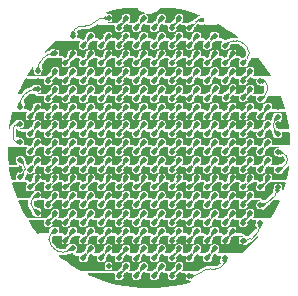
<source format=gbr>
%TF.GenerationSoftware,KiCad,Pcbnew,8.0.2-1*%
%TF.CreationDate,2025-01-26T22:20:59-08:00*%
%TF.ProjectId,Small_Pendant,536d616c-6c5f-4506-956e-64616e742e6b,rev?*%
%TF.SameCoordinates,Original*%
%TF.FileFunction,Copper,L1,Top*%
%TF.FilePolarity,Positive*%
%FSLAX46Y46*%
G04 Gerber Fmt 4.6, Leading zero omitted, Abs format (unit mm)*
G04 Created by KiCad (PCBNEW 8.0.2-1) date 2025-01-26 22:20:59*
%MOMM*%
%LPD*%
G01*
G04 APERTURE LIST*
G04 Aperture macros list*
%AMRoundRect*
0 Rectangle with rounded corners*
0 $1 Rounding radius*
0 $2 $3 $4 $5 $6 $7 $8 $9 X,Y pos of 4 corners*
0 Add a 4 corners polygon primitive as box body*
4,1,4,$2,$3,$4,$5,$6,$7,$8,$9,$2,$3,0*
0 Add four circle primitives for the rounded corners*
1,1,$1+$1,$2,$3*
1,1,$1+$1,$4,$5*
1,1,$1+$1,$6,$7*
1,1,$1+$1,$8,$9*
0 Add four rect primitives between the rounded corners*
20,1,$1+$1,$2,$3,$4,$5,0*
20,1,$1+$1,$4,$5,$6,$7,0*
20,1,$1+$1,$6,$7,$8,$9,0*
20,1,$1+$1,$8,$9,$2,$3,0*%
G04 Aperture macros list end*
%TA.AperFunction,SMDPad,CuDef*%
%ADD10RoundRect,0.112500X-0.112500X-0.112500X0.112500X-0.112500X0.112500X0.112500X-0.112500X0.112500X0*%
%TD*%
%TA.AperFunction,SMDPad,CuDef*%
%ADD11RoundRect,0.112500X0.112500X0.112500X-0.112500X0.112500X-0.112500X-0.112500X0.112500X-0.112500X0*%
%TD*%
%TA.AperFunction,ViaPad*%
%ADD12C,0.400000*%
%TD*%
%TA.AperFunction,Conductor*%
%ADD13C,0.100000*%
%TD*%
G04 APERTURE END LIST*
D10*
%TO.P,D135,1,DO*%
%TO.N,Net-(D135-DO)*%
X46575000Y-54075000D03*
%TO.P,D135,2,VCC*%
%TO.N,+5V*%
X47425000Y-54075000D03*
%TO.P,D135,3,GND*%
%TO.N,Earth*%
X46575000Y-54925000D03*
%TO.P,D135,4,DI*%
%TO.N,Net-(D134-DO)*%
X47425000Y-54925000D03*
%TD*%
D11*
%TO.P,D14,1,DO*%
%TO.N,Net-(D14-DO)*%
X56425000Y-41425000D03*
%TO.P,D14,2,VCC*%
%TO.N,+5V*%
X55575000Y-41425000D03*
%TO.P,D14,3,GND*%
%TO.N,Earth*%
X56425000Y-40575000D03*
%TO.P,D14,4,DI*%
%TO.N,Net-(D13-DO)*%
X55575000Y-40575000D03*
%TD*%
%TO.P,D115,1,DO*%
%TO.N,Net-(D115-DO)*%
X44425000Y-53425000D03*
%TO.P,D115,2,VCC*%
%TO.N,+5V*%
X43575000Y-53425000D03*
%TO.P,D115,3,GND*%
%TO.N,Earth*%
X44425000Y-52575000D03*
%TO.P,D115,4,DI*%
%TO.N,Net-(D114-DO)*%
X43575000Y-52575000D03*
%TD*%
%TO.P,D152,1,DO*%
%TO.N,DATA_THRU8*%
X59425000Y-56425000D03*
%TO.P,D152,2,VCC*%
%TO.N,+5V*%
X58575000Y-56425000D03*
%TO.P,D152,3,GND*%
%TO.N,Earth*%
X59425000Y-55575000D03*
%TO.P,D152,4,DI*%
%TO.N,Net-(D151-DO)*%
X58575000Y-55575000D03*
%TD*%
%TO.P,D171,1,DO*%
%TO.N,Net-(D171-DO)*%
X54925000Y-59425000D03*
%TO.P,D171,2,VCC*%
%TO.N,+5V*%
X54075000Y-59425000D03*
%TO.P,D171,3,GND*%
%TO.N,Earth*%
X54925000Y-58575000D03*
%TO.P,D171,4,DI*%
%TO.N,Net-(D170-DO)*%
X54075000Y-58575000D03*
%TD*%
D10*
%TO.P,D50,1,DO*%
%TO.N,Net-(D50-DO)*%
X42075000Y-45075000D03*
%TO.P,D50,2,VCC*%
%TO.N,+5V*%
X42925000Y-45075000D03*
%TO.P,D50,3,GND*%
%TO.N,Earth*%
X42075000Y-45925000D03*
%TO.P,D50,4,DI*%
%TO.N,Net-(D49-DO)*%
X42925000Y-45925000D03*
%TD*%
%TO.P,D138,1,DO*%
%TO.N,Net-(D138-DO)*%
X42075000Y-54075000D03*
%TO.P,D138,2,VCC*%
%TO.N,+5V*%
X42925000Y-54075000D03*
%TO.P,D138,3,GND*%
%TO.N,Earth*%
X42075000Y-54925000D03*
%TO.P,D138,4,DI*%
%TO.N,Net-(D137-DO)*%
X42925000Y-54925000D03*
%TD*%
%TO.P,D98,1,DO*%
%TO.N,Net-(D98-DO)*%
X58575000Y-51075000D03*
%TO.P,D98,2,VCC*%
%TO.N,+5V*%
X59425000Y-51075000D03*
%TO.P,D98,3,GND*%
%TO.N,Earth*%
X58575000Y-51925000D03*
%TO.P,D98,4,DI*%
%TO.N,Net-(D97-DO)*%
X59425000Y-51925000D03*
%TD*%
D11*
%TO.P,D87,1,DO*%
%TO.N,Net-(D87-DO)*%
X47425000Y-50425000D03*
%TO.P,D87,2,VCC*%
%TO.N,+5V*%
X46575000Y-50425000D03*
%TO.P,D87,3,GND*%
%TO.N,Earth*%
X47425000Y-49575000D03*
%TO.P,D87,4,DI*%
%TO.N,Net-(D86-DO)*%
X46575000Y-49575000D03*
%TD*%
D10*
%TO.P,D174,1,DO*%
%TO.N,Net-(D174-DO)*%
X51075000Y-60075000D03*
%TO.P,D174,2,VCC*%
%TO.N,+5V*%
X51925000Y-60075000D03*
%TO.P,D174,3,GND*%
%TO.N,Earth*%
X51075000Y-60925000D03*
%TO.P,D174,4,DI*%
%TO.N,Net-(D173-DO)*%
X51925000Y-60925000D03*
%TD*%
%TO.P,D176,1,DO*%
%TO.N,Net-(D176-DO)*%
X48075000Y-60075000D03*
%TO.P,D176,2,VCC*%
%TO.N,+5V*%
X48925000Y-60075000D03*
%TO.P,D176,3,GND*%
%TO.N,Earth*%
X48075000Y-60925000D03*
%TO.P,D176,4,DI*%
%TO.N,Net-(D175-DO)*%
X48925000Y-60925000D03*
%TD*%
D11*
%TO.P,D29,1,DO*%
%TO.N,Net-(D29-DO)*%
X45925000Y-44425000D03*
%TO.P,D29,2,VCC*%
%TO.N,+5V*%
X45075000Y-44425000D03*
%TO.P,D29,3,GND*%
%TO.N,Earth*%
X45925000Y-43575000D03*
%TO.P,D29,4,DI*%
%TO.N,Net-(D28-DO)*%
X45075000Y-43575000D03*
%TD*%
%TO.P,D34,1,DO*%
%TO.N,Net-(D34-DO)*%
X53425000Y-44425000D03*
%TO.P,D34,2,VCC*%
%TO.N,+5V*%
X52575000Y-44425000D03*
%TO.P,D34,3,GND*%
%TO.N,Earth*%
X53425000Y-43575000D03*
%TO.P,D34,4,DI*%
%TO.N,Net-(D33-DO)*%
X52575000Y-43575000D03*
%TD*%
D10*
%TO.P,D79,1,DO*%
%TO.N,Net-(D79-DO)*%
X42075000Y-48075000D03*
%TO.P,D79,2,VCC*%
%TO.N,+5V*%
X42925000Y-48075000D03*
%TO.P,D79,3,GND*%
%TO.N,Earth*%
X42075000Y-48925000D03*
%TO.P,D79,4,DI*%
%TO.N,Net-(D78-DO)*%
X42925000Y-48925000D03*
%TD*%
%TO.P,D159,1,DO*%
%TO.N,Net-(D159-DO)*%
X48075000Y-57075000D03*
%TO.P,D159,2,VCC*%
%TO.N,+5V*%
X48925000Y-57075000D03*
%TO.P,D159,3,GND*%
%TO.N,Earth*%
X48075000Y-57925000D03*
%TO.P,D159,4,DI*%
%TO.N,Net-(D158-DO)*%
X48925000Y-57925000D03*
%TD*%
D11*
%TO.P,D124,1,DO*%
%TO.N,Net-(D124-DO)*%
X57925000Y-53425000D03*
%TO.P,D124,2,VCC*%
%TO.N,+5V*%
X57075000Y-53425000D03*
%TO.P,D124,3,GND*%
%TO.N,Earth*%
X57925000Y-52575000D03*
%TO.P,D124,4,DI*%
%TO.N,Net-(D123-DO)*%
X57075000Y-52575000D03*
%TD*%
%TO.P,D95,1,DO*%
%TO.N,Net-(D95-DO)*%
X59425000Y-50425000D03*
%TO.P,D95,2,VCC*%
%TO.N,+5V*%
X58575000Y-50425000D03*
%TO.P,D95,3,GND*%
%TO.N,Earth*%
X59425000Y-49575000D03*
%TO.P,D95,4,DI*%
%TO.N,Net-(D94-DO)*%
X58575000Y-49575000D03*
%TD*%
%TO.P,D28,1,DO*%
%TO.N,Net-(D28-DO)*%
X44425000Y-44425000D03*
%TO.P,D28,2,VCC*%
%TO.N,+5V*%
X43575000Y-44425000D03*
%TO.P,D28,3,GND*%
%TO.N,Earth*%
X44425000Y-43575000D03*
%TO.P,D28,4,DI*%
%TO.N,Net-(D27-DO)*%
X43575000Y-43575000D03*
%TD*%
%TO.P,D85,1,DO*%
%TO.N,Net-(D85-DO)*%
X44425000Y-50425000D03*
%TO.P,D85,2,VCC*%
%TO.N,+5V*%
X43575000Y-50425000D03*
%TO.P,D85,3,GND*%
%TO.N,Earth*%
X44425000Y-49575000D03*
%TO.P,D85,4,DI*%
%TO.N,Net-(D84-DO)*%
X43575000Y-49575000D03*
%TD*%
%TO.P,D38,1,DO*%
%TO.N,Net-(D38-DO)*%
X59425000Y-44425000D03*
%TO.P,D38,2,VCC*%
%TO.N,+5V*%
X58575000Y-44425000D03*
%TO.P,D38,3,GND*%
%TO.N,Earth*%
X59425000Y-43575000D03*
%TO.P,D38,4,DI*%
%TO.N,Net-(D37-DO)*%
X58575000Y-43575000D03*
%TD*%
%TO.P,D88,1,DO*%
%TO.N,Net-(D88-DO)*%
X48925000Y-50425000D03*
%TO.P,D88,2,VCC*%
%TO.N,+5V*%
X48075000Y-50425000D03*
%TO.P,D88,3,GND*%
%TO.N,Earth*%
X48925000Y-49575000D03*
%TO.P,D88,4,DI*%
%TO.N,Net-(D87-DO)*%
X48075000Y-49575000D03*
%TD*%
D10*
%TO.P,D77,1,DO*%
%TO.N,Net-(D77-DO)*%
X45075000Y-48075000D03*
%TO.P,D77,2,VCC*%
%TO.N,+5V*%
X45925000Y-48075000D03*
%TO.P,D77,3,GND*%
%TO.N,Earth*%
X45075000Y-48925000D03*
%TO.P,D77,4,DI*%
%TO.N,Net-(D76-DO)*%
X45925000Y-48925000D03*
%TD*%
%TO.P,D155,1,DO*%
%TO.N,Net-(D155-DO)*%
X54075000Y-57075000D03*
%TO.P,D155,2,VCC*%
%TO.N,+5V*%
X54925000Y-57075000D03*
%TO.P,D155,3,GND*%
%TO.N,Earth*%
X54075000Y-57925000D03*
%TO.P,D155,4,DI*%
%TO.N,Net-(D154-DO)*%
X54925000Y-57925000D03*
%TD*%
D11*
%TO.P,D30,1,DO*%
%TO.N,Net-(D30-DO)*%
X47425000Y-44425000D03*
%TO.P,D30,2,VCC*%
%TO.N,+5V*%
X46575000Y-44425000D03*
%TO.P,D30,3,GND*%
%TO.N,Earth*%
X47425000Y-43575000D03*
%TO.P,D30,4,DI*%
%TO.N,Net-(D29-DO)*%
X46575000Y-43575000D03*
%TD*%
%TO.P,D63,1,DO*%
%TO.N,Net-(D63-DO)*%
X56425000Y-47425000D03*
%TO.P,D63,2,VCC*%
%TO.N,+5V*%
X55575000Y-47425000D03*
%TO.P,D63,3,GND*%
%TO.N,Earth*%
X56425000Y-46575000D03*
%TO.P,D63,4,DI*%
%TO.N,Net-(D62-DO)*%
X55575000Y-46575000D03*
%TD*%
%TO.P,D58,1,DO*%
%TO.N,Net-(D58-DO)*%
X48925000Y-47425000D03*
%TO.P,D58,2,VCC*%
%TO.N,+5V*%
X48075000Y-47425000D03*
%TO.P,D58,3,GND*%
%TO.N,Earth*%
X48925000Y-46575000D03*
%TO.P,D58,4,DI*%
%TO.N,Net-(D57-DO)*%
X48075000Y-46575000D03*
%TD*%
D10*
%TO.P,D15,1,DO*%
%TO.N,Net-(D15-DO)*%
X57075000Y-42075000D03*
%TO.P,D15,2,VCC*%
%TO.N,+5V*%
X57925000Y-42075000D03*
%TO.P,D15,3,GND*%
%TO.N,Earth*%
X57075000Y-42925000D03*
%TO.P,D15,4,DI*%
%TO.N,Net-(D14-DO)*%
X57925000Y-42925000D03*
%TD*%
D11*
%TO.P,D53,1,DO*%
%TO.N,Net-(D53-DO)*%
X41425000Y-47425000D03*
%TO.P,D53,2,VCC*%
%TO.N,+5V*%
X40575000Y-47425000D03*
%TO.P,D53,3,GND*%
%TO.N,Earth*%
X41425000Y-46575000D03*
%TO.P,D53,4,DI*%
%TO.N,Net-(D52-DO)*%
X40575000Y-46575000D03*
%TD*%
D10*
%TO.P,D157,1,DO*%
%TO.N,Net-(D157-DO)*%
X51075000Y-57075000D03*
%TO.P,D157,2,VCC*%
%TO.N,+5V*%
X51925000Y-57075000D03*
%TO.P,D157,3,GND*%
%TO.N,Earth*%
X51075000Y-57925000D03*
%TO.P,D157,4,DI*%
%TO.N,Net-(D156-DO)*%
X51925000Y-57925000D03*
%TD*%
D11*
%TO.P,D9,1,DO*%
%TO.N,Net-(D10-DI)*%
X48925000Y-41425000D03*
%TO.P,D9,2,VCC*%
%TO.N,+5V*%
X48075000Y-41425000D03*
%TO.P,D9,3,GND*%
%TO.N,Earth*%
X48925000Y-40575000D03*
%TO.P,D9,4,DI*%
%TO.N,Net-(D8-DO)*%
X48075000Y-40575000D03*
%TD*%
%TO.P,D145,1,DO*%
%TO.N,Net-(D145-DO)*%
X48925000Y-56425000D03*
%TO.P,D145,2,VCC*%
%TO.N,+5V*%
X48075000Y-56425000D03*
%TO.P,D145,3,GND*%
%TO.N,Earth*%
X48925000Y-55575000D03*
%TO.P,D145,4,DI*%
%TO.N,Net-(D144-DO)*%
X48075000Y-55575000D03*
%TD*%
%TO.P,D86,1,DO*%
%TO.N,Net-(D86-DO)*%
X45925000Y-50425000D03*
%TO.P,D86,2,VCC*%
%TO.N,+5V*%
X45075000Y-50425000D03*
%TO.P,D86,3,GND*%
%TO.N,Earth*%
X45925000Y-49575000D03*
%TO.P,D86,4,DI*%
%TO.N,Net-(D85-DO)*%
X45075000Y-49575000D03*
%TD*%
%TO.P,D66,1,DO*%
%TO.N,Net-(D66-DO)*%
X60925000Y-47425000D03*
%TO.P,D66,2,VCC*%
%TO.N,+5V*%
X60075000Y-47425000D03*
%TO.P,D66,3,GND*%
%TO.N,Earth*%
X60925000Y-46575000D03*
%TO.P,D66,4,DI*%
%TO.N,Net-(D65-DO)*%
X60075000Y-46575000D03*
%TD*%
%TO.P,D83,1,DO*%
%TO.N,Net-(D83-DO)*%
X41425000Y-50425000D03*
%TO.P,D83,2,VCC*%
%TO.N,+5V*%
X40575000Y-50425000D03*
%TO.P,D83,3,GND*%
%TO.N,Earth*%
X41425000Y-49575000D03*
%TO.P,D83,4,DI*%
%TO.N,Net-(D82-DO)*%
X40575000Y-49575000D03*
%TD*%
%TO.P,D32,1,DO*%
%TO.N,Net-(D32-DO)*%
X50425000Y-44425000D03*
%TO.P,D32,2,VCC*%
%TO.N,+5V*%
X49575000Y-44425000D03*
%TO.P,D32,3,GND*%
%TO.N,Earth*%
X50425000Y-43575000D03*
%TO.P,D32,4,DI*%
%TO.N,Net-(D31-DO)*%
X49575000Y-43575000D03*
%TD*%
D10*
%TO.P,D104,1,DO*%
%TO.N,Net-(D104-DO)*%
X49575000Y-51075000D03*
%TO.P,D104,2,VCC*%
%TO.N,+5V*%
X50425000Y-51075000D03*
%TO.P,D104,3,GND*%
%TO.N,Earth*%
X49575000Y-51925000D03*
%TO.P,D104,4,DI*%
%TO.N,Net-(D103-DO)*%
X50425000Y-51925000D03*
%TD*%
D11*
%TO.P,D112,1,DO*%
%TO.N,Net-(D112-DO)*%
X39925000Y-53425000D03*
%TO.P,D112,2,VCC*%
%TO.N,+5V*%
X39075000Y-53425000D03*
%TO.P,D112,3,GND*%
%TO.N,Earth*%
X39925000Y-52575000D03*
%TO.P,D112,4,DI*%
%TO.N,Net-(D111-DO)*%
X39075000Y-52575000D03*
%TD*%
D10*
%TO.P,D137,1,DO*%
%TO.N,Net-(D137-DO)*%
X43575000Y-54075000D03*
%TO.P,D137,2,VCC*%
%TO.N,+5V*%
X44425000Y-54075000D03*
%TO.P,D137,3,GND*%
%TO.N,Earth*%
X43575000Y-54925000D03*
%TO.P,D137,4,DI*%
%TO.N,DATA_THRU7*%
X44425000Y-54925000D03*
%TD*%
D11*
%TO.P,D148,1,DO*%
%TO.N,Net-(D148-DO)*%
X53425000Y-56425000D03*
%TO.P,D148,2,VCC*%
%TO.N,+5V*%
X52575000Y-56425000D03*
%TO.P,D148,3,GND*%
%TO.N,Earth*%
X53425000Y-55575000D03*
%TO.P,D148,4,DI*%
%TO.N,Net-(D147-DO)*%
X52575000Y-55575000D03*
%TD*%
D10*
%TO.P,D67,1,DO*%
%TO.N,Net-(D67-DO)*%
X60075000Y-48075000D03*
%TO.P,D67,2,VCC*%
%TO.N,+5V*%
X60925000Y-48075000D03*
%TO.P,D67,3,GND*%
%TO.N,Earth*%
X60075000Y-48925000D03*
%TO.P,D67,4,DI*%
%TO.N,Net-(D66-DO)*%
X60925000Y-48925000D03*
%TD*%
%TO.P,D111,1,DO*%
%TO.N,Net-(D111-DO)*%
X39075000Y-51075000D03*
%TO.P,D111,2,VCC*%
%TO.N,+5V*%
X39925000Y-51075000D03*
%TO.P,D111,3,GND*%
%TO.N,Earth*%
X39075000Y-51925000D03*
%TO.P,D111,4,DI*%
%TO.N,Net-(D110-DO)*%
X39925000Y-51925000D03*
%TD*%
%TO.P,D108,1,DO*%
%TO.N,Net-(D108-DO)*%
X43575000Y-51075000D03*
%TO.P,D108,2,VCC*%
%TO.N,+5V*%
X44425000Y-51075000D03*
%TO.P,D108,3,GND*%
%TO.N,Earth*%
X43575000Y-51925000D03*
%TO.P,D108,4,DI*%
%TO.N,Net-(D107-DO)*%
X44425000Y-51925000D03*
%TD*%
D11*
%TO.P,D8,1,DO*%
%TO.N,Net-(D8-DO)*%
X47425000Y-41425000D03*
%TO.P,D8,2,VCC*%
%TO.N,+5V*%
X46575000Y-41425000D03*
%TO.P,D8,3,GND*%
%TO.N,Earth*%
X47425000Y-40575000D03*
%TO.P,D8,4,DI*%
%TO.N,Net-(D7-DO)*%
X46575000Y-40575000D03*
%TD*%
D10*
%TO.P,D163,1,DO*%
%TO.N,Net-(D163-DO)*%
X42075000Y-57075000D03*
%TO.P,D163,2,VCC*%
%TO.N,+5V*%
X42925000Y-57075000D03*
%TO.P,D163,3,GND*%
%TO.N,Earth*%
X42075000Y-57925000D03*
%TO.P,D163,4,DI*%
%TO.N,Net-(D162-DO)*%
X42925000Y-57925000D03*
%TD*%
D11*
%TO.P,D7,1,DO*%
%TO.N,Net-(D7-DO)*%
X45925000Y-41425000D03*
%TO.P,D7,2,VCC*%
%TO.N,+5V*%
X45075000Y-41425000D03*
%TO.P,D7,3,GND*%
%TO.N,Earth*%
X45925000Y-40575000D03*
%TO.P,D7,4,DI*%
%TO.N,Net-(D6-DO)*%
X45075000Y-40575000D03*
%TD*%
%TO.P,D31,1,DO*%
%TO.N,Net-(D31-DO)*%
X48925000Y-44425000D03*
%TO.P,D31,2,VCC*%
%TO.N,+5V*%
X48075000Y-44425000D03*
%TO.P,D31,3,GND*%
%TO.N,Earth*%
X48925000Y-43575000D03*
%TO.P,D31,4,DI*%
%TO.N,Net-(D30-DO)*%
X48075000Y-43575000D03*
%TD*%
D10*
%TO.P,D80,1,DO*%
%TO.N,DATA_THRU4*%
X40575000Y-48075000D03*
%TO.P,D80,2,VCC*%
%TO.N,+5V*%
X41425000Y-48075000D03*
%TO.P,D80,3,GND*%
%TO.N,Earth*%
X40575000Y-48925000D03*
%TO.P,D80,4,DI*%
%TO.N,Net-(D79-DO)*%
X41425000Y-48925000D03*
%TD*%
D11*
%TO.P,D27,1,DO*%
%TO.N,Net-(D27-DO)*%
X42925000Y-44425000D03*
%TO.P,D27,2,VCC*%
%TO.N,+5V*%
X42075000Y-44425000D03*
%TO.P,D27,3,GND*%
%TO.N,Earth*%
X42925000Y-43575000D03*
%TO.P,D27,4,DI*%
%TO.N,Net-(D26-DO)*%
X42075000Y-43575000D03*
%TD*%
%TO.P,D36,1,DO*%
%TO.N,Net-(D36-DO)*%
X56425000Y-44425000D03*
%TO.P,D36,2,VCC*%
%TO.N,+5V*%
X55575000Y-44425000D03*
%TO.P,D36,3,GND*%
%TO.N,Earth*%
X56425000Y-43575000D03*
%TO.P,D36,4,DI*%
%TO.N,Net-(D35-DO)*%
X55575000Y-43575000D03*
%TD*%
D10*
%TO.P,D131,1,DO*%
%TO.N,Net-(D131-DO)*%
X52575000Y-54075000D03*
%TO.P,D131,2,VCC*%
%TO.N,+5V*%
X53425000Y-54075000D03*
%TO.P,D131,3,GND*%
%TO.N,Earth*%
X52575000Y-54925000D03*
%TO.P,D131,4,DI*%
%TO.N,Net-(D130-DO)*%
X53425000Y-54925000D03*
%TD*%
%TO.P,D156,1,DO*%
%TO.N,Net-(D156-DO)*%
X52575000Y-57075000D03*
%TO.P,D156,2,VCC*%
%TO.N,+5V*%
X53425000Y-57075000D03*
%TO.P,D156,3,GND*%
%TO.N,Earth*%
X52575000Y-57925000D03*
%TO.P,D156,4,DI*%
%TO.N,Net-(D155-DO)*%
X53425000Y-57925000D03*
%TD*%
D11*
%TO.P,D89,1,DO*%
%TO.N,Net-(D89-DO)*%
X50425000Y-50425000D03*
%TO.P,D89,2,VCC*%
%TO.N,+5V*%
X49575000Y-50425000D03*
%TO.P,D89,3,GND*%
%TO.N,Earth*%
X50425000Y-49575000D03*
%TO.P,D89,4,DI*%
%TO.N,Net-(D88-DO)*%
X49575000Y-49575000D03*
%TD*%
D10*
%TO.P,D5,1,DO*%
%TO.N,Net-(D5-DO)*%
X46575000Y-39075000D03*
%TO.P,D5,2,VCC*%
%TO.N,+5V*%
X47425000Y-39075000D03*
%TO.P,D5,3,GND*%
%TO.N,Earth*%
X46575000Y-39925000D03*
%TO.P,D5,4,DI*%
%TO.N,Net-(D4-DO)*%
X47425000Y-39925000D03*
%TD*%
%TO.P,D177,1,DO*%
%TO.N,unconnected-(D177-DO-Pad1)*%
X46575000Y-60075000D03*
%TO.P,D177,2,VCC*%
%TO.N,+5V*%
X47425000Y-60075000D03*
%TO.P,D177,3,GND*%
%TO.N,Earth*%
X46575000Y-60925000D03*
%TO.P,D177,4,DI*%
%TO.N,Net-(D176-DO)*%
X47425000Y-60925000D03*
%TD*%
D11*
%TO.P,D116,1,DO*%
%TO.N,Net-(D116-DO)*%
X45925000Y-53425000D03*
%TO.P,D116,2,VCC*%
%TO.N,+5V*%
X45075000Y-53425000D03*
%TO.P,D116,3,GND*%
%TO.N,Earth*%
X45925000Y-52575000D03*
%TO.P,D116,4,DI*%
%TO.N,Net-(D115-DO)*%
X45075000Y-52575000D03*
%TD*%
D10*
%TO.P,D3,1,DO*%
%TO.N,Net-(D3-DO)*%
X49575000Y-39075000D03*
%TO.P,D3,2,VCC*%
%TO.N,+5V*%
X50425000Y-39075000D03*
%TO.P,D3,3,GND*%
%TO.N,Earth*%
X49575000Y-39925000D03*
%TO.P,D3,4,DI*%
%TO.N,Net-(D2-DO)*%
X50425000Y-39925000D03*
%TD*%
%TO.P,D130,1,DO*%
%TO.N,Net-(D130-DO)*%
X54075000Y-54075000D03*
%TO.P,D130,2,VCC*%
%TO.N,+5V*%
X54925000Y-54075000D03*
%TO.P,D130,3,GND*%
%TO.N,Earth*%
X54075000Y-54925000D03*
%TO.P,D130,4,DI*%
%TO.N,Net-(D129-DO)*%
X54925000Y-54925000D03*
%TD*%
D11*
%TO.P,D126,1,DO*%
%TO.N,Net-(D126-DO)*%
X60925000Y-53425000D03*
%TO.P,D126,2,VCC*%
%TO.N,+5V*%
X60075000Y-53425000D03*
%TO.P,D126,3,GND*%
%TO.N,Earth*%
X60925000Y-52575000D03*
%TO.P,D126,4,DI*%
%TO.N,Net-(D125-DO)*%
X60075000Y-52575000D03*
%TD*%
%TO.P,D140,1,DO*%
%TO.N,Net-(D140-DO)*%
X41425000Y-56425000D03*
%TO.P,D140,2,VCC*%
%TO.N,+5V*%
X40575000Y-56425000D03*
%TO.P,D140,3,GND*%
%TO.N,Earth*%
X41425000Y-55575000D03*
%TO.P,D140,4,DI*%
%TO.N,Net-(D139-DO)*%
X40575000Y-55575000D03*
%TD*%
D10*
%TO.P,D127,1,DO*%
%TO.N,Net-(D127-DO)*%
X58575000Y-54075000D03*
%TO.P,D127,2,VCC*%
%TO.N,+5V*%
X59425000Y-54075000D03*
%TO.P,D127,3,GND*%
%TO.N,Earth*%
X58575000Y-54925000D03*
%TO.P,D127,4,DI*%
%TO.N,Net-(D126-DO)*%
X59425000Y-54925000D03*
%TD*%
D11*
%TO.P,D165,1,DO*%
%TO.N,Net-(D165-DO)*%
X45925000Y-59425000D03*
%TO.P,D165,2,VCC*%
%TO.N,+5V*%
X45075000Y-59425000D03*
%TO.P,D165,3,GND*%
%TO.N,Earth*%
X45925000Y-58575000D03*
%TO.P,D165,4,DI*%
%TO.N,Net-(D164-DO)*%
X45075000Y-58575000D03*
%TD*%
%TO.P,D57,1,DO*%
%TO.N,Net-(D57-DO)*%
X47425000Y-47425000D03*
%TO.P,D57,2,VCC*%
%TO.N,+5V*%
X46575000Y-47425000D03*
%TO.P,D57,3,GND*%
%TO.N,Earth*%
X47425000Y-46575000D03*
%TO.P,D57,4,DI*%
%TO.N,Net-(D56-DO)*%
X46575000Y-46575000D03*
%TD*%
D10*
%TO.P,D51,1,DO*%
%TO.N,Net-(D51-DO)*%
X40575000Y-45075000D03*
%TO.P,D51,2,VCC*%
%TO.N,+5V*%
X41425000Y-45075000D03*
%TO.P,D51,3,GND*%
%TO.N,Earth*%
X40575000Y-45925000D03*
%TO.P,D51,4,DI*%
%TO.N,Net-(D50-DO)*%
X41425000Y-45925000D03*
%TD*%
D11*
%TO.P,D62,1,DO*%
%TO.N,Net-(D62-DO)*%
X54925000Y-47425000D03*
%TO.P,D62,2,VCC*%
%TO.N,+5V*%
X54075000Y-47425000D03*
%TO.P,D62,3,GND*%
%TO.N,Earth*%
X54925000Y-46575000D03*
%TO.P,D62,4,DI*%
%TO.N,Net-(D61-DO)*%
X54075000Y-46575000D03*
%TD*%
%TO.P,D90,1,DO*%
%TO.N,Net-(D90-DO)*%
X51925000Y-50425000D03*
%TO.P,D90,2,VCC*%
%TO.N,+5V*%
X51075000Y-50425000D03*
%TO.P,D90,3,GND*%
%TO.N,Earth*%
X51925000Y-49575000D03*
%TO.P,D90,4,DI*%
%TO.N,Net-(D89-DO)*%
X51075000Y-49575000D03*
%TD*%
%TO.P,D54,1,DO*%
%TO.N,Net-(D54-DO)*%
X42925000Y-47425000D03*
%TO.P,D54,2,VCC*%
%TO.N,+5V*%
X42075000Y-47425000D03*
%TO.P,D54,3,GND*%
%TO.N,Earth*%
X42925000Y-46575000D03*
%TO.P,D54,4,DI*%
%TO.N,Net-(D53-DO)*%
X42075000Y-46575000D03*
%TD*%
D10*
%TO.P,D16,1,DO*%
%TO.N,Net-(D16-DO)*%
X55575000Y-42075000D03*
%TO.P,D16,2,VCC*%
%TO.N,+5V*%
X56425000Y-42075000D03*
%TO.P,D16,3,GND*%
%TO.N,Earth*%
X55575000Y-42925000D03*
%TO.P,D16,4,DI*%
%TO.N,Net-(D15-DO)*%
X56425000Y-42925000D03*
%TD*%
%TO.P,D69,1,DO*%
%TO.N,Net-(D69-DO)*%
X57075000Y-48075000D03*
%TO.P,D69,2,VCC*%
%TO.N,+5V*%
X57925000Y-48075000D03*
%TO.P,D69,3,GND*%
%TO.N,Earth*%
X57075000Y-48925000D03*
%TO.P,D69,4,DI*%
%TO.N,Net-(D68-DO)*%
X57925000Y-48925000D03*
%TD*%
D11*
%TO.P,D164,1,DO*%
%TO.N,Net-(D164-DO)*%
X44425000Y-59425000D03*
%TO.P,D164,2,VCC*%
%TO.N,+5V*%
X43575000Y-59425000D03*
%TO.P,D164,3,GND*%
%TO.N,Earth*%
X44425000Y-58575000D03*
%TO.P,D164,4,DI*%
%TO.N,Net-(D163-DO)*%
X43575000Y-58575000D03*
%TD*%
D10*
%TO.P,D158,1,DO*%
%TO.N,Net-(D158-DO)*%
X49575000Y-57075000D03*
%TO.P,D158,2,VCC*%
%TO.N,+5V*%
X50425000Y-57075000D03*
%TO.P,D158,3,GND*%
%TO.N,Earth*%
X49575000Y-57925000D03*
%TO.P,D158,4,DI*%
%TO.N,Net-(D157-DO)*%
X50425000Y-57925000D03*
%TD*%
%TO.P,D42,1,DO*%
%TO.N,Net-(D42-DO)*%
X54075000Y-45075000D03*
%TO.P,D42,2,VCC*%
%TO.N,+5V*%
X54925000Y-45075000D03*
%TO.P,D42,3,GND*%
%TO.N,Earth*%
X54075000Y-45925000D03*
%TO.P,D42,4,DI*%
%TO.N,Net-(D41-DO)*%
X54925000Y-45925000D03*
%TD*%
D11*
%TO.P,D146,1,DO*%
%TO.N,Net-(D146-DO)*%
X50425000Y-56425000D03*
%TO.P,D146,2,VCC*%
%TO.N,+5V*%
X49575000Y-56425000D03*
%TO.P,D146,3,GND*%
%TO.N,Earth*%
X50425000Y-55575000D03*
%TO.P,D146,4,DI*%
%TO.N,Net-(D145-DO)*%
X49575000Y-55575000D03*
%TD*%
%TO.P,D94,1,DO*%
%TO.N,Net-(D94-DO)*%
X57925000Y-50425000D03*
%TO.P,D94,2,VCC*%
%TO.N,+5V*%
X57075000Y-50425000D03*
%TO.P,D94,3,GND*%
%TO.N,Earth*%
X57925000Y-49575000D03*
%TO.P,D94,4,DI*%
%TO.N,Net-(D93-DO)*%
X57075000Y-49575000D03*
%TD*%
D10*
%TO.P,D97,1,DO*%
%TO.N,Net-(D97-DO)*%
X60075000Y-51075000D03*
%TO.P,D97,2,VCC*%
%TO.N,+5V*%
X60925000Y-51075000D03*
%TO.P,D97,3,GND*%
%TO.N,Earth*%
X60075000Y-51925000D03*
%TO.P,D97,4,DI*%
%TO.N,Net-(D96-DO)*%
X60925000Y-51925000D03*
%TD*%
%TO.P,D17,1,DO*%
%TO.N,Net-(D17-DO)*%
X54075000Y-42075000D03*
%TO.P,D17,2,VCC*%
%TO.N,+5V*%
X54925000Y-42075000D03*
%TO.P,D17,3,GND*%
%TO.N,Earth*%
X54075000Y-42925000D03*
%TO.P,D17,4,DI*%
%TO.N,Net-(D16-DO)*%
X54925000Y-42925000D03*
%TD*%
D11*
%TO.P,D149,1,DO*%
%TO.N,Net-(D149-DO)*%
X54925000Y-56425000D03*
%TO.P,D149,2,VCC*%
%TO.N,+5V*%
X54075000Y-56425000D03*
%TO.P,D149,3,GND*%
%TO.N,Earth*%
X54925000Y-55575000D03*
%TO.P,D149,4,DI*%
%TO.N,Net-(D148-DO)*%
X54075000Y-55575000D03*
%TD*%
D10*
%TO.P,D23,1,DO*%
%TO.N,Net-(D23-DO)*%
X45075000Y-42075000D03*
%TO.P,D23,2,VCC*%
%TO.N,+5V*%
X45925000Y-42075000D03*
%TO.P,D23,3,GND*%
%TO.N,Earth*%
X45075000Y-42925000D03*
%TO.P,D23,4,DI*%
%TO.N,Net-(D22-DO)*%
X45925000Y-42925000D03*
%TD*%
D11*
%TO.P,D55,1,DO*%
%TO.N,Net-(D55-DO)*%
X44425000Y-47425000D03*
%TO.P,D55,2,VCC*%
%TO.N,+5V*%
X43575000Y-47425000D03*
%TO.P,D55,3,GND*%
%TO.N,Earth*%
X44425000Y-46575000D03*
%TO.P,D55,4,DI*%
%TO.N,Net-(D54-DO)*%
X43575000Y-46575000D03*
%TD*%
%TO.P,D170,1,DO*%
%TO.N,Net-(D170-DO)*%
X53425000Y-59425000D03*
%TO.P,D170,2,VCC*%
%TO.N,+5V*%
X52575000Y-59425000D03*
%TO.P,D170,3,GND*%
%TO.N,Earth*%
X53425000Y-58575000D03*
%TO.P,D170,4,DI*%
%TO.N,Net-(D169-DO)*%
X52575000Y-58575000D03*
%TD*%
D10*
%TO.P,D139,1,DO*%
%TO.N,Net-(D139-DO)*%
X40575000Y-54075000D03*
%TO.P,D139,2,VCC*%
%TO.N,+5V*%
X41425000Y-54075000D03*
%TO.P,D139,3,GND*%
%TO.N,Earth*%
X40575000Y-54925000D03*
%TO.P,D139,4,DI*%
%TO.N,Net-(D138-DO)*%
X41425000Y-54925000D03*
%TD*%
D11*
%TO.P,D26,1,DO*%
%TO.N,Net-(D26-DO)*%
X41425000Y-44425000D03*
%TO.P,D26,2,VCC*%
%TO.N,+5V*%
X40575000Y-44425000D03*
%TO.P,D26,3,GND*%
%TO.N,Earth*%
X41425000Y-43575000D03*
%TO.P,D26,4,DI*%
%TO.N,Net-(D25-DO)*%
X40575000Y-43575000D03*
%TD*%
%TO.P,D13,1,DO*%
%TO.N,Net-(D13-DO)*%
X54925000Y-41425000D03*
%TO.P,D13,2,VCC*%
%TO.N,+5V*%
X54075000Y-41425000D03*
%TO.P,D13,3,GND*%
%TO.N,Earth*%
X54925000Y-40575000D03*
%TO.P,D13,4,DI*%
%TO.N,Net-(D12-DO)*%
X54075000Y-40575000D03*
%TD*%
D10*
%TO.P,D68,1,DO*%
%TO.N,Net-(D68-DO)*%
X58575000Y-48075000D03*
%TO.P,D68,2,VCC*%
%TO.N,+5V*%
X59425000Y-48075000D03*
%TO.P,D68,3,GND*%
%TO.N,Earth*%
X58575000Y-48925000D03*
%TO.P,D68,4,DI*%
%TO.N,Net-(D67-DO)*%
X59425000Y-48925000D03*
%TD*%
%TO.P,D153,1,DO*%
%TO.N,Net-(D153-DO)*%
X57075000Y-57075000D03*
%TO.P,D153,2,VCC*%
%TO.N,+5V*%
X57925000Y-57075000D03*
%TO.P,D153,3,GND*%
%TO.N,Earth*%
X57075000Y-57925000D03*
%TO.P,D153,4,DI*%
%TO.N,DATA_THRU8*%
X57925000Y-57925000D03*
%TD*%
%TO.P,D20,1,DO*%
%TO.N,DATA_THRU1*%
X49575000Y-42075000D03*
%TO.P,D20,2,VCC*%
%TO.N,+5V*%
X50425000Y-42075000D03*
%TO.P,D20,3,GND*%
%TO.N,Earth*%
X49575000Y-42925000D03*
%TO.P,D20,4,DI*%
%TO.N,Net-(D19-DO)*%
X50425000Y-42925000D03*
%TD*%
D11*
%TO.P,D35,1,DO*%
%TO.N,Net-(D35-DO)*%
X54925000Y-44425000D03*
%TO.P,D35,2,VCC*%
%TO.N,+5V*%
X54075000Y-44425000D03*
%TO.P,D35,3,GND*%
%TO.N,Earth*%
X54925000Y-43575000D03*
%TO.P,D35,4,DI*%
%TO.N,Net-(D34-DO)*%
X54075000Y-43575000D03*
%TD*%
D10*
%TO.P,D173,1,DO*%
%TO.N,Net-(D173-DO)*%
X52575000Y-60075000D03*
%TO.P,D173,2,VCC*%
%TO.N,+5V*%
X53425000Y-60075000D03*
%TO.P,D173,3,GND*%
%TO.N,Earth*%
X52575000Y-60925000D03*
%TO.P,D173,4,DI*%
%TO.N,Net-(D172-DO)*%
X53425000Y-60925000D03*
%TD*%
%TO.P,D48,1,DO*%
%TO.N,Net-(D48-DO)*%
X45075000Y-45075000D03*
%TO.P,D48,2,VCC*%
%TO.N,+5V*%
X45925000Y-45075000D03*
%TO.P,D48,3,GND*%
%TO.N,Earth*%
X45075000Y-45925000D03*
%TO.P,D48,4,DI*%
%TO.N,Net-(D47-DO)*%
X45925000Y-45925000D03*
%TD*%
%TO.P,D74,1,DO*%
%TO.N,Net-(D74-DO)*%
X49575000Y-48075000D03*
%TO.P,D74,2,VCC*%
%TO.N,+5V*%
X50425000Y-48075000D03*
%TO.P,D74,3,GND*%
%TO.N,Earth*%
X49575000Y-48925000D03*
%TO.P,D74,4,DI*%
%TO.N,Net-(D73-DO)*%
X50425000Y-48925000D03*
%TD*%
D11*
%TO.P,D33,1,DO*%
%TO.N,Net-(D33-DO)*%
X51925000Y-44425000D03*
%TO.P,D33,2,VCC*%
%TO.N,+5V*%
X51075000Y-44425000D03*
%TO.P,D33,3,GND*%
%TO.N,Earth*%
X51925000Y-43575000D03*
%TO.P,D33,4,DI*%
%TO.N,Net-(D32-DO)*%
X51075000Y-43575000D03*
%TD*%
%TO.P,D52,1,DO*%
%TO.N,Net-(D52-DO)*%
X39925000Y-47425000D03*
%TO.P,D52,2,VCC*%
%TO.N,+5V*%
X39075000Y-47425000D03*
%TO.P,D52,3,GND*%
%TO.N,Earth*%
X39925000Y-46575000D03*
%TO.P,D52,4,DI*%
%TO.N,Net-(D51-DO)*%
X39075000Y-46575000D03*
%TD*%
D10*
%TO.P,D100,1,DO*%
%TO.N,DATA_THRU5*%
X55575000Y-51075000D03*
%TO.P,D100,2,VCC*%
%TO.N,+5V*%
X56425000Y-51075000D03*
%TO.P,D100,3,GND*%
%TO.N,Earth*%
X55575000Y-51925000D03*
%TO.P,D100,4,DI*%
%TO.N,Net-(D100-DI)*%
X56425000Y-51925000D03*
%TD*%
D11*
%TO.P,D121,1,DO*%
%TO.N,Net-(D121-DO)*%
X53425000Y-53425000D03*
%TO.P,D121,2,VCC*%
%TO.N,+5V*%
X52575000Y-53425000D03*
%TO.P,D121,3,GND*%
%TO.N,Earth*%
X53425000Y-52575000D03*
%TO.P,D121,4,DI*%
%TO.N,DATA_THRU6*%
X52575000Y-52575000D03*
%TD*%
%TO.P,D168,1,DO*%
%TO.N,DATA_THRU9*%
X50425000Y-59425000D03*
%TO.P,D168,2,VCC*%
%TO.N,+5V*%
X49575000Y-59425000D03*
%TO.P,D168,3,GND*%
%TO.N,Earth*%
X50425000Y-58575000D03*
%TO.P,D168,4,DI*%
%TO.N,Net-(D167-DO)*%
X49575000Y-58575000D03*
%TD*%
D10*
%TO.P,D133,1,DO*%
%TO.N,Net-(D133-DO)*%
X49575000Y-54075000D03*
%TO.P,D133,2,VCC*%
%TO.N,+5V*%
X50425000Y-54075000D03*
%TO.P,D133,3,GND*%
%TO.N,Earth*%
X49575000Y-54925000D03*
%TO.P,D133,4,DI*%
%TO.N,Net-(D132-DO)*%
X50425000Y-54925000D03*
%TD*%
%TO.P,D101,1,DO*%
%TO.N,Net-(D101-DO)*%
X54075000Y-51075000D03*
%TO.P,D101,2,VCC*%
%TO.N,+5V*%
X54925000Y-51075000D03*
%TO.P,D101,3,GND*%
%TO.N,Earth*%
X54075000Y-51925000D03*
%TO.P,D101,4,DI*%
%TO.N,DATA_THRU5*%
X54925000Y-51925000D03*
%TD*%
%TO.P,D18,1,DO*%
%TO.N,Net-(D18-DO)*%
X52575000Y-42075000D03*
%TO.P,D18,2,VCC*%
%TO.N,+5V*%
X53425000Y-42075000D03*
%TO.P,D18,3,GND*%
%TO.N,Earth*%
X52575000Y-42925000D03*
%TO.P,D18,4,DI*%
%TO.N,Net-(D17-DO)*%
X53425000Y-42925000D03*
%TD*%
D11*
%TO.P,D118,1,DO*%
%TO.N,Net-(D118-DO)*%
X48925000Y-53425000D03*
%TO.P,D118,2,VCC*%
%TO.N,+5V*%
X48075000Y-53425000D03*
%TO.P,D118,3,GND*%
%TO.N,Earth*%
X48925000Y-52575000D03*
%TO.P,D118,4,DI*%
%TO.N,Net-(D117-DO)*%
X48075000Y-52575000D03*
%TD*%
D10*
%TO.P,D41,1,DO*%
%TO.N,Net-(D41-DO)*%
X55650000Y-45000000D03*
%TO.P,D41,2,VCC*%
%TO.N,+5V*%
X56500000Y-45000000D03*
%TO.P,D41,3,GND*%
%TO.N,Earth*%
X55650000Y-45850000D03*
%TO.P,D41,4,DI*%
%TO.N,DATA_THRU2*%
X56500000Y-45850000D03*
%TD*%
D11*
%TO.P,D123,1,DO*%
%TO.N,Net-(D123-DO)*%
X56425000Y-53425000D03*
%TO.P,D123,2,VCC*%
%TO.N,+5V*%
X55575000Y-53425000D03*
%TO.P,D123,3,GND*%
%TO.N,Earth*%
X56425000Y-52575000D03*
%TO.P,D123,4,DI*%
%TO.N,Net-(D122-DO)*%
X55575000Y-52575000D03*
%TD*%
%TO.P,D82,1,DO*%
%TO.N,Net-(D82-DO)*%
X39925000Y-50425000D03*
%TO.P,D82,2,VCC*%
%TO.N,+5V*%
X39075000Y-50425000D03*
%TO.P,D82,3,GND*%
%TO.N,Earth*%
X39925000Y-49575000D03*
%TO.P,D82,4,DI*%
%TO.N,Net-(D81-DO)*%
X39075000Y-49575000D03*
%TD*%
D10*
%TO.P,D99,1,DO*%
%TO.N,Net-(D100-DI)*%
X57075000Y-51075000D03*
%TO.P,D99,2,VCC*%
%TO.N,+5V*%
X57925000Y-51075000D03*
%TO.P,D99,3,GND*%
%TO.N,Earth*%
X57075000Y-51925000D03*
%TO.P,D99,4,DI*%
%TO.N,Net-(D98-DO)*%
X57925000Y-51925000D03*
%TD*%
D11*
%TO.P,D119,1,DO*%
%TO.N,Net-(D119-DO)*%
X50425000Y-53425000D03*
%TO.P,D119,2,VCC*%
%TO.N,+5V*%
X49575000Y-53425000D03*
%TO.P,D119,3,GND*%
%TO.N,Earth*%
X50425000Y-52575000D03*
%TO.P,D119,4,DI*%
%TO.N,Net-(D118-DO)*%
X49575000Y-52575000D03*
%TD*%
D10*
%TO.P,D39,1,DO*%
%TO.N,Net-(D39-DO)*%
X58575000Y-45075000D03*
%TO.P,D39,2,VCC*%
%TO.N,+5V*%
X59425000Y-45075000D03*
%TO.P,D39,3,GND*%
%TO.N,Earth*%
X58575000Y-45925000D03*
%TO.P,D39,4,DI*%
%TO.N,Net-(D38-DO)*%
X59425000Y-45925000D03*
%TD*%
%TO.P,D76,1,DO*%
%TO.N,Net-(D76-DO)*%
X46575000Y-48075000D03*
%TO.P,D76,2,VCC*%
%TO.N,+5V*%
X47425000Y-48075000D03*
%TO.P,D76,3,GND*%
%TO.N,Earth*%
X46575000Y-48925000D03*
%TO.P,D76,4,DI*%
%TO.N,Net-(D75-DO)*%
X47425000Y-48925000D03*
%TD*%
%TO.P,D107,1,DO*%
%TO.N,Net-(D107-DO)*%
X45075000Y-51075000D03*
%TO.P,D107,2,VCC*%
%TO.N,+5V*%
X45925000Y-51075000D03*
%TO.P,D107,3,GND*%
%TO.N,Earth*%
X45075000Y-51925000D03*
%TO.P,D107,4,DI*%
%TO.N,Net-(D106-DO)*%
X45925000Y-51925000D03*
%TD*%
%TO.P,D128,1,DO*%
%TO.N,Net-(D128-DO)*%
X57075000Y-54075000D03*
%TO.P,D128,2,VCC*%
%TO.N,+5V*%
X57925000Y-54075000D03*
%TO.P,D128,3,GND*%
%TO.N,Earth*%
X57075000Y-54925000D03*
%TO.P,D128,4,DI*%
%TO.N,Net-(D127-DO)*%
X57925000Y-54925000D03*
%TD*%
D11*
%TO.P,D113,1,DO*%
%TO.N,Net-(D113-DO)*%
X41425000Y-53425000D03*
%TO.P,D113,2,VCC*%
%TO.N,+5V*%
X40575000Y-53425000D03*
%TO.P,D113,3,GND*%
%TO.N,Earth*%
X41425000Y-52575000D03*
%TO.P,D113,4,DI*%
%TO.N,Net-(D112-DO)*%
X40575000Y-52575000D03*
%TD*%
D10*
%TO.P,D136,1,DO*%
%TO.N,DATA_THRU7*%
X45075000Y-54075000D03*
%TO.P,D136,2,VCC*%
%TO.N,+5V*%
X45925000Y-54075000D03*
%TO.P,D136,3,GND*%
%TO.N,Earth*%
X45075000Y-54925000D03*
%TO.P,D136,4,DI*%
%TO.N,Net-(D135-DO)*%
X45925000Y-54925000D03*
%TD*%
%TO.P,D24,1,DO*%
%TO.N,Net-(D24-DO)*%
X43575000Y-42075000D03*
%TO.P,D24,2,VCC*%
%TO.N,+5V*%
X44425000Y-42075000D03*
%TO.P,D24,3,GND*%
%TO.N,Earth*%
X43575000Y-42925000D03*
%TO.P,D24,4,DI*%
%TO.N,Net-(D23-DO)*%
X44425000Y-42925000D03*
%TD*%
%TO.P,D105,1,DO*%
%TO.N,Net-(D105-DO)*%
X48075000Y-51075000D03*
%TO.P,D105,2,VCC*%
%TO.N,+5V*%
X48925000Y-51075000D03*
%TO.P,D105,3,GND*%
%TO.N,Earth*%
X48075000Y-51925000D03*
%TO.P,D105,4,DI*%
%TO.N,Net-(D104-DO)*%
X48925000Y-51925000D03*
%TD*%
D11*
%TO.P,D10,1,DO*%
%TO.N,Net-(D10-DO)*%
X50425000Y-41425000D03*
%TO.P,D10,2,VCC*%
%TO.N,+5V*%
X49575000Y-41425000D03*
%TO.P,D10,3,GND*%
%TO.N,Earth*%
X50425000Y-40575000D03*
%TO.P,D10,4,DI*%
%TO.N,Net-(D10-DI)*%
X49575000Y-40575000D03*
%TD*%
%TO.P,D141,1,DO*%
%TO.N,Net-(D141-DO)*%
X42925000Y-56425000D03*
%TO.P,D141,2,VCC*%
%TO.N,+5V*%
X42075000Y-56425000D03*
%TO.P,D141,3,GND*%
%TO.N,Earth*%
X42925000Y-55575000D03*
%TO.P,D141,4,DI*%
%TO.N,Net-(D140-DO)*%
X42075000Y-55575000D03*
%TD*%
D10*
%TO.P,D1,1,DO*%
%TO.N,Net-(D1-DO)*%
X52575000Y-39075000D03*
%TO.P,D1,2,VCC*%
%TO.N,+5V*%
X53425000Y-39075000D03*
%TO.P,D1,3,GND*%
%TO.N,Earth*%
X52575000Y-39925000D03*
%TO.P,D1,4,DI*%
%TO.N,DATA_IN*%
X53425000Y-39925000D03*
%TD*%
%TO.P,D70,1,DO*%
%TO.N,Net-(D70-DO)*%
X55575000Y-48075000D03*
%TO.P,D70,2,VCC*%
%TO.N,+5V*%
X56425000Y-48075000D03*
%TO.P,D70,3,GND*%
%TO.N,Earth*%
X55575000Y-48925000D03*
%TO.P,D70,4,DI*%
%TO.N,Net-(D69-DO)*%
X56425000Y-48925000D03*
%TD*%
%TO.P,D73,1,DO*%
%TO.N,Net-(D73-DO)*%
X51075000Y-48075000D03*
%TO.P,D73,2,VCC*%
%TO.N,+5V*%
X51925000Y-48075000D03*
%TO.P,D73,3,GND*%
%TO.N,Earth*%
X51075000Y-48925000D03*
%TO.P,D73,4,DI*%
%TO.N,Net-(D72-DO)*%
X51925000Y-48925000D03*
%TD*%
D11*
%TO.P,D142,1,DO*%
%TO.N,Net-(D142-DO)*%
X44425000Y-56425000D03*
%TO.P,D142,2,VCC*%
%TO.N,+5V*%
X43575000Y-56425000D03*
%TO.P,D142,3,GND*%
%TO.N,Earth*%
X44425000Y-55575000D03*
%TO.P,D142,4,DI*%
%TO.N,Net-(D141-DO)*%
X43575000Y-55575000D03*
%TD*%
D10*
%TO.P,D106,1,DO*%
%TO.N,Net-(D106-DO)*%
X46575000Y-51075000D03*
%TO.P,D106,2,VCC*%
%TO.N,+5V*%
X47425000Y-51075000D03*
%TO.P,D106,3,GND*%
%TO.N,Earth*%
X46575000Y-51925000D03*
%TO.P,D106,4,DI*%
%TO.N,Net-(D105-DO)*%
X47425000Y-51925000D03*
%TD*%
D11*
%TO.P,D91,1,DO*%
%TO.N,Net-(D91-DO)*%
X53425000Y-50425000D03*
%TO.P,D91,2,VCC*%
%TO.N,+5V*%
X52575000Y-50425000D03*
%TO.P,D91,3,GND*%
%TO.N,Earth*%
X53425000Y-49575000D03*
%TO.P,D91,4,DI*%
%TO.N,Net-(D90-DO)*%
X52575000Y-49575000D03*
%TD*%
D10*
%TO.P,D154,1,DO*%
%TO.N,Net-(D154-DO)*%
X55575000Y-57075000D03*
%TO.P,D154,2,VCC*%
%TO.N,+5V*%
X56425000Y-57075000D03*
%TO.P,D154,3,GND*%
%TO.N,Earth*%
X55575000Y-57925000D03*
%TO.P,D154,4,DI*%
%TO.N,Net-(D153-DO)*%
X56425000Y-57925000D03*
%TD*%
D11*
%TO.P,D125,1,DO*%
%TO.N,Net-(D125-DO)*%
X59425000Y-53425000D03*
%TO.P,D125,2,VCC*%
%TO.N,+5V*%
X58575000Y-53425000D03*
%TO.P,D125,3,GND*%
%TO.N,Earth*%
X59425000Y-52575000D03*
%TO.P,D125,4,DI*%
%TO.N,Net-(D124-DO)*%
X58575000Y-52575000D03*
%TD*%
%TO.P,D117,1,DO*%
%TO.N,Net-(D117-DO)*%
X47425000Y-53425000D03*
%TO.P,D117,2,VCC*%
%TO.N,+5V*%
X46575000Y-53425000D03*
%TO.P,D117,3,GND*%
%TO.N,Earth*%
X47425000Y-52575000D03*
%TO.P,D117,4,DI*%
%TO.N,Net-(D116-DO)*%
X46575000Y-52575000D03*
%TD*%
%TO.P,D120,1,DO*%
%TO.N,DATA_THRU6*%
X51925000Y-53425000D03*
%TO.P,D120,2,VCC*%
%TO.N,+5V*%
X51075000Y-53425000D03*
%TO.P,D120,3,GND*%
%TO.N,Earth*%
X51925000Y-52575000D03*
%TO.P,D120,4,DI*%
%TO.N,Net-(D119-DO)*%
X51075000Y-52575000D03*
%TD*%
%TO.P,D60,1,DO*%
%TO.N,DATA_THRU3*%
X51925000Y-47425000D03*
%TO.P,D60,2,VCC*%
%TO.N,+5V*%
X51075000Y-47425000D03*
%TO.P,D60,3,GND*%
%TO.N,Earth*%
X51925000Y-46575000D03*
%TO.P,D60,4,DI*%
%TO.N,Net-(D59-DO)*%
X51075000Y-46575000D03*
%TD*%
D10*
%TO.P,D109,1,DO*%
%TO.N,Net-(D109-DO)*%
X42075000Y-51075000D03*
%TO.P,D109,2,VCC*%
%TO.N,+5V*%
X42925000Y-51075000D03*
%TO.P,D109,3,GND*%
%TO.N,Earth*%
X42075000Y-51925000D03*
%TO.P,D109,4,DI*%
%TO.N,Net-(D108-DO)*%
X42925000Y-51925000D03*
%TD*%
D11*
%TO.P,D169,1,DO*%
%TO.N,Net-(D169-DO)*%
X51925000Y-59425000D03*
%TO.P,D169,2,VCC*%
%TO.N,+5V*%
X51075000Y-59425000D03*
%TO.P,D169,3,GND*%
%TO.N,Earth*%
X51925000Y-58575000D03*
%TO.P,D169,4,DI*%
%TO.N,DATA_THRU9*%
X51075000Y-58575000D03*
%TD*%
%TO.P,D151,1,DO*%
%TO.N,Net-(D151-DO)*%
X57925000Y-56425000D03*
%TO.P,D151,2,VCC*%
%TO.N,+5V*%
X57075000Y-56425000D03*
%TO.P,D151,3,GND*%
%TO.N,Earth*%
X57925000Y-55575000D03*
%TO.P,D151,4,DI*%
%TO.N,Net-(D150-DO)*%
X57075000Y-55575000D03*
%TD*%
%TO.P,D147,1,DO*%
%TO.N,Net-(D147-DO)*%
X51925000Y-56425000D03*
%TO.P,D147,2,VCC*%
%TO.N,+5V*%
X51075000Y-56425000D03*
%TO.P,D147,3,GND*%
%TO.N,Earth*%
X51925000Y-55575000D03*
%TO.P,D147,4,DI*%
%TO.N,Net-(D146-DO)*%
X51075000Y-55575000D03*
%TD*%
D10*
%TO.P,D129,1,DO*%
%TO.N,Net-(D129-DO)*%
X55575000Y-54075000D03*
%TO.P,D129,2,VCC*%
%TO.N,+5V*%
X56425000Y-54075000D03*
%TO.P,D129,3,GND*%
%TO.N,Earth*%
X55575000Y-54925000D03*
%TO.P,D129,4,DI*%
%TO.N,Net-(D128-DO)*%
X56425000Y-54925000D03*
%TD*%
%TO.P,D4,1,DO*%
%TO.N,Net-(D4-DO)*%
X48075000Y-39075000D03*
%TO.P,D4,2,VCC*%
%TO.N,+5V*%
X48925000Y-39075000D03*
%TO.P,D4,3,GND*%
%TO.N,Earth*%
X48075000Y-39925000D03*
%TO.P,D4,4,DI*%
%TO.N,Net-(D3-DO)*%
X48925000Y-39925000D03*
%TD*%
D11*
%TO.P,D143,1,DO*%
%TO.N,Net-(D143-DO)*%
X45925000Y-56425000D03*
%TO.P,D143,2,VCC*%
%TO.N,+5V*%
X45075000Y-56425000D03*
%TO.P,D143,3,GND*%
%TO.N,Earth*%
X45925000Y-55575000D03*
%TO.P,D143,4,DI*%
%TO.N,Net-(D142-DO)*%
X45075000Y-55575000D03*
%TD*%
D10*
%TO.P,D40,1,DO*%
%TO.N,DATA_THRU2*%
X57075000Y-45000000D03*
%TO.P,D40,2,VCC*%
%TO.N,+5V*%
X57925000Y-45000000D03*
%TO.P,D40,3,GND*%
%TO.N,Earth*%
X57075000Y-45850000D03*
%TO.P,D40,4,DI*%
%TO.N,Net-(D39-DO)*%
X57925000Y-45850000D03*
%TD*%
%TO.P,D81,1,DO*%
%TO.N,Net-(D81-DO)*%
X39075000Y-48075000D03*
%TO.P,D81,2,VCC*%
%TO.N,+5V*%
X39925000Y-48075000D03*
%TO.P,D81,3,GND*%
%TO.N,Earth*%
X39075000Y-48925000D03*
%TO.P,D81,4,DI*%
%TO.N,DATA_THRU4*%
X39925000Y-48925000D03*
%TD*%
%TO.P,D102,1,DO*%
%TO.N,Net-(D102-DO)*%
X52575000Y-51075000D03*
%TO.P,D102,2,VCC*%
%TO.N,+5V*%
X53425000Y-51075000D03*
%TO.P,D102,3,GND*%
%TO.N,Earth*%
X52575000Y-51925000D03*
%TO.P,D102,4,DI*%
%TO.N,Net-(D101-DO)*%
X53425000Y-51925000D03*
%TD*%
D11*
%TO.P,D172,1,DO*%
%TO.N,Net-(D172-DO)*%
X56425000Y-59425000D03*
%TO.P,D172,2,VCC*%
%TO.N,+5V*%
X55575000Y-59425000D03*
%TO.P,D172,3,GND*%
%TO.N,Earth*%
X56425000Y-58575000D03*
%TO.P,D172,4,DI*%
%TO.N,Net-(D171-DO)*%
X55575000Y-58575000D03*
%TD*%
D10*
%TO.P,D71,1,DO*%
%TO.N,Net-(D71-DO)*%
X54075000Y-48075000D03*
%TO.P,D71,2,VCC*%
%TO.N,+5V*%
X54925000Y-48075000D03*
%TO.P,D71,3,GND*%
%TO.N,Earth*%
X54075000Y-48925000D03*
%TO.P,D71,4,DI*%
%TO.N,Net-(D70-DO)*%
X54925000Y-48925000D03*
%TD*%
%TO.P,D45,1,DO*%
%TO.N,Net-(D45-DO)*%
X49575000Y-45075000D03*
%TO.P,D45,2,VCC*%
%TO.N,+5V*%
X50425000Y-45075000D03*
%TO.P,D45,3,GND*%
%TO.N,Earth*%
X49575000Y-45925000D03*
%TO.P,D45,4,DI*%
%TO.N,Net-(D44-DO)*%
X50425000Y-45925000D03*
%TD*%
D11*
%TO.P,D6,1,DO*%
%TO.N,Net-(D6-DO)*%
X44425000Y-41425000D03*
%TO.P,D6,2,VCC*%
%TO.N,+5V*%
X43575000Y-41425000D03*
%TO.P,D6,3,GND*%
%TO.N,Earth*%
X44425000Y-40575000D03*
%TO.P,D6,4,DI*%
%TO.N,Net-(D5-DO)*%
X43575000Y-40575000D03*
%TD*%
%TO.P,D96,1,DO*%
%TO.N,Net-(D96-DO)*%
X60925000Y-50425000D03*
%TO.P,D96,2,VCC*%
%TO.N,+5V*%
X60075000Y-50425000D03*
%TO.P,D96,3,GND*%
%TO.N,Earth*%
X60925000Y-49575000D03*
%TO.P,D96,4,DI*%
%TO.N,Net-(D95-DO)*%
X60075000Y-49575000D03*
%TD*%
D10*
%TO.P,D75,1,DO*%
%TO.N,Net-(D75-DO)*%
X48075000Y-48075000D03*
%TO.P,D75,2,VCC*%
%TO.N,+5V*%
X48925000Y-48075000D03*
%TO.P,D75,3,GND*%
%TO.N,Earth*%
X48075000Y-48925000D03*
%TO.P,D75,4,DI*%
%TO.N,Net-(D74-DO)*%
X48925000Y-48925000D03*
%TD*%
%TO.P,D132,1,DO*%
%TO.N,Net-(D132-DO)*%
X51075000Y-54075000D03*
%TO.P,D132,2,VCC*%
%TO.N,+5V*%
X51925000Y-54075000D03*
%TO.P,D132,3,GND*%
%TO.N,Earth*%
X51075000Y-54925000D03*
%TO.P,D132,4,DI*%
%TO.N,Net-(D131-DO)*%
X51925000Y-54925000D03*
%TD*%
%TO.P,D25,1,DO*%
%TO.N,Net-(D25-DO)*%
X42075000Y-42075000D03*
%TO.P,D25,2,VCC*%
%TO.N,+5V*%
X42925000Y-42075000D03*
%TO.P,D25,3,GND*%
%TO.N,Earth*%
X42075000Y-42925000D03*
%TO.P,D25,4,DI*%
%TO.N,Net-(D24-DO)*%
X42925000Y-42925000D03*
%TD*%
D11*
%TO.P,D12,1,DO*%
%TO.N,Net-(D12-DO)*%
X53425000Y-41425000D03*
%TO.P,D12,2,VCC*%
%TO.N,+5V*%
X52575000Y-41425000D03*
%TO.P,D12,3,GND*%
%TO.N,Earth*%
X53425000Y-40575000D03*
%TO.P,D12,4,DI*%
%TO.N,Net-(D11-DO)*%
X52575000Y-40575000D03*
%TD*%
D10*
%TO.P,D175,1,DO*%
%TO.N,Net-(D175-DO)*%
X49575000Y-60075000D03*
%TO.P,D175,2,VCC*%
%TO.N,+5V*%
X50425000Y-60075000D03*
%TO.P,D175,3,GND*%
%TO.N,Earth*%
X49575000Y-60925000D03*
%TO.P,D175,4,DI*%
%TO.N,Net-(D174-DO)*%
X50425000Y-60925000D03*
%TD*%
D11*
%TO.P,D114,1,DO*%
%TO.N,Net-(D114-DO)*%
X42925000Y-53425000D03*
%TO.P,D114,2,VCC*%
%TO.N,+5V*%
X42075000Y-53425000D03*
%TO.P,D114,3,GND*%
%TO.N,Earth*%
X42925000Y-52575000D03*
%TO.P,D114,4,DI*%
%TO.N,Net-(D113-DO)*%
X42075000Y-52575000D03*
%TD*%
D10*
%TO.P,D43,1,DO*%
%TO.N,Net-(D43-DO)*%
X52575000Y-45075000D03*
%TO.P,D43,2,VCC*%
%TO.N,+5V*%
X53425000Y-45075000D03*
%TO.P,D43,3,GND*%
%TO.N,Earth*%
X52575000Y-45925000D03*
%TO.P,D43,4,DI*%
%TO.N,Net-(D42-DO)*%
X53425000Y-45925000D03*
%TD*%
D11*
%TO.P,D64,1,DO*%
%TO.N,Net-(D64-DO)*%
X57925000Y-47425000D03*
%TO.P,D64,2,VCC*%
%TO.N,+5V*%
X57075000Y-47425000D03*
%TO.P,D64,3,GND*%
%TO.N,Earth*%
X57925000Y-46575000D03*
%TO.P,D64,4,DI*%
%TO.N,Net-(D63-DO)*%
X57075000Y-46575000D03*
%TD*%
%TO.P,D59,1,DO*%
%TO.N,Net-(D59-DO)*%
X50425000Y-47425000D03*
%TO.P,D59,2,VCC*%
%TO.N,+5V*%
X49575000Y-47425000D03*
%TO.P,D59,3,GND*%
%TO.N,Earth*%
X50425000Y-46575000D03*
%TO.P,D59,4,DI*%
%TO.N,Net-(D58-DO)*%
X49575000Y-46575000D03*
%TD*%
%TO.P,D144,1,DO*%
%TO.N,Net-(D144-DO)*%
X47425000Y-56425000D03*
%TO.P,D144,2,VCC*%
%TO.N,+5V*%
X46575000Y-56425000D03*
%TO.P,D144,3,GND*%
%TO.N,Earth*%
X47425000Y-55575000D03*
%TO.P,D144,4,DI*%
%TO.N,Net-(D143-DO)*%
X46575000Y-55575000D03*
%TD*%
D10*
%TO.P,D44,1,DO*%
%TO.N,Net-(D44-DO)*%
X51075000Y-45075000D03*
%TO.P,D44,2,VCC*%
%TO.N,+5V*%
X51925000Y-45075000D03*
%TO.P,D44,3,GND*%
%TO.N,Earth*%
X51075000Y-45925000D03*
%TO.P,D44,4,DI*%
%TO.N,Net-(D43-DO)*%
X51925000Y-45925000D03*
%TD*%
D11*
%TO.P,D150,1,DO*%
%TO.N,Net-(D150-DO)*%
X56425000Y-56425000D03*
%TO.P,D150,2,VCC*%
%TO.N,+5V*%
X55575000Y-56425000D03*
%TO.P,D150,3,GND*%
%TO.N,Earth*%
X56425000Y-55575000D03*
%TO.P,D150,4,DI*%
%TO.N,Net-(D149-DO)*%
X55575000Y-55575000D03*
%TD*%
%TO.P,D11,1,DO*%
%TO.N,Net-(D11-DO)*%
X51925000Y-41425000D03*
%TO.P,D11,2,VCC*%
%TO.N,+5V*%
X51075000Y-41425000D03*
%TO.P,D11,3,GND*%
%TO.N,Earth*%
X51925000Y-40575000D03*
%TO.P,D11,4,DI*%
%TO.N,Net-(D10-DO)*%
X51075000Y-40575000D03*
%TD*%
D10*
%TO.P,D161,1,DO*%
%TO.N,Net-(D161-DO)*%
X45075000Y-57075000D03*
%TO.P,D161,2,VCC*%
%TO.N,+5V*%
X45925000Y-57075000D03*
%TO.P,D161,3,GND*%
%TO.N,Earth*%
X45075000Y-57925000D03*
%TO.P,D161,4,DI*%
%TO.N,Net-(D160-DO)*%
X45925000Y-57925000D03*
%TD*%
%TO.P,D19,1,DO*%
%TO.N,Net-(D19-DO)*%
X51075000Y-42075000D03*
%TO.P,D19,2,VCC*%
%TO.N,+5V*%
X51925000Y-42075000D03*
%TO.P,D19,3,GND*%
%TO.N,Earth*%
X51075000Y-42925000D03*
%TO.P,D19,4,DI*%
%TO.N,Net-(D18-DO)*%
X51925000Y-42925000D03*
%TD*%
%TO.P,D46,1,DO*%
%TO.N,Net-(D46-DO)*%
X48075000Y-45075000D03*
%TO.P,D46,2,VCC*%
%TO.N,+5V*%
X48925000Y-45075000D03*
%TO.P,D46,3,GND*%
%TO.N,Earth*%
X48075000Y-45925000D03*
%TO.P,D46,4,DI*%
%TO.N,Net-(D45-DO)*%
X48925000Y-45925000D03*
%TD*%
%TO.P,D160,1,DO*%
%TO.N,Net-(D160-DO)*%
X46575000Y-57075000D03*
%TO.P,D160,2,VCC*%
%TO.N,+5V*%
X47425000Y-57075000D03*
%TO.P,D160,3,GND*%
%TO.N,Earth*%
X46575000Y-57925000D03*
%TO.P,D160,4,DI*%
%TO.N,Net-(D159-DO)*%
X47425000Y-57925000D03*
%TD*%
%TO.P,D110,1,DO*%
%TO.N,Net-(D110-DO)*%
X40575000Y-51075000D03*
%TO.P,D110,2,VCC*%
%TO.N,+5V*%
X41425000Y-51075000D03*
%TO.P,D110,3,GND*%
%TO.N,Earth*%
X40575000Y-51925000D03*
%TO.P,D110,4,DI*%
%TO.N,Net-(D109-DO)*%
X41425000Y-51925000D03*
%TD*%
D11*
%TO.P,D65,1,DO*%
%TO.N,Net-(D65-DO)*%
X59425000Y-47425000D03*
%TO.P,D65,2,VCC*%
%TO.N,+5V*%
X58575000Y-47425000D03*
%TO.P,D65,3,GND*%
%TO.N,Earth*%
X59425000Y-46575000D03*
%TO.P,D65,4,DI*%
%TO.N,Net-(D64-DO)*%
X58575000Y-46575000D03*
%TD*%
D10*
%TO.P,D78,1,DO*%
%TO.N,Net-(D78-DO)*%
X43575000Y-48075000D03*
%TO.P,D78,2,VCC*%
%TO.N,+5V*%
X44425000Y-48075000D03*
%TO.P,D78,3,GND*%
%TO.N,Earth*%
X43575000Y-48925000D03*
%TO.P,D78,4,DI*%
%TO.N,Net-(D77-DO)*%
X44425000Y-48925000D03*
%TD*%
%TO.P,D49,1,DO*%
%TO.N,Net-(D49-DO)*%
X43575000Y-45075000D03*
%TO.P,D49,2,VCC*%
%TO.N,+5V*%
X44425000Y-45075000D03*
%TO.P,D49,3,GND*%
%TO.N,Earth*%
X43575000Y-45925000D03*
%TO.P,D49,4,DI*%
%TO.N,Net-(D48-DO)*%
X44425000Y-45925000D03*
%TD*%
D11*
%TO.P,D56,1,DO*%
%TO.N,Net-(D56-DO)*%
X45925000Y-47425000D03*
%TO.P,D56,2,VCC*%
%TO.N,+5V*%
X45075000Y-47425000D03*
%TO.P,D56,3,GND*%
%TO.N,Earth*%
X45925000Y-46575000D03*
%TO.P,D56,4,DI*%
%TO.N,Net-(D55-DO)*%
X45075000Y-46575000D03*
%TD*%
D10*
%TO.P,D72,1,DO*%
%TO.N,Net-(D72-DO)*%
X52575000Y-48075000D03*
%TO.P,D72,2,VCC*%
%TO.N,+5V*%
X53425000Y-48075000D03*
%TO.P,D72,3,GND*%
%TO.N,Earth*%
X52575000Y-48925000D03*
%TO.P,D72,4,DI*%
%TO.N,Net-(D71-DO)*%
X53425000Y-48925000D03*
%TD*%
%TO.P,D134,1,DO*%
%TO.N,Net-(D134-DO)*%
X48075000Y-54075000D03*
%TO.P,D134,2,VCC*%
%TO.N,+5V*%
X48925000Y-54075000D03*
%TO.P,D134,3,GND*%
%TO.N,Earth*%
X48075000Y-54925000D03*
%TO.P,D134,4,DI*%
%TO.N,Net-(D133-DO)*%
X48925000Y-54925000D03*
%TD*%
D11*
%TO.P,D122,1,DO*%
%TO.N,Net-(D122-DO)*%
X54925000Y-53425000D03*
%TO.P,D122,2,VCC*%
%TO.N,+5V*%
X54075000Y-53425000D03*
%TO.P,D122,3,GND*%
%TO.N,Earth*%
X54925000Y-52575000D03*
%TO.P,D122,4,DI*%
%TO.N,Net-(D121-DO)*%
X54075000Y-52575000D03*
%TD*%
%TO.P,D84,1,DO*%
%TO.N,Net-(D84-DO)*%
X42925000Y-50425000D03*
%TO.P,D84,2,VCC*%
%TO.N,+5V*%
X42075000Y-50425000D03*
%TO.P,D84,3,GND*%
%TO.N,Earth*%
X42925000Y-49575000D03*
%TO.P,D84,4,DI*%
%TO.N,Net-(D83-DO)*%
X42075000Y-49575000D03*
%TD*%
%TO.P,D167,1,DO*%
%TO.N,Net-(D167-DO)*%
X48925000Y-59450000D03*
%TO.P,D167,2,VCC*%
%TO.N,+5V*%
X48075000Y-59450000D03*
%TO.P,D167,3,GND*%
%TO.N,Earth*%
X48925000Y-58600000D03*
%TO.P,D167,4,DI*%
%TO.N,Net-(D166-DO)*%
X48075000Y-58600000D03*
%TD*%
D10*
%TO.P,D162,1,DO*%
%TO.N,Net-(D162-DO)*%
X43575000Y-57075000D03*
%TO.P,D162,2,VCC*%
%TO.N,+5V*%
X44425000Y-57075000D03*
%TO.P,D162,3,GND*%
%TO.N,Earth*%
X43575000Y-57925000D03*
%TO.P,D162,4,DI*%
%TO.N,Net-(D161-DO)*%
X44425000Y-57925000D03*
%TD*%
D11*
%TO.P,D92,1,DO*%
%TO.N,Net-(D92-DO)*%
X54925000Y-50425000D03*
%TO.P,D92,2,VCC*%
%TO.N,+5V*%
X54075000Y-50425000D03*
%TO.P,D92,3,GND*%
%TO.N,Earth*%
X54925000Y-49575000D03*
%TO.P,D92,4,DI*%
%TO.N,Net-(D91-DO)*%
X54075000Y-49575000D03*
%TD*%
D10*
%TO.P,D21,1,DO*%
%TO.N,Net-(D21-DO)*%
X48075000Y-42075000D03*
%TO.P,D21,2,VCC*%
%TO.N,+5V*%
X48925000Y-42075000D03*
%TO.P,D21,3,GND*%
%TO.N,Earth*%
X48075000Y-42925000D03*
%TO.P,D21,4,DI*%
%TO.N,DATA_THRU1*%
X48925000Y-42925000D03*
%TD*%
%TO.P,D103,1,DO*%
%TO.N,Net-(D103-DO)*%
X51075000Y-51075000D03*
%TO.P,D103,2,VCC*%
%TO.N,+5V*%
X51925000Y-51075000D03*
%TO.P,D103,3,GND*%
%TO.N,Earth*%
X51075000Y-51925000D03*
%TO.P,D103,4,DI*%
%TO.N,Net-(D102-DO)*%
X51925000Y-51925000D03*
%TD*%
D11*
%TO.P,D61,1,DO*%
%TO.N,Net-(D61-DO)*%
X53425000Y-47425000D03*
%TO.P,D61,2,VCC*%
%TO.N,+5V*%
X52575000Y-47425000D03*
%TO.P,D61,3,GND*%
%TO.N,Earth*%
X53425000Y-46575000D03*
%TO.P,D61,4,DI*%
%TO.N,DATA_THRU3*%
X52575000Y-46575000D03*
%TD*%
%TO.P,D166,1,DO*%
%TO.N,Net-(D166-DO)*%
X47425000Y-59425000D03*
%TO.P,D166,2,VCC*%
%TO.N,+5V*%
X46575000Y-59425000D03*
%TO.P,D166,3,GND*%
%TO.N,Earth*%
X47425000Y-58575000D03*
%TO.P,D166,4,DI*%
%TO.N,Net-(D165-DO)*%
X46575000Y-58575000D03*
%TD*%
D10*
%TO.P,D47,1,DO*%
%TO.N,Net-(D47-DO)*%
X46575000Y-45075000D03*
%TO.P,D47,2,VCC*%
%TO.N,+5V*%
X47425000Y-45075000D03*
%TO.P,D47,3,GND*%
%TO.N,Earth*%
X46575000Y-45925000D03*
%TO.P,D47,4,DI*%
%TO.N,Net-(D46-DO)*%
X47425000Y-45925000D03*
%TD*%
D11*
%TO.P,D37,1,DO*%
%TO.N,Net-(D37-DO)*%
X57925000Y-44425000D03*
%TO.P,D37,2,VCC*%
%TO.N,+5V*%
X57075000Y-44425000D03*
%TO.P,D37,3,GND*%
%TO.N,Earth*%
X57925000Y-43575000D03*
%TO.P,D37,4,DI*%
%TO.N,Net-(D36-DO)*%
X57075000Y-43575000D03*
%TD*%
D10*
%TO.P,D2,1,DO*%
%TO.N,Net-(D2-DO)*%
X51075000Y-39075000D03*
%TO.P,D2,2,VCC*%
%TO.N,+5V*%
X51925000Y-39075000D03*
%TO.P,D2,3,GND*%
%TO.N,Earth*%
X51075000Y-39925000D03*
%TO.P,D2,4,DI*%
%TO.N,Net-(D1-DO)*%
X51925000Y-39925000D03*
%TD*%
D11*
%TO.P,D93,1,DO*%
%TO.N,Net-(D93-DO)*%
X56425000Y-50425000D03*
%TO.P,D93,2,VCC*%
%TO.N,+5V*%
X55575000Y-50425000D03*
%TO.P,D93,3,GND*%
%TO.N,Earth*%
X56425000Y-49575000D03*
%TO.P,D93,4,DI*%
%TO.N,Net-(D92-DO)*%
X55575000Y-49575000D03*
%TD*%
D10*
%TO.P,D22,1,DO*%
%TO.N,Net-(D22-DO)*%
X46575000Y-42075000D03*
%TO.P,D22,2,VCC*%
%TO.N,+5V*%
X47425000Y-42075000D03*
%TO.P,D22,3,GND*%
%TO.N,Earth*%
X46575000Y-42925000D03*
%TO.P,D22,4,DI*%
%TO.N,Net-(D21-DO)*%
X47425000Y-42925000D03*
%TD*%
D12*
%TO.N,+5V*%
X38600000Y-47600000D03*
X40750000Y-57000000D03*
X54000000Y-60000000D03*
X57500000Y-41500000D03*
X58500000Y-57000000D03*
X44250000Y-60000000D03*
X45750000Y-60000000D03*
X61500000Y-47750000D03*
X48500000Y-38500000D03*
X40000000Y-44500000D03*
X38500000Y-50500000D03*
X60000000Y-54000000D03*
X51500000Y-38500000D03*
X43000000Y-41500000D03*
X39250000Y-54000000D03*
%TO.N,DATA_IN*%
X54500000Y-39250000D03*
%TO.N,Earth*%
X54000000Y-40000000D03*
X59250000Y-43000000D03*
X60000000Y-55500000D03*
X60500000Y-46000000D03*
X50000000Y-61500000D03*
X55250000Y-40000000D03*
X42500000Y-58400000D03*
X46000000Y-40000000D03*
X48500000Y-61500000D03*
X38500000Y-52250000D03*
X57000000Y-58500000D03*
X39750000Y-55500000D03*
X41500000Y-43000000D03*
X51750000Y-61500000D03*
X40000000Y-46000000D03*
X61500000Y-49500000D03*
X61400000Y-52400000D03*
%TD*%
D13*
%TO.N,+5V*%
X57062826Y-44425000D02*
X57075000Y-44425000D01*
X56500000Y-44987826D02*
X56500000Y-45000000D01*
X57042043Y-44433608D02*
X56508608Y-44967043D01*
X57062826Y-44425000D02*
G75*
G03*
X57042029Y-44433594I-26J-29400D01*
G01*
X56508608Y-44967043D02*
G75*
G03*
X56500020Y-44987826I20792J-20757D01*
G01*
%TO.N,DATA_IN*%
X53958578Y-39391421D02*
X53425000Y-39925000D01*
X54500000Y-39250000D02*
X54300000Y-39250000D01*
X54300000Y-39250000D02*
G75*
G03*
X53958587Y-39391430I0J-482800D01*
G01*
%TO.N,Net-(D1-DO)*%
X52575000Y-39175000D02*
X51925000Y-39825000D01*
%TO.N,Net-(D2-DO)*%
X50425000Y-39825000D02*
X51075000Y-39175000D01*
%TO.N,Net-(D3-DO)*%
X48925000Y-39825000D02*
X49575000Y-39175000D01*
%TO.N,Net-(D4-DO)*%
X48075000Y-39175000D02*
X47425000Y-39825000D01*
%TO.N,Net-(D5-DO)*%
X46227257Y-39075000D02*
X46575000Y-39075000D01*
X43575000Y-40375000D02*
X43575000Y-40575000D01*
X44401035Y-39750000D02*
X44597771Y-39750000D01*
X44401035Y-39750000D02*
G75*
G03*
X43716401Y-40033558I-35J-968200D01*
G01*
X43575000Y-40375000D02*
G75*
G02*
X43716430Y-40033587I482800J0D01*
G01*
X46227257Y-39075000D02*
G75*
G03*
X45412522Y-39412522I43J-1152200D01*
G01*
X44597771Y-39750000D02*
G75*
G03*
X45412508Y-39412508I29J1152100D01*
G01*
%TO.N,Net-(D6-DO)*%
X45075000Y-40675000D02*
X44425000Y-41325000D01*
%TO.N,Net-(D7-DO)*%
X46575000Y-40675000D02*
X45925000Y-41325000D01*
%TO.N,Net-(D8-DO)*%
X48075000Y-40675000D02*
X47425000Y-41325000D01*
%TO.N,Net-(D10-DI)*%
X49575000Y-40675000D02*
X48925000Y-41325000D01*
%TO.N,Net-(D10-DO)*%
X51075000Y-40675000D02*
X50425000Y-41325000D01*
%TO.N,Net-(D11-DO)*%
X52575000Y-40675000D02*
X51925000Y-41325000D01*
%TO.N,Net-(D12-DO)*%
X54075000Y-40675000D02*
X53425000Y-41325000D01*
%TO.N,Net-(D13-DO)*%
X55575000Y-40600000D02*
X54925000Y-41250000D01*
%TO.N,Net-(D14-DO)*%
X57150520Y-41000000D02*
X57388846Y-40999987D01*
X56637512Y-41212488D02*
X56425000Y-41425000D01*
X58287868Y-41537868D02*
X58005318Y-41255318D01*
X58287867Y-42562132D02*
X57925000Y-42925000D01*
X58500000Y-42050000D02*
G75*
G02*
X58287875Y-42562140I-724300J0D01*
G01*
X57388846Y-40999987D02*
G75*
G02*
X58005312Y-41255324I54J-871713D01*
G01*
X57150520Y-41000000D02*
G75*
G03*
X56637506Y-41212482I-20J-725500D01*
G01*
X58500000Y-42050000D02*
G75*
G03*
X58287875Y-41537861I-724300J0D01*
G01*
%TO.N,Net-(D15-DO)*%
X57075000Y-42175000D02*
X56425000Y-42825000D01*
%TO.N,Net-(D16-DO)*%
X55575000Y-42175000D02*
X54925000Y-42825000D01*
%TO.N,Net-(D17-DO)*%
X54075000Y-42175000D02*
X53425000Y-42825000D01*
%TO.N,Net-(D18-DO)*%
X52575000Y-42175000D02*
X51925000Y-42825000D01*
%TO.N,Net-(D19-DO)*%
X51075000Y-42175000D02*
X50425000Y-42825000D01*
%TO.N,DATA_THRU1*%
X49575000Y-42175000D02*
X48925000Y-42825000D01*
%TO.N,Net-(D21-DO)*%
X48075000Y-42175000D02*
X47425000Y-42825000D01*
%TO.N,Net-(D22-DO)*%
X46575000Y-42175000D02*
X45925000Y-42825000D01*
%TO.N,Net-(D23-DO)*%
X45075000Y-42175000D02*
X44425000Y-42825000D01*
%TO.N,Net-(D24-DO)*%
X43575000Y-42175000D02*
X42925000Y-42825000D01*
%TO.N,Net-(D25-DO)*%
X41034645Y-42465354D02*
G75*
G03*
X40575017Y-43575000I1109655J-1109646D01*
G01*
X41034645Y-42465354D02*
G75*
G02*
X41977093Y-42075003I942455J-942546D01*
G01*
%TO.N,Net-(D26-DO)*%
X42075000Y-43675000D02*
X41425000Y-44325000D01*
%TO.N,Net-(D27-DO)*%
X43575000Y-43675000D02*
X42925000Y-44325000D01*
%TO.N,Net-(D28-DO)*%
X45075000Y-43675000D02*
X44425000Y-44325000D01*
%TO.N,Net-(D29-DO)*%
X46575000Y-43675000D02*
X45925000Y-44325000D01*
%TO.N,Net-(D30-DO)*%
X48075000Y-43675000D02*
X47425000Y-44325000D01*
%TO.N,Net-(D31-DO)*%
X49575000Y-43675000D02*
X48925000Y-44325000D01*
%TO.N,Net-(D32-DO)*%
X51075000Y-43675000D02*
X50425000Y-44325000D01*
%TO.N,Net-(D33-DO)*%
X52575000Y-43675000D02*
X51925000Y-44325000D01*
%TO.N,Net-(D34-DO)*%
X54075000Y-43675000D02*
X53425000Y-44325000D01*
%TO.N,Net-(D35-DO)*%
X55575000Y-43675000D02*
X54925000Y-44325000D01*
%TO.N,Net-(D36-DO)*%
X57075000Y-43675000D02*
X56425000Y-44325000D01*
%TO.N,Net-(D37-DO)*%
X58575000Y-43675000D02*
X57925000Y-44325000D01*
%TO.N,Net-(D38-DO)*%
X59658578Y-44425000D02*
X59425000Y-44425000D01*
X59787500Y-45712500D02*
X59628033Y-45871966D01*
X60000000Y-44766479D02*
X60000000Y-45199479D01*
X59900000Y-44525000D02*
G75*
G03*
X59658578Y-44425009I-241400J-241400D01*
G01*
X59787500Y-45712500D02*
G75*
G03*
X59999992Y-45199479I-513000J513000D01*
G01*
X59900000Y-44525000D02*
G75*
G02*
X60000003Y-44766479I-241600J-241500D01*
G01*
X59628033Y-45871966D02*
G75*
G02*
X59500000Y-45924989I-128033J128066D01*
G01*
%TO.N,Net-(D39-DO)*%
X58575000Y-45175000D02*
X57925000Y-45825000D01*
%TO.N,DATA_THRU2*%
X57075000Y-45175000D02*
X56425000Y-45825000D01*
%TO.N,Net-(D41-DO)*%
X55575000Y-45175000D02*
X54925000Y-45825000D01*
%TO.N,Net-(D42-DO)*%
X54075000Y-45175000D02*
X53425000Y-45825000D01*
%TO.N,Net-(D43-DO)*%
X52575000Y-45175000D02*
X51925000Y-45825000D01*
%TO.N,Net-(D44-DO)*%
X51075000Y-45175000D02*
X50425000Y-45825000D01*
%TO.N,Net-(D45-DO)*%
X49575000Y-45175000D02*
X48925000Y-45825000D01*
%TO.N,Net-(D46-DO)*%
X48075000Y-45175000D02*
X47425000Y-45825000D01*
%TO.N,Net-(D47-DO)*%
X46575000Y-45175000D02*
X45925000Y-45825000D01*
%TO.N,Net-(D48-DO)*%
X45075000Y-45175000D02*
X44425000Y-45825000D01*
%TO.N,Net-(D49-DO)*%
X43575000Y-45175000D02*
X42925000Y-45825000D01*
%TO.N,Net-(D50-DO)*%
X42075000Y-45175000D02*
X41425000Y-45825000D01*
%TO.N,Net-(D51-DO)*%
X39465346Y-45534653D02*
G75*
G02*
X40575000Y-45075047I1109654J-1109747D01*
G01*
X39465346Y-45534653D02*
G75*
G03*
X39074957Y-46476950I942154J-942347D01*
G01*
%TO.N,Net-(D52-DO)*%
X40575000Y-46675000D02*
X39925000Y-47325000D01*
%TO.N,Net-(D53-DO)*%
X42075000Y-46675000D02*
X41425000Y-47325000D01*
%TO.N,Net-(D54-DO)*%
X43575000Y-46675000D02*
X42925000Y-47325000D01*
%TO.N,Net-(D55-DO)*%
X45075000Y-46675000D02*
X44425000Y-47325000D01*
%TO.N,Net-(D56-DO)*%
X46575000Y-46675000D02*
X45925000Y-47325000D01*
%TO.N,Net-(D57-DO)*%
X48075000Y-46675000D02*
X47425000Y-47325000D01*
%TO.N,Net-(D58-DO)*%
X49575000Y-46675000D02*
X48925000Y-47325000D01*
%TO.N,Net-(D59-DO)*%
X51075000Y-46675000D02*
X50425000Y-47325000D01*
%TO.N,DATA_THRU3*%
X52575000Y-46675000D02*
X51925000Y-47325000D01*
%TO.N,Net-(D61-DO)*%
X54075000Y-46675000D02*
X53425000Y-47325000D01*
%TO.N,Net-(D62-DO)*%
X55575000Y-46675000D02*
X54925000Y-47325000D01*
%TO.N,Net-(D63-DO)*%
X57075000Y-46675000D02*
X56425000Y-47325000D01*
%TO.N,Net-(D64-DO)*%
X58575000Y-46675000D02*
X57925000Y-47325000D01*
%TO.N,Net-(D65-DO)*%
X60075000Y-46675000D02*
X59425000Y-47325000D01*
%TO.N,Net-(D66-DO)*%
X60712500Y-47637500D02*
X60925000Y-47425000D01*
X60712500Y-48712500D02*
X60925000Y-48925000D01*
X60500000Y-48199479D02*
X60500000Y-48150520D01*
X60500000Y-48199479D02*
G75*
G03*
X60712494Y-48712506I725500J-21D01*
G01*
X60712500Y-47637500D02*
G75*
G03*
X60500008Y-48150520I513000J-513000D01*
G01*
%TO.N,Net-(D67-DO)*%
X60075000Y-48175000D02*
X59425000Y-48825000D01*
%TO.N,Net-(D68-DO)*%
X58575000Y-48175000D02*
X57925000Y-48825000D01*
%TO.N,Net-(D69-DO)*%
X57075000Y-48175000D02*
X56425000Y-48825000D01*
%TO.N,Net-(D70-DO)*%
X55575000Y-48175000D02*
X54925000Y-48825000D01*
%TO.N,Net-(D71-DO)*%
X54075000Y-48175000D02*
X53425000Y-48825000D01*
%TO.N,Net-(D72-DO)*%
X52575000Y-48175000D02*
X51925000Y-48825000D01*
%TO.N,Net-(D73-DO)*%
X51075000Y-48175000D02*
X50425000Y-48825000D01*
%TO.N,Net-(D74-DO)*%
X49575000Y-48175000D02*
X48925000Y-48825000D01*
%TO.N,Net-(D75-DO)*%
X48075000Y-48175000D02*
X47425000Y-48825000D01*
%TO.N,Net-(D76-DO)*%
X46575000Y-48175000D02*
X45925000Y-48825000D01*
%TO.N,Net-(D77-DO)*%
X45075000Y-48175000D02*
X44425000Y-48825000D01*
%TO.N,Net-(D78-DO)*%
X43575000Y-48175000D02*
X42925000Y-48825000D01*
%TO.N,Net-(D79-DO)*%
X42075000Y-48175000D02*
X41425000Y-48825000D01*
%TO.N,DATA_THRU4*%
X40575000Y-48175000D02*
X39925000Y-48825000D01*
%TO.N,Net-(D81-DO)*%
X38841374Y-49575000D02*
X39075000Y-49575000D01*
X38884099Y-48075000D02*
X39075000Y-48075000D01*
X38500000Y-49233582D02*
X38500000Y-48459056D01*
X38884099Y-48075000D02*
G75*
G03*
X38612500Y-48187500I1J-384100D01*
G01*
X38500000Y-48459056D02*
G75*
G02*
X38612521Y-48187521I384000J-44D01*
G01*
X38600000Y-49475000D02*
G75*
G02*
X38500009Y-49233582I241400J241400D01*
G01*
X38600000Y-49475000D02*
G75*
G03*
X38841374Y-49575020I241400J241300D01*
G01*
%TO.N,Net-(D82-DO)*%
X40575000Y-49675000D02*
X39925000Y-50325000D01*
%TO.N,Net-(D83-DO)*%
X42075000Y-49675000D02*
X41425000Y-50325000D01*
%TO.N,Net-(D84-DO)*%
X43575000Y-49675000D02*
X42925000Y-50325000D01*
%TO.N,Net-(D85-DO)*%
X45075000Y-49675000D02*
X44425000Y-50325000D01*
%TO.N,Net-(D86-DO)*%
X46575000Y-49675000D02*
X45925000Y-50325000D01*
%TO.N,Net-(D87-DO)*%
X48075000Y-49675000D02*
X47425000Y-50325000D01*
%TO.N,Net-(D88-DO)*%
X49575000Y-49675000D02*
X48925000Y-50325000D01*
%TO.N,Net-(D89-DO)*%
X51075000Y-49675000D02*
X50425000Y-50325000D01*
%TO.N,Net-(D90-DO)*%
X52575000Y-49675000D02*
X51925000Y-50325000D01*
%TO.N,Net-(D91-DO)*%
X54075000Y-49675000D02*
X53425000Y-50325000D01*
%TO.N,Net-(D92-DO)*%
X55575000Y-49675000D02*
X54925000Y-50325000D01*
%TO.N,Net-(D93-DO)*%
X57075000Y-49675000D02*
X56425000Y-50325000D01*
%TO.N,Net-(D94-DO)*%
X58575000Y-49675000D02*
X57925000Y-50325000D01*
%TO.N,Net-(D95-DO)*%
X60075000Y-49675000D02*
X59425000Y-50325000D01*
%TO.N,Net-(D96-DO)*%
X61112500Y-50425000D02*
X60925000Y-50425000D01*
X61432582Y-50557582D02*
X61617417Y-50742417D01*
X61128032Y-51871966D02*
X61617417Y-51382582D01*
X61128032Y-51871966D02*
G75*
G02*
X61000000Y-51924989I-128032J128066D01*
G01*
X61617417Y-50742417D02*
G75*
G02*
X61749990Y-51062500I-320117J-320083D01*
G01*
X61750000Y-51062500D02*
G75*
G02*
X61617425Y-51382590I-452700J0D01*
G01*
X61432582Y-50557582D02*
G75*
G03*
X61112500Y-50425010I-320082J-320118D01*
G01*
%TO.N,Net-(D97-DO)*%
X60075000Y-51175000D02*
X59425000Y-51825000D01*
%TO.N,Net-(D98-DO)*%
X58575000Y-51175000D02*
X57925000Y-51825000D01*
%TO.N,Net-(D100-DI)*%
X57075000Y-51175000D02*
X56425000Y-51825000D01*
%TO.N,DATA_THRU5*%
X55575000Y-51175000D02*
X54925000Y-51825000D01*
%TO.N,Net-(D101-DO)*%
X54075000Y-51175000D02*
X53425000Y-51825000D01*
%TO.N,Net-(D102-DO)*%
X52575000Y-51175000D02*
X51925000Y-51825000D01*
%TO.N,Net-(D103-DO)*%
X51075000Y-51175000D02*
X50425000Y-51825000D01*
%TO.N,Net-(D104-DO)*%
X49575000Y-51175000D02*
X48925000Y-51825000D01*
%TO.N,Net-(D105-DO)*%
X48075000Y-51175000D02*
X47425000Y-51825000D01*
%TO.N,Net-(D106-DO)*%
X46575000Y-51175000D02*
X45925000Y-51825000D01*
%TO.N,Net-(D107-DO)*%
X45075000Y-51175000D02*
X44425000Y-51825000D01*
%TO.N,Net-(D108-DO)*%
X43575000Y-51175000D02*
X42925000Y-51825000D01*
%TO.N,Net-(D109-DO)*%
X42075000Y-51175000D02*
X41425000Y-51825000D01*
%TO.N,Net-(D110-DO)*%
X40575000Y-51175000D02*
X39925000Y-51825000D01*
%TO.N,Net-(D111-DO)*%
X39500000Y-51800520D02*
X39500000Y-51849479D01*
X39287500Y-51287500D02*
X39075000Y-51075000D01*
X39287500Y-52362500D02*
X39075000Y-52575000D01*
X39500000Y-51849479D02*
G75*
G02*
X39287506Y-52362506I-725500J-21D01*
G01*
X39500000Y-51800520D02*
G75*
G03*
X39287506Y-51287494I-725500J20D01*
G01*
%TO.N,Net-(D112-DO)*%
X40575000Y-52750000D02*
X39925000Y-53400000D01*
%TO.N,Net-(D113-DO)*%
X42075000Y-52750000D02*
X41425000Y-53400000D01*
%TO.N,Net-(D114-DO)*%
X43575000Y-52750000D02*
X42925000Y-53400000D01*
%TO.N,Net-(D115-DO)*%
X45075000Y-52750000D02*
X44425000Y-53400000D01*
%TO.N,Net-(D116-DO)*%
X46575000Y-52750000D02*
X45925000Y-53400000D01*
%TO.N,Net-(D117-DO)*%
X48075000Y-52750000D02*
X47425000Y-53400000D01*
%TO.N,Net-(D118-DO)*%
X49575000Y-52750000D02*
X48925000Y-53400000D01*
%TO.N,Net-(D119-DO)*%
X51075000Y-52750000D02*
X50425000Y-53400000D01*
%TO.N,DATA_THRU6*%
X52575000Y-52750000D02*
X51925000Y-53400000D01*
%TO.N,Net-(D121-DO)*%
X54075000Y-52750000D02*
X53425000Y-53400000D01*
%TO.N,Net-(D122-DO)*%
X55575000Y-52750000D02*
X54925000Y-53400000D01*
%TO.N,Net-(D123-DO)*%
X57075000Y-52750000D02*
X56425000Y-53400000D01*
%TO.N,Net-(D124-DO)*%
X58575000Y-52750000D02*
X57925000Y-53400000D01*
%TO.N,Net-(D125-DO)*%
X60075000Y-52750000D02*
X59425000Y-53400000D01*
%TO.N,Net-(D126-DO)*%
X60022512Y-54677487D02*
X60677550Y-54022449D01*
X60677550Y-54022449D02*
G75*
G03*
X60924980Y-53425000I-597350J597349D01*
G01*
X60022512Y-54677487D02*
G75*
G02*
X59425000Y-54924963I-597512J597587D01*
G01*
%TO.N,Net-(D127-DO)*%
X58575000Y-54175000D02*
X57925000Y-54825000D01*
%TO.N,Net-(D128-DO)*%
X57075000Y-54175000D02*
X56425000Y-54825000D01*
%TO.N,Net-(D129-DO)*%
X55575000Y-54175000D02*
X54925000Y-54825000D01*
%TO.N,Net-(D130-DO)*%
X54075000Y-54175000D02*
X53425000Y-54825000D01*
%TO.N,Net-(D131-DO)*%
X52575000Y-54175000D02*
X51925000Y-54825000D01*
%TO.N,Net-(D132-DO)*%
X51075000Y-54175000D02*
X50425000Y-54825000D01*
%TO.N,Net-(D133-DO)*%
X49575000Y-54175000D02*
X48925000Y-54825000D01*
%TO.N,Net-(D134-DO)*%
X48075000Y-54175000D02*
X47425000Y-54825000D01*
%TO.N,Net-(D135-DO)*%
X46575000Y-54175000D02*
X45925000Y-54825000D01*
%TO.N,DATA_THRU7*%
X45075000Y-54175000D02*
X44425000Y-54825000D01*
%TO.N,Net-(D137-DO)*%
X43575000Y-54175000D02*
X42925000Y-54825000D01*
%TO.N,Net-(D138-DO)*%
X42075000Y-54175000D02*
X41425000Y-54825000D01*
%TO.N,Net-(D139-DO)*%
X40176795Y-55176795D02*
X40575000Y-55575000D01*
X40176802Y-54323197D02*
X40371966Y-54128032D01*
X40176802Y-54323197D02*
G75*
G03*
X40000013Y-54750000I426798J-426803D01*
G01*
X40176795Y-55176795D02*
G75*
G02*
X40000014Y-54750000I426805J426795D01*
G01*
X40371966Y-54128032D02*
G75*
G02*
X40500000Y-54075009I128034J-128068D01*
G01*
%TO.N,Net-(D140-DO)*%
X42075000Y-55675000D02*
X41425000Y-56325000D01*
%TO.N,Net-(D141-DO)*%
X43575000Y-55675000D02*
X42925000Y-56325000D01*
%TO.N,Net-(D142-DO)*%
X45075000Y-55675000D02*
X44425000Y-56325000D01*
%TO.N,Net-(D143-DO)*%
X46575000Y-55675000D02*
X45925000Y-56325000D01*
%TO.N,Net-(D144-DO)*%
X48075000Y-55675000D02*
X47425000Y-56325000D01*
%TO.N,Net-(D145-DO)*%
X49575000Y-55675000D02*
X48925000Y-56325000D01*
%TO.N,Net-(D146-DO)*%
X51075000Y-55675000D02*
X50425000Y-56325000D01*
%TO.N,Net-(D147-DO)*%
X52575000Y-55675000D02*
X51925000Y-56325000D01*
%TO.N,Net-(D148-DO)*%
X54075000Y-55675000D02*
X53425000Y-56325000D01*
%TO.N,Net-(D149-DO)*%
X55575000Y-55675000D02*
X54925000Y-56325000D01*
%TO.N,Net-(D150-DO)*%
X57075000Y-55675000D02*
X56425000Y-56325000D01*
%TO.N,Net-(D151-DO)*%
X58575000Y-55675000D02*
X57925000Y-56325000D01*
%TO.N,DATA_THRU8*%
X58175000Y-57925000D02*
X57925000Y-57925000D01*
X58601776Y-57748223D02*
X59248223Y-57101776D01*
X59425000Y-56675000D02*
X59425000Y-56425000D01*
X58175000Y-57925000D02*
G75*
G03*
X58601786Y-57748233I0J603600D01*
G01*
X59248223Y-57101776D02*
G75*
G03*
X59424986Y-56675000I-426823J426776D01*
G01*
%TO.N,Net-(D153-DO)*%
X57075000Y-57175000D02*
X56425000Y-57825000D01*
%TO.N,Net-(D154-DO)*%
X55575000Y-57175000D02*
X54925000Y-57825000D01*
%TO.N,Net-(D155-DO)*%
X54075000Y-57175000D02*
X53425000Y-57825000D01*
%TO.N,Net-(D156-DO)*%
X52575000Y-57175000D02*
X51925000Y-57825000D01*
%TO.N,Net-(D157-DO)*%
X51075000Y-57175000D02*
X50425000Y-57825000D01*
%TO.N,Net-(D158-DO)*%
X49575000Y-57175000D02*
X48925000Y-57825000D01*
%TO.N,Net-(D159-DO)*%
X48075000Y-57175000D02*
X47425000Y-57825000D01*
%TO.N,Net-(D160-DO)*%
X46575000Y-57175000D02*
X45925000Y-57825000D01*
%TO.N,Net-(D161-DO)*%
X45075000Y-57175000D02*
X44425000Y-57825000D01*
%TO.N,Net-(D162-DO)*%
X43575000Y-57175000D02*
X42925000Y-57825000D01*
%TO.N,Net-(D163-DO)*%
X42715393Y-58900000D02*
X42675000Y-58900000D01*
X41737499Y-57287499D02*
X41905805Y-57119194D01*
X41949479Y-58599479D02*
X41763648Y-58413648D01*
X41525000Y-57837500D02*
X41525000Y-57800520D01*
X41525000Y-57837500D02*
G75*
G03*
X41763647Y-58413649I814800J0D01*
G01*
X43371966Y-58628033D02*
G75*
G02*
X43500000Y-58575009I128034J-128067D01*
G01*
X42715393Y-58900000D02*
G75*
G03*
X43371965Y-58628032I7J928500D01*
G01*
X41737499Y-57287499D02*
G75*
G03*
X41525007Y-57800520I513001J-513001D01*
G01*
X42675000Y-58900000D02*
G75*
G02*
X41949487Y-58599471I0J1026000D01*
G01*
%TO.N,Net-(D164-DO)*%
X45075000Y-58675000D02*
X44425000Y-59325000D01*
%TO.N,Net-(D165-DO)*%
X46575000Y-58675000D02*
X45925000Y-59325000D01*
%TO.N,Net-(D166-DO)*%
X48075000Y-58675000D02*
X47425000Y-59325000D01*
%TO.N,Net-(D167-DO)*%
X49575000Y-58675000D02*
X48925000Y-59325000D01*
%TO.N,DATA_THRU9*%
X51075000Y-58675000D02*
X50425000Y-59325000D01*
%TO.N,Net-(D169-DO)*%
X52575000Y-58675000D02*
X51925000Y-59325000D01*
%TO.N,Net-(D170-DO)*%
X54075000Y-58675000D02*
X53425000Y-59325000D01*
%TO.N,Net-(D171-DO)*%
X55575000Y-58675000D02*
X54925000Y-59325000D01*
%TO.N,Net-(D172-DO)*%
X53750000Y-60925000D02*
X53425000Y-60925000D01*
X55623952Y-60300000D02*
X55258879Y-60300000D01*
X56425000Y-59650000D02*
X56425000Y-59425000D01*
X56425000Y-59650000D02*
G75*
G02*
X56265901Y-60034100I-543200J0D01*
G01*
X55258879Y-60300000D02*
G75*
G03*
X54304810Y-60695191I21J-1349300D01*
G01*
X55623952Y-60300000D02*
G75*
G03*
X56265883Y-60034082I-52J907900D01*
G01*
X53750000Y-60925000D02*
G75*
G03*
X54304805Y-60695186I0J784600D01*
G01*
%TO.N,Net-(D173-DO)*%
X52575000Y-60175000D02*
X51925000Y-60825000D01*
%TO.N,Net-(D174-DO)*%
X51075000Y-60175000D02*
X50425000Y-60825000D01*
%TO.N,Net-(D175-DO)*%
X49575000Y-60175000D02*
X48925000Y-60825000D01*
%TO.N,Net-(D176-DO)*%
X48075000Y-60175000D02*
X47425000Y-60825000D01*
%TD*%
%TA.AperFunction,Conductor*%
%TO.N,Net-(D74-DO)*%
G36*
X49177803Y-48513754D02*
G01*
X49237851Y-48573802D01*
X49241278Y-48582075D01*
X49241005Y-48584585D01*
X49152766Y-48986248D01*
X49147644Y-48993594D01*
X49138829Y-48995165D01*
X49137735Y-48994869D01*
X48928945Y-48927214D01*
X48922133Y-48921405D01*
X48922120Y-48921381D01*
X48816202Y-48710473D01*
X48815553Y-48701544D01*
X48821144Y-48694905D01*
X49164018Y-48511707D01*
X49172928Y-48510831D01*
X49177803Y-48513754D01*
G37*
%TD.AperFunction*%
%TD*%
%TA.AperFunction,Conductor*%
%TO.N,Net-(D22-DO)*%
G36*
X46177803Y-42513754D02*
G01*
X46237851Y-42573802D01*
X46241278Y-42582075D01*
X46241005Y-42584585D01*
X46152766Y-42986248D01*
X46147644Y-42993594D01*
X46138829Y-42995165D01*
X46137735Y-42994869D01*
X45928945Y-42927214D01*
X45922133Y-42921405D01*
X45922120Y-42921381D01*
X45816202Y-42710473D01*
X45815553Y-42701544D01*
X45821144Y-42694905D01*
X46164018Y-42511707D01*
X46172928Y-42510831D01*
X46177803Y-42513754D01*
G37*
%TD.AperFunction*%
%TD*%
%TA.AperFunction,Conductor*%
%TO.N,DATA_THRU4*%
G36*
X40177803Y-48513754D02*
G01*
X40237851Y-48573802D01*
X40241278Y-48582075D01*
X40241005Y-48584585D01*
X40152766Y-48986248D01*
X40147644Y-48993594D01*
X40138829Y-48995165D01*
X40137735Y-48994869D01*
X39928945Y-48927214D01*
X39922133Y-48921405D01*
X39922120Y-48921381D01*
X39816202Y-48710473D01*
X39815553Y-48701544D01*
X39821144Y-48694905D01*
X40164018Y-48511707D01*
X40172928Y-48510831D01*
X40177803Y-48513754D01*
G37*
%TD.AperFunction*%
%TD*%
%TA.AperFunction,Conductor*%
%TO.N,DATA_THRU4*%
G36*
X40362249Y-48005125D02*
G01*
X40571054Y-48072785D01*
X40577867Y-48078594D01*
X40577902Y-48078663D01*
X40683795Y-48289523D01*
X40684445Y-48298454D01*
X40678853Y-48305093D01*
X40335983Y-48488291D01*
X40327071Y-48489168D01*
X40322196Y-48486245D01*
X40262148Y-48426197D01*
X40258721Y-48417924D01*
X40258994Y-48415414D01*
X40347233Y-48013750D01*
X40352355Y-48006404D01*
X40361170Y-48004833D01*
X40362249Y-48005125D01*
G37*
%TD.AperFunction*%
%TD*%
%TA.AperFunction,Conductor*%
%TO.N,Net-(D15-DO)*%
G36*
X56677803Y-42513754D02*
G01*
X56737851Y-42573802D01*
X56741278Y-42582075D01*
X56741005Y-42584585D01*
X56652766Y-42986248D01*
X56647644Y-42993594D01*
X56638829Y-42995165D01*
X56637735Y-42994869D01*
X56428945Y-42927214D01*
X56422133Y-42921405D01*
X56422120Y-42921381D01*
X56316202Y-42710473D01*
X56315553Y-42701544D01*
X56321144Y-42694905D01*
X56664018Y-42511707D01*
X56672928Y-42510831D01*
X56677803Y-42513754D01*
G37*
%TD.AperFunction*%
%TD*%
%TA.AperFunction,Conductor*%
%TO.N,Net-(D67-DO)*%
G36*
X59677803Y-48513754D02*
G01*
X59737851Y-48573802D01*
X59741278Y-48582075D01*
X59741005Y-48584585D01*
X59652766Y-48986248D01*
X59647644Y-48993594D01*
X59638829Y-48995165D01*
X59637735Y-48994869D01*
X59428945Y-48927214D01*
X59422133Y-48921405D01*
X59422120Y-48921381D01*
X59316202Y-48710473D01*
X59315553Y-48701544D01*
X59321144Y-48694905D01*
X59664018Y-48511707D01*
X59672928Y-48510831D01*
X59677803Y-48513754D01*
G37*
%TD.AperFunction*%
%TD*%
%TA.AperFunction,Conductor*%
%TO.N,Net-(D85-DO)*%
G36*
X44677803Y-50013754D02*
G01*
X44737851Y-50073802D01*
X44741278Y-50082075D01*
X44741005Y-50084585D01*
X44652766Y-50486248D01*
X44647644Y-50493594D01*
X44638829Y-50495165D01*
X44637735Y-50494869D01*
X44428945Y-50427214D01*
X44422133Y-50421405D01*
X44422120Y-50421381D01*
X44316202Y-50210473D01*
X44315553Y-50201544D01*
X44321144Y-50194905D01*
X44664018Y-50011707D01*
X44672928Y-50010831D01*
X44677803Y-50013754D01*
G37*
%TD.AperFunction*%
%TD*%
%TA.AperFunction,Conductor*%
%TO.N,Net-(D58-DO)*%
G36*
X49362249Y-46505125D02*
G01*
X49571054Y-46572785D01*
X49577867Y-46578594D01*
X49577902Y-46578663D01*
X49683795Y-46789523D01*
X49684445Y-46798454D01*
X49678853Y-46805093D01*
X49335983Y-46988291D01*
X49327071Y-46989168D01*
X49322196Y-46986245D01*
X49262148Y-46926197D01*
X49258721Y-46917924D01*
X49258994Y-46915414D01*
X49347233Y-46513750D01*
X49352355Y-46506404D01*
X49361170Y-46504833D01*
X49362249Y-46505125D01*
G37*
%TD.AperFunction*%
%TD*%
%TA.AperFunction,Conductor*%
%TO.N,Net-(D75-DO)*%
G36*
X47677803Y-48513754D02*
G01*
X47737851Y-48573802D01*
X47741278Y-48582075D01*
X47741005Y-48584585D01*
X47652766Y-48986248D01*
X47647644Y-48993594D01*
X47638829Y-48995165D01*
X47637735Y-48994869D01*
X47428945Y-48927214D01*
X47422133Y-48921405D01*
X47422120Y-48921381D01*
X47316202Y-48710473D01*
X47315553Y-48701544D01*
X47321144Y-48694905D01*
X47664018Y-48511707D01*
X47672928Y-48510831D01*
X47677803Y-48513754D01*
G37*
%TD.AperFunction*%
%TD*%
%TA.AperFunction,Conductor*%
%TO.N,Net-(D105-DO)*%
G36*
X47862249Y-51005125D02*
G01*
X48071054Y-51072785D01*
X48077867Y-51078594D01*
X48077902Y-51078663D01*
X48183795Y-51289523D01*
X48184445Y-51298454D01*
X48178853Y-51305093D01*
X47835983Y-51488291D01*
X47827071Y-51489168D01*
X47822196Y-51486245D01*
X47762148Y-51426197D01*
X47758721Y-51417924D01*
X47758994Y-51415414D01*
X47847233Y-51013750D01*
X47852355Y-51006404D01*
X47861170Y-51004833D01*
X47862249Y-51005125D01*
G37*
%TD.AperFunction*%
%TD*%
%TA.AperFunction,Conductor*%
%TO.N,Net-(D163-DO)*%
G36*
X43365045Y-58440424D02*
G01*
X43571813Y-58571890D01*
X43576923Y-58579080D01*
X43625777Y-58786408D01*
X43624339Y-58795246D01*
X43617072Y-58800479D01*
X43615037Y-58800773D01*
X43204021Y-58823574D01*
X43195571Y-58820611D01*
X43193645Y-58818392D01*
X43181676Y-58800479D01*
X43146234Y-58747439D01*
X43144488Y-58738658D01*
X43146365Y-58734250D01*
X43349173Y-58443600D01*
X43356717Y-58438778D01*
X43365045Y-58440424D01*
G37*
%TD.AperFunction*%
%TD*%
%TA.AperFunction,Conductor*%
%TO.N,Net-(D65-DO)*%
G36*
X59862249Y-46505125D02*
G01*
X60071054Y-46572785D01*
X60077867Y-46578594D01*
X60077902Y-46578663D01*
X60183795Y-46789523D01*
X60184445Y-46798454D01*
X60178853Y-46805093D01*
X59835983Y-46988291D01*
X59827071Y-46989168D01*
X59822196Y-46986245D01*
X59762148Y-46926197D01*
X59758721Y-46917924D01*
X59758994Y-46915414D01*
X59847233Y-46513750D01*
X59852355Y-46506404D01*
X59861170Y-46504833D01*
X59862249Y-46505125D01*
G37*
%TD.AperFunction*%
%TD*%
%TA.AperFunction,Conductor*%
%TO.N,Net-(D18-DO)*%
G36*
X52177803Y-42513754D02*
G01*
X52237851Y-42573802D01*
X52241278Y-42582075D01*
X52241005Y-42584585D01*
X52152766Y-42986248D01*
X52147644Y-42993594D01*
X52138829Y-42995165D01*
X52137735Y-42994869D01*
X51928945Y-42927214D01*
X51922133Y-42921405D01*
X51922120Y-42921381D01*
X51816202Y-42710473D01*
X51815553Y-42701544D01*
X51821144Y-42694905D01*
X52164018Y-42511707D01*
X52172928Y-42510831D01*
X52177803Y-42513754D01*
G37*
%TD.AperFunction*%
%TD*%
%TA.AperFunction,Conductor*%
%TO.N,Net-(D59-DO)*%
G36*
X50677803Y-47013754D02*
G01*
X50737851Y-47073802D01*
X50741278Y-47082075D01*
X50741005Y-47084585D01*
X50652766Y-47486248D01*
X50647644Y-47493594D01*
X50638829Y-47495165D01*
X50637735Y-47494869D01*
X50428945Y-47427214D01*
X50422133Y-47421405D01*
X50422120Y-47421381D01*
X50316202Y-47210473D01*
X50315553Y-47201544D01*
X50321144Y-47194905D01*
X50664018Y-47011707D01*
X50672928Y-47010831D01*
X50677803Y-47013754D01*
G37*
%TD.AperFunction*%
%TD*%
%TA.AperFunction,Conductor*%
%TO.N,Net-(D112-DO)*%
G36*
X40231414Y-53034091D02*
G01*
X40291299Y-53093976D01*
X40294726Y-53102249D01*
X40294056Y-53106150D01*
X40154023Y-53502088D01*
X40148034Y-53508745D01*
X40139092Y-53509217D01*
X40138753Y-53509092D01*
X39928857Y-53427481D01*
X39922389Y-53421290D01*
X39831639Y-53210753D01*
X39831511Y-53201799D01*
X39837752Y-53195378D01*
X39837760Y-53195374D01*
X40218521Y-53031615D01*
X40227472Y-53031495D01*
X40231414Y-53034091D01*
G37*
%TD.AperFunction*%
%TD*%
%TA.AperFunction,Conductor*%
%TO.N,Net-(D107-DO)*%
G36*
X44862249Y-51005125D02*
G01*
X45071054Y-51072785D01*
X45077867Y-51078594D01*
X45077902Y-51078663D01*
X45183795Y-51289523D01*
X45184445Y-51298454D01*
X45178853Y-51305093D01*
X44835983Y-51488291D01*
X44827071Y-51489168D01*
X44822196Y-51486245D01*
X44762148Y-51426197D01*
X44758721Y-51417924D01*
X44758994Y-51415414D01*
X44847233Y-51013750D01*
X44852355Y-51006404D01*
X44861170Y-51004833D01*
X44862249Y-51005125D01*
G37*
%TD.AperFunction*%
%TD*%
%TA.AperFunction,Conductor*%
%TO.N,Net-(D172-DO)*%
G36*
X53625083Y-60738619D02*
G01*
X53813545Y-60871629D01*
X53818274Y-60878905D01*
X53835336Y-60964683D01*
X53833589Y-60973466D01*
X53830302Y-60976733D01*
X53589902Y-61135269D01*
X53581109Y-61136963D01*
X53573984Y-61132363D01*
X53429881Y-60933292D01*
X53427805Y-60924581D01*
X53431101Y-60918142D01*
X53610083Y-60739888D01*
X53618362Y-60736479D01*
X53625083Y-60738619D01*
G37*
%TD.AperFunction*%
%TD*%
%TA.AperFunction,Conductor*%
%TO.N,Net-(D175-DO)*%
G36*
X49177803Y-60513754D02*
G01*
X49237851Y-60573802D01*
X49241278Y-60582075D01*
X49241005Y-60584585D01*
X49152766Y-60986248D01*
X49147644Y-60993594D01*
X49138829Y-60995165D01*
X49137735Y-60994869D01*
X48928945Y-60927214D01*
X48922133Y-60921405D01*
X48922120Y-60921381D01*
X48816202Y-60710473D01*
X48815553Y-60701544D01*
X48821144Y-60694905D01*
X49164018Y-60511707D01*
X49172928Y-60510831D01*
X49177803Y-60513754D01*
G37*
%TD.AperFunction*%
%TD*%
%TA.AperFunction,Conductor*%
%TO.N,Net-(D37-DO)*%
G36*
X58362249Y-43505125D02*
G01*
X58571054Y-43572785D01*
X58577867Y-43578594D01*
X58577902Y-43578663D01*
X58683795Y-43789523D01*
X58684445Y-43798454D01*
X58678853Y-43805093D01*
X58335983Y-43988291D01*
X58327071Y-43989168D01*
X58322196Y-43986245D01*
X58262148Y-43926197D01*
X58258721Y-43917924D01*
X58258994Y-43915414D01*
X58347233Y-43513750D01*
X58352355Y-43506404D01*
X58361170Y-43504833D01*
X58362249Y-43505125D01*
G37*
%TD.AperFunction*%
%TD*%
%TA.AperFunction,Conductor*%
%TO.N,Net-(D113-DO)*%
G36*
X41863821Y-52521669D02*
G01*
X42071065Y-52573140D01*
X42078212Y-52578368D01*
X42205512Y-52785447D01*
X42206926Y-52794289D01*
X42201867Y-52801419D01*
X41909187Y-52989361D01*
X41900374Y-52990948D01*
X41894592Y-52987789D01*
X41834208Y-52927405D01*
X41830781Y-52919132D01*
X41830794Y-52918571D01*
X41836712Y-52795221D01*
X41849317Y-52532462D01*
X41853137Y-52524365D01*
X41861565Y-52521338D01*
X41863821Y-52521669D01*
G37*
%TD.AperFunction*%
%TD*%
%TA.AperFunction,Conductor*%
%TO.N,Net-(D91-DO)*%
G36*
X53677803Y-50013754D02*
G01*
X53737851Y-50073802D01*
X53741278Y-50082075D01*
X53741005Y-50084585D01*
X53652766Y-50486248D01*
X53647644Y-50493594D01*
X53638829Y-50495165D01*
X53637735Y-50494869D01*
X53428945Y-50427214D01*
X53422133Y-50421405D01*
X53422120Y-50421381D01*
X53316202Y-50210473D01*
X53315553Y-50201544D01*
X53321144Y-50194905D01*
X53664018Y-50011707D01*
X53672928Y-50010831D01*
X53677803Y-50013754D01*
G37*
%TD.AperFunction*%
%TD*%
%TA.AperFunction,Conductor*%
%TO.N,Net-(D76-DO)*%
G36*
X46362249Y-48005125D02*
G01*
X46571054Y-48072785D01*
X46577867Y-48078594D01*
X46577902Y-48078663D01*
X46683795Y-48289523D01*
X46684445Y-48298454D01*
X46678853Y-48305093D01*
X46335983Y-48488291D01*
X46327071Y-48489168D01*
X46322196Y-48486245D01*
X46262148Y-48426197D01*
X46258721Y-48417924D01*
X46258994Y-48415414D01*
X46347233Y-48013750D01*
X46352355Y-48006404D01*
X46361170Y-48004833D01*
X46362249Y-48005125D01*
G37*
%TD.AperFunction*%
%TD*%
%TA.AperFunction,Conductor*%
%TO.N,Earth*%
G36*
X60178316Y-51590025D02*
G01*
X60191773Y-51611441D01*
X60198774Y-51622583D01*
X60273358Y-51675503D01*
X60273361Y-51675505D01*
X60308009Y-51689857D01*
X60386652Y-51705500D01*
X60556904Y-51705500D01*
X60591552Y-51719852D01*
X60605904Y-51754500D01*
X60604962Y-51764059D01*
X60599500Y-51791514D01*
X60599500Y-51791520D01*
X60599500Y-52058480D01*
X60608511Y-52103782D01*
X60611858Y-52120609D01*
X60658934Y-52191065D01*
X60693984Y-52214484D01*
X60729391Y-52238142D01*
X60791520Y-52250500D01*
X60791523Y-52250500D01*
X61058479Y-52250500D01*
X61058480Y-52250500D01*
X61075566Y-52247101D01*
X61101025Y-52248810D01*
X61107325Y-52250972D01*
X61108296Y-52251305D01*
X61111170Y-52251708D01*
X61116925Y-52252517D01*
X61183523Y-52250972D01*
X61267385Y-52214484D01*
X61274595Y-52209174D01*
X61275685Y-52207980D01*
X61323295Y-52155802D01*
X61328640Y-52149944D01*
X61515143Y-51841132D01*
X61522434Y-51831823D01*
X61758902Y-51595355D01*
X61758921Y-51595341D01*
X61763324Y-51590937D01*
X61763326Y-51590937D01*
X61769700Y-51584562D01*
X61804344Y-51570208D01*
X61838994Y-51584557D01*
X61853349Y-51619203D01*
X61853046Y-51624644D01*
X61848427Y-51666020D01*
X61848037Y-51668798D01*
X61733711Y-52341131D01*
X61733162Y-52343882D01*
X61635469Y-52769398D01*
X61613728Y-52799956D01*
X61578152Y-52806492D01*
X61545291Y-52799956D01*
X61517862Y-52794500D01*
X61517859Y-52794500D01*
X60456858Y-52794500D01*
X60422210Y-52780148D01*
X60409476Y-52755207D01*
X60409044Y-52755321D01*
X60408525Y-52753344D01*
X60408474Y-52753244D01*
X60408435Y-52753001D01*
X60408434Y-52752997D01*
X60402324Y-52736509D01*
X60400290Y-52710878D01*
X60400264Y-52710876D01*
X60400278Y-52710728D01*
X60400214Y-52709916D01*
X60400500Y-52708479D01*
X60400500Y-52441523D01*
X60400500Y-52441520D01*
X60388142Y-52379391D01*
X60364415Y-52343881D01*
X60341065Y-52308934D01*
X60270609Y-52261858D01*
X60208480Y-52249500D01*
X59941520Y-52249500D01*
X59879391Y-52261858D01*
X59808934Y-52308935D01*
X59806520Y-52312549D01*
X59785162Y-52329242D01*
X59785555Y-52330101D01*
X59783675Y-52330960D01*
X59723733Y-52364725D01*
X59667281Y-52436682D01*
X59663462Y-52444778D01*
X59644053Y-52522610D01*
X59631448Y-52785372D01*
X59631448Y-52785374D01*
X59629975Y-52816057D01*
X59613978Y-52849977D01*
X59600390Y-52858720D01*
X59408250Y-52941356D01*
X59370751Y-52941862D01*
X59347402Y-52922413D01*
X59319130Y-52877418D01*
X59319129Y-52877417D01*
X59244544Y-52824496D01*
X59242487Y-52823644D01*
X59230194Y-52818552D01*
X59209897Y-52810144D01*
X59209891Y-52810142D01*
X59178177Y-52803834D01*
X59131251Y-52794500D01*
X59131248Y-52794500D01*
X58956858Y-52794500D01*
X58922210Y-52780148D01*
X58909476Y-52755207D01*
X58909044Y-52755321D01*
X58908525Y-52753344D01*
X58908474Y-52753244D01*
X58908435Y-52753001D01*
X58908434Y-52752997D01*
X58902324Y-52736509D01*
X58900290Y-52710878D01*
X58900264Y-52710876D01*
X58900278Y-52710728D01*
X58900214Y-52709916D01*
X58900500Y-52708479D01*
X58900500Y-52441523D01*
X58900500Y-52441520D01*
X58888142Y-52379391D01*
X58864415Y-52343881D01*
X58841065Y-52308934D01*
X58770609Y-52261858D01*
X58708480Y-52249500D01*
X58441520Y-52249500D01*
X58379391Y-52261858D01*
X58308934Y-52308935D01*
X58306520Y-52312549D01*
X58285162Y-52329242D01*
X58285555Y-52330101D01*
X58283675Y-52330960D01*
X58223733Y-52364725D01*
X58167281Y-52436682D01*
X58163462Y-52444778D01*
X58144053Y-52522610D01*
X58131448Y-52785372D01*
X58131448Y-52785374D01*
X58129975Y-52816057D01*
X58113978Y-52849977D01*
X58100390Y-52858720D01*
X57908250Y-52941356D01*
X57870751Y-52941862D01*
X57847402Y-52922413D01*
X57819130Y-52877418D01*
X57819129Y-52877417D01*
X57744544Y-52824496D01*
X57742487Y-52823644D01*
X57730194Y-52818552D01*
X57709897Y-52810144D01*
X57709891Y-52810142D01*
X57678177Y-52803834D01*
X57631251Y-52794500D01*
X57631248Y-52794500D01*
X57456858Y-52794500D01*
X57422210Y-52780148D01*
X57409476Y-52755207D01*
X57409044Y-52755321D01*
X57408525Y-52753344D01*
X57408474Y-52753244D01*
X57408435Y-52753001D01*
X57408434Y-52752997D01*
X57402324Y-52736509D01*
X57400290Y-52710878D01*
X57400264Y-52710876D01*
X57400278Y-52710728D01*
X57400214Y-52709916D01*
X57400500Y-52708479D01*
X57400500Y-52441523D01*
X57400500Y-52441520D01*
X57388142Y-52379391D01*
X57364415Y-52343881D01*
X57341065Y-52308934D01*
X57270609Y-52261858D01*
X57208480Y-52249500D01*
X56941520Y-52249500D01*
X56879391Y-52261858D01*
X56808934Y-52308935D01*
X56806520Y-52312549D01*
X56785162Y-52329242D01*
X56785555Y-52330101D01*
X56783675Y-52330960D01*
X56723733Y-52364725D01*
X56667281Y-52436682D01*
X56663462Y-52444778D01*
X56644053Y-52522610D01*
X56631448Y-52785372D01*
X56631448Y-52785374D01*
X56629975Y-52816057D01*
X56613978Y-52849977D01*
X56600390Y-52858720D01*
X56408250Y-52941356D01*
X56370751Y-52941862D01*
X56347402Y-52922413D01*
X56319130Y-52877418D01*
X56319129Y-52877417D01*
X56244544Y-52824496D01*
X56242487Y-52823644D01*
X56230194Y-52818552D01*
X56209897Y-52810144D01*
X56209891Y-52810142D01*
X56178177Y-52803834D01*
X56131251Y-52794500D01*
X56131248Y-52794500D01*
X55956858Y-52794500D01*
X55922210Y-52780148D01*
X55909476Y-52755207D01*
X55909044Y-52755321D01*
X55908525Y-52753344D01*
X55908474Y-52753244D01*
X55908435Y-52753001D01*
X55908434Y-52752997D01*
X55902324Y-52736509D01*
X55900290Y-52710878D01*
X55900264Y-52710876D01*
X55900278Y-52710728D01*
X55900214Y-52709916D01*
X55900500Y-52708479D01*
X55900500Y-52441523D01*
X55900500Y-52441520D01*
X55888142Y-52379391D01*
X55864415Y-52343881D01*
X55841065Y-52308934D01*
X55770609Y-52261858D01*
X55708480Y-52249500D01*
X55441520Y-52249500D01*
X55379391Y-52261858D01*
X55308934Y-52308935D01*
X55306520Y-52312549D01*
X55285162Y-52329242D01*
X55285555Y-52330101D01*
X55283675Y-52330960D01*
X55223733Y-52364725D01*
X55167281Y-52436682D01*
X55163462Y-52444778D01*
X55144053Y-52522610D01*
X55131448Y-52785372D01*
X55131448Y-52785374D01*
X55129975Y-52816057D01*
X55113978Y-52849977D01*
X55100390Y-52858720D01*
X54908250Y-52941356D01*
X54870751Y-52941862D01*
X54847402Y-52922413D01*
X54819130Y-52877418D01*
X54819129Y-52877417D01*
X54744544Y-52824496D01*
X54742487Y-52823644D01*
X54730194Y-52818552D01*
X54709897Y-52810144D01*
X54709891Y-52810142D01*
X54678177Y-52803834D01*
X54631251Y-52794500D01*
X54631248Y-52794500D01*
X54456858Y-52794500D01*
X54422210Y-52780148D01*
X54409476Y-52755207D01*
X54409044Y-52755321D01*
X54408525Y-52753344D01*
X54408474Y-52753244D01*
X54408435Y-52753001D01*
X54408434Y-52752997D01*
X54402324Y-52736509D01*
X54400290Y-52710878D01*
X54400264Y-52710876D01*
X54400278Y-52710728D01*
X54400214Y-52709916D01*
X54400500Y-52708479D01*
X54400500Y-52441523D01*
X54400500Y-52441520D01*
X54388142Y-52379391D01*
X54364415Y-52343881D01*
X54341065Y-52308934D01*
X54270609Y-52261858D01*
X54208480Y-52249500D01*
X53941520Y-52249500D01*
X53879391Y-52261858D01*
X53808934Y-52308935D01*
X53806520Y-52312549D01*
X53785162Y-52329242D01*
X53785555Y-52330101D01*
X53783675Y-52330960D01*
X53723733Y-52364725D01*
X53667281Y-52436682D01*
X53663462Y-52444778D01*
X53644053Y-52522610D01*
X53631448Y-52785372D01*
X53631448Y-52785374D01*
X53629975Y-52816057D01*
X53613978Y-52849977D01*
X53600390Y-52858720D01*
X53408250Y-52941356D01*
X53370751Y-52941862D01*
X53347402Y-52922413D01*
X53319130Y-52877418D01*
X53319129Y-52877417D01*
X53244544Y-52824496D01*
X53242487Y-52823644D01*
X53230194Y-52818552D01*
X53209897Y-52810144D01*
X53209891Y-52810142D01*
X53178177Y-52803834D01*
X53131251Y-52794500D01*
X53131248Y-52794500D01*
X52956858Y-52794500D01*
X52922210Y-52780148D01*
X52909476Y-52755207D01*
X52909044Y-52755321D01*
X52908525Y-52753344D01*
X52908474Y-52753244D01*
X52908435Y-52753001D01*
X52908434Y-52752997D01*
X52902324Y-52736509D01*
X52900290Y-52710878D01*
X52900264Y-52710876D01*
X52900278Y-52710728D01*
X52900214Y-52709916D01*
X52900500Y-52708479D01*
X52900500Y-52441523D01*
X52900500Y-52441520D01*
X52888142Y-52379391D01*
X52864415Y-52343881D01*
X52841065Y-52308934D01*
X52770609Y-52261858D01*
X52708480Y-52249500D01*
X52441520Y-52249500D01*
X52379391Y-52261858D01*
X52308934Y-52308935D01*
X52306520Y-52312549D01*
X52285162Y-52329242D01*
X52285555Y-52330101D01*
X52283675Y-52330960D01*
X52223733Y-52364725D01*
X52167281Y-52436682D01*
X52163462Y-52444778D01*
X52144053Y-52522610D01*
X52131448Y-52785372D01*
X52131448Y-52785374D01*
X52129975Y-52816057D01*
X52113978Y-52849977D01*
X52100390Y-52858720D01*
X51908250Y-52941356D01*
X51870751Y-52941862D01*
X51847402Y-52922413D01*
X51819130Y-52877418D01*
X51819129Y-52877417D01*
X51744544Y-52824496D01*
X51742487Y-52823644D01*
X51730194Y-52818552D01*
X51709897Y-52810144D01*
X51709891Y-52810142D01*
X51678177Y-52803834D01*
X51631251Y-52794500D01*
X51631248Y-52794500D01*
X51456858Y-52794500D01*
X51422210Y-52780148D01*
X51409476Y-52755207D01*
X51409044Y-52755321D01*
X51408525Y-52753344D01*
X51408474Y-52753244D01*
X51408435Y-52753001D01*
X51408434Y-52752997D01*
X51402324Y-52736509D01*
X51400290Y-52710878D01*
X51400264Y-52710876D01*
X51400278Y-52710728D01*
X51400214Y-52709916D01*
X51400500Y-52708479D01*
X51400500Y-52441523D01*
X51400500Y-52441520D01*
X51388142Y-52379391D01*
X51364415Y-52343881D01*
X51341065Y-52308934D01*
X51270609Y-52261858D01*
X51208480Y-52249500D01*
X50941520Y-52249500D01*
X50879391Y-52261858D01*
X50808934Y-52308935D01*
X50806520Y-52312549D01*
X50785162Y-52329242D01*
X50785555Y-52330101D01*
X50783675Y-52330960D01*
X50723733Y-52364725D01*
X50667281Y-52436682D01*
X50663462Y-52444778D01*
X50644053Y-52522610D01*
X50631448Y-52785372D01*
X50631448Y-52785374D01*
X50629975Y-52816057D01*
X50613978Y-52849977D01*
X50600390Y-52858720D01*
X50408250Y-52941356D01*
X50370751Y-52941862D01*
X50347402Y-52922413D01*
X50319130Y-52877418D01*
X50319129Y-52877417D01*
X50244544Y-52824496D01*
X50242487Y-52823644D01*
X50230194Y-52818552D01*
X50209897Y-52810144D01*
X50209891Y-52810142D01*
X50178177Y-52803834D01*
X50131251Y-52794500D01*
X50131248Y-52794500D01*
X49956858Y-52794500D01*
X49922210Y-52780148D01*
X49909476Y-52755207D01*
X49909044Y-52755321D01*
X49908525Y-52753344D01*
X49908474Y-52753244D01*
X49908435Y-52753001D01*
X49908434Y-52752997D01*
X49902324Y-52736509D01*
X49900290Y-52710878D01*
X49900264Y-52710876D01*
X49900278Y-52710728D01*
X49900214Y-52709916D01*
X49900500Y-52708479D01*
X49900500Y-52441523D01*
X49900500Y-52441520D01*
X49888142Y-52379391D01*
X49864415Y-52343881D01*
X49841065Y-52308934D01*
X49770609Y-52261858D01*
X49708480Y-52249500D01*
X49441520Y-52249500D01*
X49379391Y-52261858D01*
X49308934Y-52308935D01*
X49306520Y-52312549D01*
X49285162Y-52329242D01*
X49285555Y-52330101D01*
X49283675Y-52330960D01*
X49223733Y-52364725D01*
X49167281Y-52436682D01*
X49163462Y-52444778D01*
X49144053Y-52522610D01*
X49131448Y-52785372D01*
X49131448Y-52785374D01*
X49129975Y-52816057D01*
X49113978Y-52849977D01*
X49100390Y-52858720D01*
X48908250Y-52941356D01*
X48870751Y-52941862D01*
X48847402Y-52922413D01*
X48819130Y-52877418D01*
X48819129Y-52877417D01*
X48744544Y-52824496D01*
X48742487Y-52823644D01*
X48730194Y-52818552D01*
X48709897Y-52810144D01*
X48709891Y-52810142D01*
X48678177Y-52803834D01*
X48631251Y-52794500D01*
X48631248Y-52794500D01*
X48456858Y-52794500D01*
X48422210Y-52780148D01*
X48409476Y-52755207D01*
X48409044Y-52755321D01*
X48408525Y-52753344D01*
X48408474Y-52753244D01*
X48408435Y-52753001D01*
X48408434Y-52752997D01*
X48402324Y-52736509D01*
X48400290Y-52710878D01*
X48400264Y-52710876D01*
X48400278Y-52710728D01*
X48400214Y-52709916D01*
X48400500Y-52708479D01*
X48400500Y-52441523D01*
X48400500Y-52441520D01*
X48388142Y-52379391D01*
X48364415Y-52343881D01*
X48341065Y-52308934D01*
X48270609Y-52261858D01*
X48208480Y-52249500D01*
X47941520Y-52249500D01*
X47879391Y-52261858D01*
X47808934Y-52308935D01*
X47806520Y-52312549D01*
X47785162Y-52329242D01*
X47785555Y-52330101D01*
X47783675Y-52330960D01*
X47723733Y-52364725D01*
X47667281Y-52436682D01*
X47663462Y-52444778D01*
X47644053Y-52522610D01*
X47631448Y-52785372D01*
X47631448Y-52785374D01*
X47629975Y-52816057D01*
X47613978Y-52849977D01*
X47600390Y-52858720D01*
X47408250Y-52941356D01*
X47370751Y-52941862D01*
X47347402Y-52922413D01*
X47319130Y-52877418D01*
X47319129Y-52877417D01*
X47244544Y-52824496D01*
X47242487Y-52823644D01*
X47230194Y-52818552D01*
X47209897Y-52810144D01*
X47209891Y-52810142D01*
X47178177Y-52803834D01*
X47131251Y-52794500D01*
X47131248Y-52794500D01*
X46956858Y-52794500D01*
X46922210Y-52780148D01*
X46909476Y-52755207D01*
X46909044Y-52755321D01*
X46908525Y-52753344D01*
X46908474Y-52753244D01*
X46908435Y-52753001D01*
X46908434Y-52752997D01*
X46902324Y-52736509D01*
X46900290Y-52710878D01*
X46900264Y-52710876D01*
X46900278Y-52710728D01*
X46900214Y-52709916D01*
X46900500Y-52708479D01*
X46900500Y-52441523D01*
X46900500Y-52441520D01*
X46888142Y-52379391D01*
X46864415Y-52343881D01*
X46841065Y-52308934D01*
X46770609Y-52261858D01*
X46708480Y-52249500D01*
X46441520Y-52249500D01*
X46379391Y-52261858D01*
X46308934Y-52308935D01*
X46306520Y-52312549D01*
X46285162Y-52329242D01*
X46285555Y-52330101D01*
X46283675Y-52330960D01*
X46223733Y-52364725D01*
X46167281Y-52436682D01*
X46163462Y-52444778D01*
X46144053Y-52522610D01*
X46131448Y-52785372D01*
X46131448Y-52785374D01*
X46129975Y-52816057D01*
X46113978Y-52849977D01*
X46100390Y-52858720D01*
X45908250Y-52941356D01*
X45870751Y-52941862D01*
X45847402Y-52922413D01*
X45819130Y-52877418D01*
X45819129Y-52877417D01*
X45744544Y-52824496D01*
X45742487Y-52823644D01*
X45730194Y-52818552D01*
X45709897Y-52810144D01*
X45709891Y-52810142D01*
X45678177Y-52803834D01*
X45631251Y-52794500D01*
X45631248Y-52794500D01*
X45456858Y-52794500D01*
X45422210Y-52780148D01*
X45409476Y-52755207D01*
X45409044Y-52755321D01*
X45408525Y-52753344D01*
X45408474Y-52753244D01*
X45408435Y-52753001D01*
X45408434Y-52752997D01*
X45402324Y-52736509D01*
X45400290Y-52710878D01*
X45400264Y-52710876D01*
X45400278Y-52710728D01*
X45400214Y-52709916D01*
X45400500Y-52708479D01*
X45400500Y-52441523D01*
X45400500Y-52441520D01*
X45388142Y-52379391D01*
X45364415Y-52343881D01*
X45341065Y-52308934D01*
X45270609Y-52261858D01*
X45208480Y-52249500D01*
X44941520Y-52249500D01*
X44879391Y-52261858D01*
X44808934Y-52308935D01*
X44806520Y-52312549D01*
X44785162Y-52329242D01*
X44785555Y-52330101D01*
X44783675Y-52330960D01*
X44723733Y-52364725D01*
X44667281Y-52436682D01*
X44663462Y-52444778D01*
X44644053Y-52522610D01*
X44631448Y-52785372D01*
X44631448Y-52785374D01*
X44629975Y-52816057D01*
X44613978Y-52849977D01*
X44600390Y-52858720D01*
X44408250Y-52941356D01*
X44370751Y-52941862D01*
X44347402Y-52922413D01*
X44319130Y-52877418D01*
X44319129Y-52877417D01*
X44244544Y-52824496D01*
X44242487Y-52823644D01*
X44230194Y-52818552D01*
X44209897Y-52810144D01*
X44209891Y-52810142D01*
X44178177Y-52803834D01*
X44131251Y-52794500D01*
X44131248Y-52794500D01*
X43956858Y-52794500D01*
X43922210Y-52780148D01*
X43909476Y-52755207D01*
X43909044Y-52755321D01*
X43908525Y-52753344D01*
X43908474Y-52753244D01*
X43908435Y-52753001D01*
X43908434Y-52752997D01*
X43902324Y-52736509D01*
X43900290Y-52710878D01*
X43900264Y-52710876D01*
X43900278Y-52710728D01*
X43900214Y-52709916D01*
X43900500Y-52708479D01*
X43900500Y-52441523D01*
X43900500Y-52441520D01*
X43888142Y-52379391D01*
X43864415Y-52343881D01*
X43841065Y-52308934D01*
X43770609Y-52261858D01*
X43708480Y-52249500D01*
X43441520Y-52249500D01*
X43379391Y-52261858D01*
X43308934Y-52308935D01*
X43306520Y-52312549D01*
X43285162Y-52329242D01*
X43285555Y-52330101D01*
X43283675Y-52330960D01*
X43223733Y-52364725D01*
X43167281Y-52436682D01*
X43163462Y-52444778D01*
X43144053Y-52522610D01*
X43131448Y-52785372D01*
X43131448Y-52785374D01*
X43129975Y-52816057D01*
X43113978Y-52849977D01*
X43100390Y-52858720D01*
X42908250Y-52941356D01*
X42870751Y-52941862D01*
X42847402Y-52922413D01*
X42819130Y-52877418D01*
X42819129Y-52877417D01*
X42744544Y-52824496D01*
X42742487Y-52823644D01*
X42730194Y-52818552D01*
X42709897Y-52810144D01*
X42709891Y-52810142D01*
X42678177Y-52803834D01*
X42631251Y-52794500D01*
X42631248Y-52794500D01*
X42456858Y-52794500D01*
X42422210Y-52780148D01*
X42409476Y-52755207D01*
X42409044Y-52755321D01*
X42408525Y-52753344D01*
X42408474Y-52753244D01*
X42408435Y-52753001D01*
X42408434Y-52752997D01*
X42402324Y-52736509D01*
X42400290Y-52710878D01*
X42400264Y-52710876D01*
X42400278Y-52710728D01*
X42400214Y-52709916D01*
X42400500Y-52708479D01*
X42400500Y-52441523D01*
X42400500Y-52441520D01*
X42388142Y-52379391D01*
X42364415Y-52343881D01*
X42341065Y-52308934D01*
X42270609Y-52261858D01*
X42208480Y-52249500D01*
X41941520Y-52249500D01*
X41879391Y-52261858D01*
X41808934Y-52308935D01*
X41806520Y-52312549D01*
X41785162Y-52329242D01*
X41785555Y-52330101D01*
X41783675Y-52330960D01*
X41723733Y-52364725D01*
X41667281Y-52436682D01*
X41663462Y-52444778D01*
X41644053Y-52522610D01*
X41631448Y-52785372D01*
X41631448Y-52785374D01*
X41629975Y-52816057D01*
X41613978Y-52849977D01*
X41600390Y-52858720D01*
X41408250Y-52941356D01*
X41370751Y-52941862D01*
X41347402Y-52922413D01*
X41319130Y-52877418D01*
X41319129Y-52877417D01*
X41244544Y-52824496D01*
X41242487Y-52823644D01*
X41230194Y-52818552D01*
X41209897Y-52810144D01*
X41209891Y-52810142D01*
X41178177Y-52803834D01*
X41131251Y-52794500D01*
X41131248Y-52794500D01*
X40956858Y-52794500D01*
X40922210Y-52780148D01*
X40909476Y-52755207D01*
X40909044Y-52755321D01*
X40908525Y-52753344D01*
X40908474Y-52753244D01*
X40908435Y-52753001D01*
X40908434Y-52752997D01*
X40902324Y-52736509D01*
X40900290Y-52710878D01*
X40900264Y-52710876D01*
X40900278Y-52710728D01*
X40900214Y-52709916D01*
X40900500Y-52708479D01*
X40900500Y-52441523D01*
X40900500Y-52441520D01*
X40888142Y-52379391D01*
X40864415Y-52343881D01*
X40841065Y-52308934D01*
X40770609Y-52261858D01*
X40708480Y-52249500D01*
X40441520Y-52249500D01*
X40379391Y-52261858D01*
X40308934Y-52308935D01*
X40306520Y-52312549D01*
X40285162Y-52329242D01*
X40285555Y-52330101D01*
X40283675Y-52330960D01*
X40223733Y-52364725D01*
X40167281Y-52436682D01*
X40163462Y-52444778D01*
X40144053Y-52522610D01*
X40131448Y-52785372D01*
X40131448Y-52785374D01*
X40129975Y-52816057D01*
X40113978Y-52849977D01*
X40100390Y-52858720D01*
X39908250Y-52941356D01*
X39870751Y-52941862D01*
X39847402Y-52922413D01*
X39819130Y-52877418D01*
X39819129Y-52877417D01*
X39744544Y-52824496D01*
X39742487Y-52823644D01*
X39730194Y-52818552D01*
X39709897Y-52810144D01*
X39709891Y-52810142D01*
X39678177Y-52803834D01*
X39631251Y-52794500D01*
X39631248Y-52794500D01*
X39537950Y-52794500D01*
X39503302Y-52780148D01*
X39488950Y-52745500D01*
X39495207Y-52721542D01*
X39497412Y-52717605D01*
X39499231Y-52714362D01*
X39621724Y-52337872D01*
X39624661Y-52330789D01*
X39626394Y-52327389D01*
X39661443Y-52258598D01*
X39689960Y-52234242D01*
X39724653Y-52236972D01*
X39724934Y-52236296D01*
X39727017Y-52237159D01*
X39727347Y-52237185D01*
X39727990Y-52237562D01*
X39729387Y-52238140D01*
X39729388Y-52238140D01*
X39729391Y-52238142D01*
X39791520Y-52250500D01*
X39791523Y-52250500D01*
X40058477Y-52250500D01*
X40058480Y-52250500D01*
X40120609Y-52238142D01*
X40178961Y-52199151D01*
X40189614Y-52193781D01*
X40248523Y-52172629D01*
X40316214Y-52111129D01*
X40321336Y-52103783D01*
X40353480Y-52030342D01*
X40427884Y-51691648D01*
X40449336Y-51660888D01*
X40452635Y-51658955D01*
X40613738Y-51572877D01*
X40651060Y-51569208D01*
X40678316Y-51590025D01*
X40691773Y-51611441D01*
X40698774Y-51622583D01*
X40773358Y-51675503D01*
X40773361Y-51675505D01*
X40808009Y-51689857D01*
X40886652Y-51705500D01*
X41056904Y-51705500D01*
X41091552Y-51719852D01*
X41105904Y-51754500D01*
X41104962Y-51764059D01*
X41099500Y-51791514D01*
X41099500Y-51791520D01*
X41099500Y-52058480D01*
X41108511Y-52103782D01*
X41111858Y-52120609D01*
X41158934Y-52191065D01*
X41193984Y-52214484D01*
X41229391Y-52238142D01*
X41291520Y-52250500D01*
X41291523Y-52250500D01*
X41558477Y-52250500D01*
X41558480Y-52250500D01*
X41620609Y-52238142D01*
X41678961Y-52199151D01*
X41689614Y-52193781D01*
X41748523Y-52172629D01*
X41816214Y-52111129D01*
X41821336Y-52103783D01*
X41853480Y-52030342D01*
X41927884Y-51691648D01*
X41949336Y-51660888D01*
X41952635Y-51658955D01*
X42113738Y-51572877D01*
X42151060Y-51569208D01*
X42178316Y-51590025D01*
X42191773Y-51611441D01*
X42198774Y-51622583D01*
X42273358Y-51675503D01*
X42273361Y-51675505D01*
X42308009Y-51689857D01*
X42386652Y-51705500D01*
X42556904Y-51705500D01*
X42591552Y-51719852D01*
X42605904Y-51754500D01*
X42604962Y-51764059D01*
X42599500Y-51791514D01*
X42599500Y-51791520D01*
X42599500Y-52058480D01*
X42608511Y-52103782D01*
X42611858Y-52120609D01*
X42658934Y-52191065D01*
X42693984Y-52214484D01*
X42729391Y-52238142D01*
X42791520Y-52250500D01*
X42791523Y-52250500D01*
X43058477Y-52250500D01*
X43058480Y-52250500D01*
X43120609Y-52238142D01*
X43178961Y-52199151D01*
X43189614Y-52193781D01*
X43248523Y-52172629D01*
X43316214Y-52111129D01*
X43321336Y-52103783D01*
X43353480Y-52030342D01*
X43427884Y-51691648D01*
X43449336Y-51660888D01*
X43452635Y-51658955D01*
X43613738Y-51572877D01*
X43651060Y-51569208D01*
X43678316Y-51590025D01*
X43691773Y-51611441D01*
X43698774Y-51622583D01*
X43773358Y-51675503D01*
X43773361Y-51675505D01*
X43808009Y-51689857D01*
X43886652Y-51705500D01*
X44056904Y-51705500D01*
X44091552Y-51719852D01*
X44105904Y-51754500D01*
X44104962Y-51764059D01*
X44099500Y-51791514D01*
X44099500Y-51791520D01*
X44099500Y-52058480D01*
X44108511Y-52103782D01*
X44111858Y-52120609D01*
X44158934Y-52191065D01*
X44193984Y-52214484D01*
X44229391Y-52238142D01*
X44291520Y-52250500D01*
X44291523Y-52250500D01*
X44558477Y-52250500D01*
X44558480Y-52250500D01*
X44620609Y-52238142D01*
X44678961Y-52199151D01*
X44689614Y-52193781D01*
X44748523Y-52172629D01*
X44816214Y-52111129D01*
X44821336Y-52103783D01*
X44853480Y-52030342D01*
X44927884Y-51691648D01*
X44949336Y-51660888D01*
X44952635Y-51658955D01*
X45113738Y-51572877D01*
X45151060Y-51569208D01*
X45178316Y-51590025D01*
X45191773Y-51611441D01*
X45198774Y-51622583D01*
X45273358Y-51675503D01*
X45273361Y-51675505D01*
X45308009Y-51689857D01*
X45386652Y-51705500D01*
X45556904Y-51705500D01*
X45591552Y-51719852D01*
X45605904Y-51754500D01*
X45604962Y-51764059D01*
X45599500Y-51791514D01*
X45599500Y-51791520D01*
X45599500Y-52058480D01*
X45608511Y-52103782D01*
X45611858Y-52120609D01*
X45658934Y-52191065D01*
X45693984Y-52214484D01*
X45729391Y-52238142D01*
X45791520Y-52250500D01*
X45791523Y-52250500D01*
X46058477Y-52250500D01*
X46058480Y-52250500D01*
X46120609Y-52238142D01*
X46178961Y-52199151D01*
X46189614Y-52193781D01*
X46248523Y-52172629D01*
X46316214Y-52111129D01*
X46321336Y-52103783D01*
X46353480Y-52030342D01*
X46427884Y-51691648D01*
X46449336Y-51660888D01*
X46452635Y-51658955D01*
X46613738Y-51572877D01*
X46651060Y-51569208D01*
X46678316Y-51590025D01*
X46691773Y-51611441D01*
X46698774Y-51622583D01*
X46773358Y-51675503D01*
X46773361Y-51675505D01*
X46808009Y-51689857D01*
X46886652Y-51705500D01*
X47056904Y-51705500D01*
X47091552Y-51719852D01*
X47105904Y-51754500D01*
X47104962Y-51764059D01*
X47099500Y-51791514D01*
X47099500Y-51791520D01*
X47099500Y-52058480D01*
X47108511Y-52103782D01*
X47111858Y-52120609D01*
X47158934Y-52191065D01*
X47193984Y-52214484D01*
X47229391Y-52238142D01*
X47291520Y-52250500D01*
X47291523Y-52250500D01*
X47558477Y-52250500D01*
X47558480Y-52250500D01*
X47620609Y-52238142D01*
X47678961Y-52199151D01*
X47689614Y-52193781D01*
X47748523Y-52172629D01*
X47816214Y-52111129D01*
X47821336Y-52103783D01*
X47853480Y-52030342D01*
X47927884Y-51691648D01*
X47949336Y-51660888D01*
X47952635Y-51658955D01*
X48113738Y-51572877D01*
X48151060Y-51569208D01*
X48178316Y-51590025D01*
X48191773Y-51611441D01*
X48198774Y-51622583D01*
X48273358Y-51675503D01*
X48273361Y-51675505D01*
X48308009Y-51689857D01*
X48386652Y-51705500D01*
X48556904Y-51705500D01*
X48591552Y-51719852D01*
X48605904Y-51754500D01*
X48604962Y-51764059D01*
X48599500Y-51791514D01*
X48599500Y-51791520D01*
X48599500Y-52058480D01*
X48608511Y-52103782D01*
X48611858Y-52120609D01*
X48658934Y-52191065D01*
X48693984Y-52214484D01*
X48729391Y-52238142D01*
X48791520Y-52250500D01*
X48791523Y-52250500D01*
X49058477Y-52250500D01*
X49058480Y-52250500D01*
X49120609Y-52238142D01*
X49178961Y-52199151D01*
X49189614Y-52193781D01*
X49248523Y-52172629D01*
X49316214Y-52111129D01*
X49321336Y-52103783D01*
X49353480Y-52030342D01*
X49427884Y-51691648D01*
X49449336Y-51660888D01*
X49452635Y-51658955D01*
X49613738Y-51572877D01*
X49651060Y-51569208D01*
X49678316Y-51590025D01*
X49691773Y-51611441D01*
X49698774Y-51622583D01*
X49773358Y-51675503D01*
X49773361Y-51675505D01*
X49808009Y-51689857D01*
X49886652Y-51705500D01*
X50056904Y-51705500D01*
X50091552Y-51719852D01*
X50105904Y-51754500D01*
X50104962Y-51764059D01*
X50099500Y-51791514D01*
X50099500Y-51791520D01*
X50099500Y-52058480D01*
X50108511Y-52103782D01*
X50111858Y-52120609D01*
X50158934Y-52191065D01*
X50193984Y-52214484D01*
X50229391Y-52238142D01*
X50291520Y-52250500D01*
X50291523Y-52250500D01*
X50558477Y-52250500D01*
X50558480Y-52250500D01*
X50620609Y-52238142D01*
X50678961Y-52199151D01*
X50689614Y-52193781D01*
X50748523Y-52172629D01*
X50816214Y-52111129D01*
X50821336Y-52103783D01*
X50853480Y-52030342D01*
X50927884Y-51691648D01*
X50949336Y-51660888D01*
X50952635Y-51658955D01*
X51113738Y-51572877D01*
X51151060Y-51569208D01*
X51178316Y-51590025D01*
X51191773Y-51611441D01*
X51198774Y-51622583D01*
X51273358Y-51675503D01*
X51273361Y-51675505D01*
X51308009Y-51689857D01*
X51386652Y-51705500D01*
X51556904Y-51705500D01*
X51591552Y-51719852D01*
X51605904Y-51754500D01*
X51604962Y-51764059D01*
X51599500Y-51791514D01*
X51599500Y-51791520D01*
X51599500Y-52058480D01*
X51608511Y-52103782D01*
X51611858Y-52120609D01*
X51658934Y-52191065D01*
X51693984Y-52214484D01*
X51729391Y-52238142D01*
X51791520Y-52250500D01*
X51791523Y-52250500D01*
X52058477Y-52250500D01*
X52058480Y-52250500D01*
X52120609Y-52238142D01*
X52178961Y-52199151D01*
X52189614Y-52193781D01*
X52248523Y-52172629D01*
X52316214Y-52111129D01*
X52321336Y-52103783D01*
X52353480Y-52030342D01*
X52427884Y-51691648D01*
X52449336Y-51660888D01*
X52452635Y-51658955D01*
X52613738Y-51572877D01*
X52651060Y-51569208D01*
X52678316Y-51590025D01*
X52691773Y-51611441D01*
X52698774Y-51622583D01*
X52773358Y-51675503D01*
X52773361Y-51675505D01*
X52808009Y-51689857D01*
X52886652Y-51705500D01*
X53056904Y-51705500D01*
X53091552Y-51719852D01*
X53105904Y-51754500D01*
X53104962Y-51764059D01*
X53099500Y-51791514D01*
X53099500Y-51791520D01*
X53099500Y-52058480D01*
X53108511Y-52103782D01*
X53111858Y-52120609D01*
X53158934Y-52191065D01*
X53193984Y-52214484D01*
X53229391Y-52238142D01*
X53291520Y-52250500D01*
X53291523Y-52250500D01*
X53558477Y-52250500D01*
X53558480Y-52250500D01*
X53620609Y-52238142D01*
X53678961Y-52199151D01*
X53689614Y-52193781D01*
X53748523Y-52172629D01*
X53816214Y-52111129D01*
X53821336Y-52103783D01*
X53853480Y-52030342D01*
X53927884Y-51691648D01*
X53949336Y-51660888D01*
X53952635Y-51658955D01*
X54113738Y-51572877D01*
X54151060Y-51569208D01*
X54178316Y-51590025D01*
X54191773Y-51611441D01*
X54198774Y-51622583D01*
X54273358Y-51675503D01*
X54273361Y-51675505D01*
X54308009Y-51689857D01*
X54386652Y-51705500D01*
X54556904Y-51705500D01*
X54591552Y-51719852D01*
X54605904Y-51754500D01*
X54604962Y-51764059D01*
X54599500Y-51791514D01*
X54599500Y-51791520D01*
X54599500Y-52058480D01*
X54608511Y-52103782D01*
X54611858Y-52120609D01*
X54658934Y-52191065D01*
X54693984Y-52214484D01*
X54729391Y-52238142D01*
X54791520Y-52250500D01*
X54791523Y-52250500D01*
X55058477Y-52250500D01*
X55058480Y-52250500D01*
X55120609Y-52238142D01*
X55178961Y-52199151D01*
X55189614Y-52193781D01*
X55248523Y-52172629D01*
X55316214Y-52111129D01*
X55321336Y-52103783D01*
X55353480Y-52030342D01*
X55427884Y-51691648D01*
X55449336Y-51660888D01*
X55452635Y-51658955D01*
X55613738Y-51572877D01*
X55651060Y-51569208D01*
X55678316Y-51590025D01*
X55691773Y-51611441D01*
X55698774Y-51622583D01*
X55773358Y-51675503D01*
X55773361Y-51675505D01*
X55808009Y-51689857D01*
X55886652Y-51705500D01*
X56056904Y-51705500D01*
X56091552Y-51719852D01*
X56105904Y-51754500D01*
X56104962Y-51764059D01*
X56099500Y-51791514D01*
X56099500Y-51791520D01*
X56099500Y-52058480D01*
X56108511Y-52103782D01*
X56111858Y-52120609D01*
X56158934Y-52191065D01*
X56193984Y-52214484D01*
X56229391Y-52238142D01*
X56291520Y-52250500D01*
X56291523Y-52250500D01*
X56558477Y-52250500D01*
X56558480Y-52250500D01*
X56620609Y-52238142D01*
X56678961Y-52199151D01*
X56689614Y-52193781D01*
X56748523Y-52172629D01*
X56816214Y-52111129D01*
X56821336Y-52103783D01*
X56853480Y-52030342D01*
X56927884Y-51691648D01*
X56949336Y-51660888D01*
X56952635Y-51658955D01*
X57113738Y-51572877D01*
X57151060Y-51569208D01*
X57178316Y-51590025D01*
X57191773Y-51611441D01*
X57198774Y-51622583D01*
X57273358Y-51675503D01*
X57273361Y-51675505D01*
X57308009Y-51689857D01*
X57386652Y-51705500D01*
X57556904Y-51705500D01*
X57591552Y-51719852D01*
X57605904Y-51754500D01*
X57604962Y-51764059D01*
X57599500Y-51791514D01*
X57599500Y-51791520D01*
X57599500Y-52058480D01*
X57608511Y-52103782D01*
X57611858Y-52120609D01*
X57658934Y-52191065D01*
X57693984Y-52214484D01*
X57729391Y-52238142D01*
X57791520Y-52250500D01*
X57791523Y-52250500D01*
X58058477Y-52250500D01*
X58058480Y-52250500D01*
X58120609Y-52238142D01*
X58178961Y-52199151D01*
X58189614Y-52193781D01*
X58248523Y-52172629D01*
X58316214Y-52111129D01*
X58321336Y-52103783D01*
X58353480Y-52030342D01*
X58427884Y-51691648D01*
X58449336Y-51660888D01*
X58452635Y-51658955D01*
X58613738Y-51572877D01*
X58651060Y-51569208D01*
X58678316Y-51590025D01*
X58691773Y-51611441D01*
X58698774Y-51622583D01*
X58773358Y-51675503D01*
X58773361Y-51675505D01*
X58808009Y-51689857D01*
X58886652Y-51705500D01*
X59056904Y-51705500D01*
X59091552Y-51719852D01*
X59105904Y-51754500D01*
X59104962Y-51764059D01*
X59099500Y-51791514D01*
X59099500Y-51791520D01*
X59099500Y-52058480D01*
X59108511Y-52103782D01*
X59111858Y-52120609D01*
X59158934Y-52191065D01*
X59193984Y-52214484D01*
X59229391Y-52238142D01*
X59291520Y-52250500D01*
X59291523Y-52250500D01*
X59558477Y-52250500D01*
X59558480Y-52250500D01*
X59620609Y-52238142D01*
X59678961Y-52199151D01*
X59689614Y-52193781D01*
X59748523Y-52172629D01*
X59816214Y-52111129D01*
X59821336Y-52103783D01*
X59853480Y-52030342D01*
X59927884Y-51691648D01*
X59949336Y-51660888D01*
X59952635Y-51658955D01*
X60113738Y-51572877D01*
X60151060Y-51569208D01*
X60178316Y-51590025D01*
G37*
%TD.AperFunction*%
%TA.AperFunction,Conductor*%
G36*
X39061810Y-51553957D02*
G01*
X39072269Y-51558029D01*
X39072273Y-51558030D01*
X39189156Y-51603543D01*
X39216233Y-51629487D01*
X39218264Y-51634979D01*
X39238964Y-51703223D01*
X39240838Y-51712644D01*
X39249263Y-51798203D01*
X39249499Y-51803005D01*
X39249499Y-51847085D01*
X39249263Y-51851887D01*
X39240847Y-51937356D01*
X39238973Y-51946777D01*
X39218138Y-52015464D01*
X39194347Y-52044455D01*
X39187016Y-52047635D01*
X39180022Y-52050011D01*
X38912658Y-52154120D01*
X38908476Y-52155802D01*
X38908090Y-52155963D01*
X38908088Y-52155964D01*
X38856645Y-52191065D01*
X38838884Y-52203184D01*
X38832677Y-52209627D01*
X38832669Y-52209636D01*
X38793887Y-52266512D01*
X38776120Y-52351645D01*
X38768897Y-52368854D01*
X38761858Y-52379388D01*
X38758601Y-52395766D01*
X38749500Y-52441520D01*
X38749500Y-52441523D01*
X38749500Y-52708485D01*
X38754962Y-52735941D01*
X38747646Y-52772723D01*
X38716463Y-52793558D01*
X38706904Y-52794500D01*
X38482138Y-52794500D01*
X38482133Y-52794500D01*
X38482112Y-52794501D01*
X38453170Y-52796552D01*
X38453148Y-52796554D01*
X38439485Y-52798500D01*
X38420217Y-52802088D01*
X38383527Y-52794320D01*
X38363492Y-52764881D01*
X38266832Y-52343860D01*
X38266292Y-52341153D01*
X38167932Y-51762713D01*
X38176273Y-51726150D01*
X38208025Y-51706193D01*
X38216239Y-51705500D01*
X38782890Y-51705500D01*
X38782896Y-51705500D01*
X38841890Y-51696850D01*
X38841898Y-51696847D01*
X38841901Y-51696847D01*
X38868835Y-51688775D01*
X38868835Y-51688774D01*
X38868838Y-51688774D01*
X38913058Y-51669624D01*
X38979937Y-51607243D01*
X39000982Y-51576202D01*
X39000987Y-51576192D01*
X39001305Y-51575627D01*
X39001446Y-51575516D01*
X39002139Y-51574494D01*
X39002464Y-51574714D01*
X39030782Y-51552442D01*
X39061810Y-51553957D01*
G37*
%TD.AperFunction*%
%TD*%
%TA.AperFunction,Conductor*%
%TO.N,Net-(D114-DO)*%
G36*
X43363821Y-52521669D02*
G01*
X43571065Y-52573140D01*
X43578212Y-52578368D01*
X43705512Y-52785447D01*
X43706926Y-52794289D01*
X43701867Y-52801419D01*
X43409187Y-52989361D01*
X43400374Y-52990948D01*
X43394592Y-52987789D01*
X43334208Y-52927405D01*
X43330781Y-52919132D01*
X43330794Y-52918571D01*
X43336712Y-52795221D01*
X43349317Y-52532462D01*
X43353137Y-52524365D01*
X43361565Y-52521338D01*
X43363821Y-52521669D01*
G37*
%TD.AperFunction*%
%TD*%
%TA.AperFunction,Conductor*%
%TO.N,Net-(D103-DO)*%
G36*
X50677803Y-51513754D02*
G01*
X50737851Y-51573802D01*
X50741278Y-51582075D01*
X50741005Y-51584585D01*
X50652766Y-51986248D01*
X50647644Y-51993594D01*
X50638829Y-51995165D01*
X50637735Y-51994869D01*
X50428945Y-51927214D01*
X50422133Y-51921405D01*
X50422120Y-51921381D01*
X50316202Y-51710473D01*
X50315553Y-51701544D01*
X50321144Y-51694905D01*
X50664018Y-51511707D01*
X50672928Y-51510831D01*
X50677803Y-51513754D01*
G37*
%TD.AperFunction*%
%TD*%
%TA.AperFunction,Conductor*%
%TO.N,Net-(D64-DO)*%
G36*
X58362249Y-46505125D02*
G01*
X58571054Y-46572785D01*
X58577867Y-46578594D01*
X58577902Y-46578663D01*
X58683795Y-46789523D01*
X58684445Y-46798454D01*
X58678853Y-46805093D01*
X58335983Y-46988291D01*
X58327071Y-46989168D01*
X58322196Y-46986245D01*
X58262148Y-46926197D01*
X58258721Y-46917924D01*
X58258994Y-46915414D01*
X58347233Y-46513750D01*
X58352355Y-46506404D01*
X58361170Y-46504833D01*
X58362249Y-46505125D01*
G37*
%TD.AperFunction*%
%TD*%
%TA.AperFunction,Conductor*%
%TO.N,DATA_THRU2*%
G36*
X56885787Y-44952125D02*
G01*
X57071065Y-44998140D01*
X57078212Y-45003368D01*
X57205512Y-45210447D01*
X57206926Y-45219289D01*
X57201867Y-45226419D01*
X56909187Y-45414361D01*
X56900374Y-45415948D01*
X56894592Y-45412789D01*
X56834208Y-45352405D01*
X56830781Y-45344132D01*
X56830794Y-45343571D01*
X56836414Y-45226419D01*
X56847935Y-44986270D01*
X56851346Y-44978565D01*
X56874705Y-44955206D01*
X56882975Y-44951781D01*
X56885787Y-44952125D01*
G37*
%TD.AperFunction*%
%TD*%
%TA.AperFunction,Conductor*%
%TO.N,Net-(D98-DO)*%
G36*
X58177803Y-51513754D02*
G01*
X58237851Y-51573802D01*
X58241278Y-51582075D01*
X58241005Y-51584585D01*
X58152766Y-51986248D01*
X58147644Y-51993594D01*
X58138829Y-51995165D01*
X58137735Y-51994869D01*
X57928945Y-51927214D01*
X57922133Y-51921405D01*
X57922120Y-51921381D01*
X57816202Y-51710473D01*
X57815553Y-51701544D01*
X57821144Y-51694905D01*
X58164018Y-51511707D01*
X58172928Y-51510831D01*
X58177803Y-51513754D01*
G37*
%TD.AperFunction*%
%TD*%
%TA.AperFunction,Conductor*%
%TO.N,Net-(D51-DO)*%
G36*
X39082030Y-46116377D02*
G01*
X39164001Y-46143017D01*
X39170809Y-46148832D01*
X39171071Y-46149380D01*
X39287565Y-46410764D01*
X39287802Y-46419716D01*
X39283727Y-46425013D01*
X39082794Y-46570099D01*
X39074081Y-46572164D01*
X39067645Y-46568859D01*
X38919476Y-46419716D01*
X38889886Y-46389932D01*
X38886487Y-46381649D01*
X38888642Y-46374921D01*
X39068873Y-46120736D01*
X39076451Y-46115971D01*
X39082030Y-46116377D01*
G37*
%TD.AperFunction*%
%TD*%
%TA.AperFunction,Conductor*%
%TO.N,Net-(D53-DO)*%
G36*
X41862249Y-46505125D02*
G01*
X42071054Y-46572785D01*
X42077867Y-46578594D01*
X42077902Y-46578663D01*
X42183795Y-46789523D01*
X42184445Y-46798454D01*
X42178853Y-46805093D01*
X41835983Y-46988291D01*
X41827071Y-46989168D01*
X41822196Y-46986245D01*
X41762148Y-46926197D01*
X41758721Y-46917924D01*
X41758994Y-46915414D01*
X41847233Y-46513750D01*
X41852355Y-46506404D01*
X41861170Y-46504833D01*
X41862249Y-46505125D01*
G37*
%TD.AperFunction*%
%TD*%
%TA.AperFunction,Conductor*%
%TO.N,Net-(D35-DO)*%
G36*
X55177803Y-44013754D02*
G01*
X55237851Y-44073802D01*
X55241278Y-44082075D01*
X55241005Y-44084585D01*
X55152766Y-44486248D01*
X55147644Y-44493594D01*
X55138829Y-44495165D01*
X55137735Y-44494869D01*
X54928945Y-44427214D01*
X54922133Y-44421405D01*
X54922120Y-44421381D01*
X54816202Y-44210473D01*
X54815553Y-44201544D01*
X54821144Y-44194905D01*
X55164018Y-44011707D01*
X55172928Y-44010831D01*
X55177803Y-44013754D01*
G37*
%TD.AperFunction*%
%TD*%
%TA.AperFunction,Conductor*%
%TO.N,Net-(D141-DO)*%
G36*
X43177803Y-56013754D02*
G01*
X43237851Y-56073802D01*
X43241278Y-56082075D01*
X43241005Y-56084585D01*
X43152766Y-56486248D01*
X43147644Y-56493594D01*
X43138829Y-56495165D01*
X43137735Y-56494869D01*
X42928945Y-56427214D01*
X42922133Y-56421405D01*
X42922120Y-56421381D01*
X42816202Y-56210473D01*
X42815553Y-56201544D01*
X42821144Y-56194905D01*
X43164018Y-56011707D01*
X43172928Y-56010831D01*
X43177803Y-56013754D01*
G37*
%TD.AperFunction*%
%TD*%
%TA.AperFunction,Conductor*%
%TO.N,Net-(D45-DO)*%
G36*
X49362249Y-45005125D02*
G01*
X49571054Y-45072785D01*
X49577867Y-45078594D01*
X49577902Y-45078663D01*
X49683795Y-45289523D01*
X49684445Y-45298454D01*
X49678853Y-45305093D01*
X49335983Y-45488291D01*
X49327071Y-45489168D01*
X49322196Y-45486245D01*
X49262148Y-45426197D01*
X49258721Y-45417924D01*
X49258994Y-45415414D01*
X49347233Y-45013750D01*
X49352355Y-45006404D01*
X49361170Y-45004833D01*
X49362249Y-45005125D01*
G37*
%TD.AperFunction*%
%TD*%
%TA.AperFunction,Conductor*%
%TO.N,Net-(D131-DO)*%
G36*
X52362249Y-54005125D02*
G01*
X52571054Y-54072785D01*
X52577867Y-54078594D01*
X52577902Y-54078663D01*
X52683795Y-54289523D01*
X52684445Y-54298454D01*
X52678853Y-54305093D01*
X52335983Y-54488291D01*
X52327071Y-54489168D01*
X52322196Y-54486245D01*
X52262148Y-54426197D01*
X52258721Y-54417924D01*
X52258994Y-54415414D01*
X52347233Y-54013750D01*
X52352355Y-54006404D01*
X52361170Y-54004833D01*
X52362249Y-54005125D01*
G37*
%TD.AperFunction*%
%TD*%
%TA.AperFunction,Conductor*%
%TO.N,Net-(D59-DO)*%
G36*
X50862249Y-46505125D02*
G01*
X51071054Y-46572785D01*
X51077867Y-46578594D01*
X51077902Y-46578663D01*
X51183795Y-46789523D01*
X51184445Y-46798454D01*
X51178853Y-46805093D01*
X50835983Y-46988291D01*
X50827071Y-46989168D01*
X50822196Y-46986245D01*
X50762148Y-46926197D01*
X50758721Y-46917924D01*
X50758994Y-46915414D01*
X50847233Y-46513750D01*
X50852355Y-46506404D01*
X50861170Y-46504833D01*
X50862249Y-46505125D01*
G37*
%TD.AperFunction*%
%TD*%
%TA.AperFunction,Conductor*%
%TO.N,Net-(D84-DO)*%
G36*
X43362249Y-49505125D02*
G01*
X43571054Y-49572785D01*
X43577867Y-49578594D01*
X43577902Y-49578663D01*
X43683795Y-49789523D01*
X43684445Y-49798454D01*
X43678853Y-49805093D01*
X43335983Y-49988291D01*
X43327071Y-49989168D01*
X43322196Y-49986245D01*
X43262148Y-49926197D01*
X43258721Y-49917924D01*
X43258994Y-49915414D01*
X43347233Y-49513750D01*
X43352355Y-49506404D01*
X43361170Y-49504833D01*
X43362249Y-49505125D01*
G37*
%TD.AperFunction*%
%TD*%
%TA.AperFunction,Conductor*%
%TO.N,Net-(D19-DO)*%
G36*
X50677803Y-42513754D02*
G01*
X50737851Y-42573802D01*
X50741278Y-42582075D01*
X50741005Y-42584585D01*
X50652766Y-42986248D01*
X50647644Y-42993594D01*
X50638829Y-42995165D01*
X50637735Y-42994869D01*
X50428945Y-42927214D01*
X50422133Y-42921405D01*
X50422120Y-42921381D01*
X50316202Y-42710473D01*
X50315553Y-42701544D01*
X50321144Y-42694905D01*
X50664018Y-42511707D01*
X50672928Y-42510831D01*
X50677803Y-42513754D01*
G37*
%TD.AperFunction*%
%TD*%
%TA.AperFunction,Conductor*%
%TO.N,Net-(D34-DO)*%
G36*
X53677803Y-44013754D02*
G01*
X53737851Y-44073802D01*
X53741278Y-44082075D01*
X53741005Y-44084585D01*
X53652766Y-44486248D01*
X53647644Y-44493594D01*
X53638829Y-44495165D01*
X53637735Y-44494869D01*
X53428945Y-44427214D01*
X53422133Y-44421405D01*
X53422120Y-44421381D01*
X53316202Y-44210473D01*
X53315553Y-44201544D01*
X53321144Y-44194905D01*
X53664018Y-44011707D01*
X53672928Y-44010831D01*
X53677803Y-44013754D01*
G37*
%TD.AperFunction*%
%TD*%
%TA.AperFunction,Conductor*%
%TO.N,Net-(D100-DI)*%
G36*
X56862249Y-51005125D02*
G01*
X57071054Y-51072785D01*
X57077867Y-51078594D01*
X57077902Y-51078663D01*
X57183795Y-51289523D01*
X57184445Y-51298454D01*
X57178853Y-51305093D01*
X56835983Y-51488291D01*
X56827071Y-51489168D01*
X56822196Y-51486245D01*
X56762148Y-51426197D01*
X56758721Y-51417924D01*
X56758994Y-51415414D01*
X56847233Y-51013750D01*
X56852355Y-51006404D01*
X56861170Y-51004833D01*
X56862249Y-51005125D01*
G37*
%TD.AperFunction*%
%TD*%
%TA.AperFunction,Conductor*%
%TO.N,Net-(D87-DO)*%
G36*
X47677803Y-50013754D02*
G01*
X47737851Y-50073802D01*
X47741278Y-50082075D01*
X47741005Y-50084585D01*
X47652766Y-50486248D01*
X47647644Y-50493594D01*
X47638829Y-50495165D01*
X47637735Y-50494869D01*
X47428945Y-50427214D01*
X47422133Y-50421405D01*
X47422120Y-50421381D01*
X47316202Y-50210473D01*
X47315553Y-50201544D01*
X47321144Y-50194905D01*
X47664018Y-50011707D01*
X47672928Y-50010831D01*
X47677803Y-50013754D01*
G37*
%TD.AperFunction*%
%TD*%
%TA.AperFunction,Conductor*%
%TO.N,Net-(D47-DO)*%
G36*
X46177803Y-45513754D02*
G01*
X46237851Y-45573802D01*
X46241278Y-45582075D01*
X46241005Y-45584585D01*
X46152766Y-45986248D01*
X46147644Y-45993594D01*
X46138829Y-45995165D01*
X46137735Y-45994869D01*
X45928945Y-45927214D01*
X45922133Y-45921405D01*
X45922120Y-45921381D01*
X45816202Y-45710473D01*
X45815553Y-45701544D01*
X45821144Y-45694905D01*
X46164018Y-45511707D01*
X46172928Y-45510831D01*
X46177803Y-45513754D01*
G37*
%TD.AperFunction*%
%TD*%
%TA.AperFunction,Conductor*%
%TO.N,+5V*%
G36*
X58678316Y-56090025D02*
G01*
X58692937Y-56113294D01*
X58698774Y-56122583D01*
X58773358Y-56175503D01*
X58773361Y-56175505D01*
X58808009Y-56189857D01*
X58886652Y-56205500D01*
X59056904Y-56205500D01*
X59091552Y-56219852D01*
X59105904Y-56254500D01*
X59104962Y-56264059D01*
X59099500Y-56291514D01*
X59099500Y-56384908D01*
X59085395Y-56419307D01*
X59048705Y-56456526D01*
X59048698Y-56456534D01*
X59044301Y-56462808D01*
X59044296Y-56462816D01*
X59018420Y-56513453D01*
X59008453Y-56604362D01*
X59008453Y-56604364D01*
X59009123Y-56610151D01*
X59009483Y-56613257D01*
X59033379Y-56687449D01*
X59034072Y-56689598D01*
X59046288Y-56711541D01*
X59046289Y-56711544D01*
X59109819Y-56825657D01*
X59114134Y-56862911D01*
X59105883Y-56879319D01*
X59073113Y-56922030D01*
X59068885Y-56926851D01*
X58510090Y-57485648D01*
X58475442Y-57500000D01*
X58171060Y-57500000D01*
X58136412Y-57485648D01*
X58125790Y-57469751D01*
X58111692Y-57435716D01*
X58111691Y-57435715D01*
X58111689Y-57435709D01*
X58075063Y-57377419D01*
X58075062Y-57377418D01*
X58075061Y-57377416D01*
X58000477Y-57324496D01*
X57965830Y-57310144D01*
X57965824Y-57310142D01*
X57934110Y-57303834D01*
X57887184Y-57294500D01*
X57887181Y-57294500D01*
X57443096Y-57294500D01*
X57408448Y-57280148D01*
X57394096Y-57245500D01*
X57395038Y-57235941D01*
X57400499Y-57208485D01*
X57400500Y-57208478D01*
X57400500Y-56941523D01*
X57400500Y-56941520D01*
X57388142Y-56879391D01*
X57371031Y-56853783D01*
X57341065Y-56808934D01*
X57270609Y-56761858D01*
X57208480Y-56749500D01*
X56941520Y-56749500D01*
X56879391Y-56761858D01*
X56879390Y-56761858D01*
X56879387Y-56761859D01*
X56879386Y-56761859D01*
X56821051Y-56800837D01*
X56810391Y-56806211D01*
X56751474Y-56827369D01*
X56683787Y-56888865D01*
X56683786Y-56888867D01*
X56678662Y-56896215D01*
X56646519Y-56969654D01*
X56572113Y-57308347D01*
X56550661Y-57339109D01*
X56547345Y-57341051D01*
X56386256Y-57427120D01*
X56348933Y-57430790D01*
X56321676Y-57409972D01*
X56301221Y-57377418D01*
X56301220Y-57377417D01*
X56226635Y-57324496D01*
X56191988Y-57310144D01*
X56191982Y-57310142D01*
X56160268Y-57303834D01*
X56113342Y-57294500D01*
X56113339Y-57294500D01*
X55943096Y-57294500D01*
X55908448Y-57280148D01*
X55894096Y-57245500D01*
X55895038Y-57235941D01*
X55900499Y-57208485D01*
X55900500Y-57208478D01*
X55900500Y-56941523D01*
X55900500Y-56941520D01*
X55888142Y-56879391D01*
X55871031Y-56853783D01*
X55841065Y-56808934D01*
X55770609Y-56761858D01*
X55708480Y-56749500D01*
X55441520Y-56749500D01*
X55379391Y-56761858D01*
X55379390Y-56761858D01*
X55379387Y-56761859D01*
X55379386Y-56761859D01*
X55321051Y-56800837D01*
X55310391Y-56806211D01*
X55251474Y-56827369D01*
X55183787Y-56888865D01*
X55183786Y-56888867D01*
X55178662Y-56896215D01*
X55146519Y-56969654D01*
X55072113Y-57308347D01*
X55050661Y-57339109D01*
X55047345Y-57341051D01*
X54886256Y-57427120D01*
X54848933Y-57430790D01*
X54821676Y-57409972D01*
X54801221Y-57377418D01*
X54801220Y-57377417D01*
X54726635Y-57324496D01*
X54691988Y-57310144D01*
X54691982Y-57310142D01*
X54660268Y-57303834D01*
X54613342Y-57294500D01*
X54613339Y-57294500D01*
X54443096Y-57294500D01*
X54408448Y-57280148D01*
X54394096Y-57245500D01*
X54395038Y-57235941D01*
X54400499Y-57208485D01*
X54400500Y-57208478D01*
X54400500Y-56941523D01*
X54400500Y-56941520D01*
X54388142Y-56879391D01*
X54371031Y-56853783D01*
X54341065Y-56808934D01*
X54270609Y-56761858D01*
X54208480Y-56749500D01*
X53941520Y-56749500D01*
X53879391Y-56761858D01*
X53879390Y-56761858D01*
X53879387Y-56761859D01*
X53879386Y-56761859D01*
X53821051Y-56800837D01*
X53810391Y-56806211D01*
X53751474Y-56827369D01*
X53683787Y-56888865D01*
X53683786Y-56888867D01*
X53678662Y-56896215D01*
X53646519Y-56969654D01*
X53572113Y-57308347D01*
X53550661Y-57339109D01*
X53547345Y-57341051D01*
X53386256Y-57427120D01*
X53348933Y-57430790D01*
X53321676Y-57409972D01*
X53301221Y-57377418D01*
X53301220Y-57377417D01*
X53226635Y-57324496D01*
X53191988Y-57310144D01*
X53191982Y-57310142D01*
X53160268Y-57303834D01*
X53113342Y-57294500D01*
X53113339Y-57294500D01*
X52943096Y-57294500D01*
X52908448Y-57280148D01*
X52894096Y-57245500D01*
X52895038Y-57235941D01*
X52900499Y-57208485D01*
X52900500Y-57208478D01*
X52900500Y-56941523D01*
X52900500Y-56941520D01*
X52888142Y-56879391D01*
X52871031Y-56853783D01*
X52841065Y-56808934D01*
X52770609Y-56761858D01*
X52708480Y-56749500D01*
X52441520Y-56749500D01*
X52379391Y-56761858D01*
X52379390Y-56761858D01*
X52379387Y-56761859D01*
X52379386Y-56761859D01*
X52321051Y-56800837D01*
X52310391Y-56806211D01*
X52251474Y-56827369D01*
X52183787Y-56888865D01*
X52183786Y-56888867D01*
X52178662Y-56896215D01*
X52146519Y-56969654D01*
X52072113Y-57308347D01*
X52050661Y-57339109D01*
X52047345Y-57341051D01*
X51886256Y-57427120D01*
X51848933Y-57430790D01*
X51821676Y-57409972D01*
X51801221Y-57377418D01*
X51801220Y-57377417D01*
X51726635Y-57324496D01*
X51691988Y-57310144D01*
X51691982Y-57310142D01*
X51660268Y-57303834D01*
X51613342Y-57294500D01*
X51613339Y-57294500D01*
X51443096Y-57294500D01*
X51408448Y-57280148D01*
X51394096Y-57245500D01*
X51395038Y-57235941D01*
X51400499Y-57208485D01*
X51400500Y-57208478D01*
X51400500Y-56941523D01*
X51400500Y-56941520D01*
X51388142Y-56879391D01*
X51371031Y-56853783D01*
X51341065Y-56808934D01*
X51270609Y-56761858D01*
X51208480Y-56749500D01*
X50941520Y-56749500D01*
X50879391Y-56761858D01*
X50879390Y-56761858D01*
X50879387Y-56761859D01*
X50879386Y-56761859D01*
X50821051Y-56800837D01*
X50810391Y-56806211D01*
X50751474Y-56827369D01*
X50683787Y-56888865D01*
X50683786Y-56888867D01*
X50678662Y-56896215D01*
X50646519Y-56969654D01*
X50572113Y-57308347D01*
X50550661Y-57339109D01*
X50547345Y-57341051D01*
X50386256Y-57427120D01*
X50348933Y-57430790D01*
X50321676Y-57409972D01*
X50301221Y-57377418D01*
X50301220Y-57377417D01*
X50226635Y-57324496D01*
X50191988Y-57310144D01*
X50191982Y-57310142D01*
X50160268Y-57303834D01*
X50113342Y-57294500D01*
X50113339Y-57294500D01*
X49943096Y-57294500D01*
X49908448Y-57280148D01*
X49894096Y-57245500D01*
X49895038Y-57235941D01*
X49900499Y-57208485D01*
X49900500Y-57208478D01*
X49900500Y-56941523D01*
X49900500Y-56941520D01*
X49888142Y-56879391D01*
X49871031Y-56853783D01*
X49841065Y-56808934D01*
X49770609Y-56761858D01*
X49708480Y-56749500D01*
X49441520Y-56749500D01*
X49379391Y-56761858D01*
X49379390Y-56761858D01*
X49379387Y-56761859D01*
X49379386Y-56761859D01*
X49321051Y-56800837D01*
X49310391Y-56806211D01*
X49251474Y-56827369D01*
X49183787Y-56888865D01*
X49183786Y-56888867D01*
X49178662Y-56896215D01*
X49146519Y-56969654D01*
X49072113Y-57308347D01*
X49050661Y-57339109D01*
X49047345Y-57341051D01*
X48886256Y-57427120D01*
X48848933Y-57430790D01*
X48821676Y-57409972D01*
X48801221Y-57377418D01*
X48801220Y-57377417D01*
X48726635Y-57324496D01*
X48691988Y-57310144D01*
X48691982Y-57310142D01*
X48660268Y-57303834D01*
X48613342Y-57294500D01*
X48613339Y-57294500D01*
X48443096Y-57294500D01*
X48408448Y-57280148D01*
X48394096Y-57245500D01*
X48395038Y-57235941D01*
X48400499Y-57208485D01*
X48400500Y-57208478D01*
X48400500Y-56941523D01*
X48400500Y-56941520D01*
X48388142Y-56879391D01*
X48371031Y-56853783D01*
X48341065Y-56808934D01*
X48270609Y-56761858D01*
X48208480Y-56749500D01*
X47941520Y-56749500D01*
X47879391Y-56761858D01*
X47879390Y-56761858D01*
X47879387Y-56761859D01*
X47879386Y-56761859D01*
X47821051Y-56800837D01*
X47810391Y-56806211D01*
X47751474Y-56827369D01*
X47683787Y-56888865D01*
X47683786Y-56888867D01*
X47678662Y-56896215D01*
X47646519Y-56969654D01*
X47572113Y-57308347D01*
X47550661Y-57339109D01*
X47547345Y-57341051D01*
X47386256Y-57427120D01*
X47348933Y-57430790D01*
X47321676Y-57409972D01*
X47301221Y-57377418D01*
X47301220Y-57377417D01*
X47226635Y-57324496D01*
X47191988Y-57310144D01*
X47191982Y-57310142D01*
X47160268Y-57303834D01*
X47113342Y-57294500D01*
X47113339Y-57294500D01*
X46943096Y-57294500D01*
X46908448Y-57280148D01*
X46894096Y-57245500D01*
X46895038Y-57235941D01*
X46900499Y-57208485D01*
X46900500Y-57208478D01*
X46900500Y-56941523D01*
X46900500Y-56941520D01*
X46888142Y-56879391D01*
X46871031Y-56853783D01*
X46841065Y-56808934D01*
X46770609Y-56761858D01*
X46708480Y-56749500D01*
X46441520Y-56749500D01*
X46379391Y-56761858D01*
X46379390Y-56761858D01*
X46379387Y-56761859D01*
X46379386Y-56761859D01*
X46321051Y-56800837D01*
X46310391Y-56806211D01*
X46251474Y-56827369D01*
X46183787Y-56888865D01*
X46183786Y-56888867D01*
X46178662Y-56896215D01*
X46146519Y-56969654D01*
X46072113Y-57308347D01*
X46050661Y-57339109D01*
X46047345Y-57341051D01*
X45886256Y-57427120D01*
X45848933Y-57430790D01*
X45821676Y-57409972D01*
X45801221Y-57377418D01*
X45801220Y-57377417D01*
X45726635Y-57324496D01*
X45691988Y-57310144D01*
X45691982Y-57310142D01*
X45660268Y-57303834D01*
X45613342Y-57294500D01*
X45613339Y-57294500D01*
X45443096Y-57294500D01*
X45408448Y-57280148D01*
X45394096Y-57245500D01*
X45395038Y-57235941D01*
X45400499Y-57208485D01*
X45400500Y-57208478D01*
X45400500Y-56941523D01*
X45400500Y-56941520D01*
X45388142Y-56879391D01*
X45371031Y-56853783D01*
X45341065Y-56808934D01*
X45270609Y-56761858D01*
X45208480Y-56749500D01*
X44941520Y-56749500D01*
X44879391Y-56761858D01*
X44879390Y-56761858D01*
X44879387Y-56761859D01*
X44879386Y-56761859D01*
X44821051Y-56800837D01*
X44810391Y-56806211D01*
X44751474Y-56827369D01*
X44683787Y-56888865D01*
X44683786Y-56888867D01*
X44678662Y-56896215D01*
X44646519Y-56969654D01*
X44572113Y-57308347D01*
X44550661Y-57339109D01*
X44547345Y-57341051D01*
X44386256Y-57427120D01*
X44348933Y-57430790D01*
X44321676Y-57409972D01*
X44301221Y-57377418D01*
X44301220Y-57377417D01*
X44226635Y-57324496D01*
X44191988Y-57310144D01*
X44191982Y-57310142D01*
X44160268Y-57303834D01*
X44113342Y-57294500D01*
X44113339Y-57294500D01*
X43943096Y-57294500D01*
X43908448Y-57280148D01*
X43894096Y-57245500D01*
X43895038Y-57235941D01*
X43900499Y-57208485D01*
X43900500Y-57208478D01*
X43900500Y-56941523D01*
X43900500Y-56941520D01*
X43888142Y-56879391D01*
X43871031Y-56853783D01*
X43841065Y-56808934D01*
X43770609Y-56761858D01*
X43708480Y-56749500D01*
X43441520Y-56749500D01*
X43379391Y-56761858D01*
X43379390Y-56761858D01*
X43379387Y-56761859D01*
X43379386Y-56761859D01*
X43321051Y-56800837D01*
X43310391Y-56806211D01*
X43251474Y-56827369D01*
X43183787Y-56888865D01*
X43183786Y-56888867D01*
X43178662Y-56896215D01*
X43146519Y-56969654D01*
X43072113Y-57308347D01*
X43050661Y-57339109D01*
X43047345Y-57341051D01*
X42886256Y-57427120D01*
X42848933Y-57430790D01*
X42821676Y-57409972D01*
X42801221Y-57377418D01*
X42801220Y-57377417D01*
X42726635Y-57324496D01*
X42691988Y-57310144D01*
X42691982Y-57310142D01*
X42660268Y-57303834D01*
X42613342Y-57294500D01*
X42613339Y-57294500D01*
X42443096Y-57294500D01*
X42408448Y-57280148D01*
X42394096Y-57245500D01*
X42395038Y-57235941D01*
X42400499Y-57208485D01*
X42400500Y-57208478D01*
X42400500Y-56941523D01*
X42400500Y-56941520D01*
X42388142Y-56879391D01*
X42371031Y-56853783D01*
X42341065Y-56808934D01*
X42270609Y-56761858D01*
X42208480Y-56749500D01*
X41941520Y-56749500D01*
X41914950Y-56754784D01*
X41891933Y-56753840D01*
X41877170Y-56749622D01*
X41877167Y-56749621D01*
X41877165Y-56749621D01*
X41873336Y-56749354D01*
X41868235Y-56749000D01*
X41868232Y-56749000D01*
X41868231Y-56749000D01*
X41833976Y-56752399D01*
X41799721Y-56755798D01*
X41795108Y-56757202D01*
X41794577Y-56755457D01*
X41794428Y-56755471D01*
X41788314Y-56761906D01*
X41719095Y-56798969D01*
X41719091Y-56798971D01*
X41712343Y-56804843D01*
X41663272Y-56868277D01*
X41528765Y-57138371D01*
X41519552Y-57151175D01*
X41506045Y-57164682D01*
X41506042Y-57164686D01*
X41415749Y-57288964D01*
X41415744Y-57288974D01*
X41413000Y-57294359D01*
X41384482Y-57318714D01*
X41350591Y-57317382D01*
X41333120Y-57310145D01*
X41333110Y-57310142D01*
X41301396Y-57303834D01*
X41254470Y-57294500D01*
X40786496Y-57294500D01*
X40786493Y-57294500D01*
X40717617Y-57306387D01*
X40717609Y-57306389D01*
X40686676Y-57317394D01*
X40686659Y-57317402D01*
X40634898Y-57344655D01*
X40632680Y-57347190D01*
X40599060Y-57363809D01*
X40563536Y-57351788D01*
X40557827Y-57345873D01*
X40511793Y-57289362D01*
X40510100Y-57287157D01*
X40453173Y-57208478D01*
X40110329Y-56734634D01*
X40108779Y-56732359D01*
X39819978Y-56280904D01*
X39813398Y-56243984D01*
X39834851Y-56213223D01*
X39861256Y-56205500D01*
X41056904Y-56205500D01*
X41091552Y-56219852D01*
X41105904Y-56254500D01*
X41104962Y-56264059D01*
X41099500Y-56291514D01*
X41099500Y-56291520D01*
X41099500Y-56558480D01*
X41111858Y-56620609D01*
X41158934Y-56691065D01*
X41197766Y-56717011D01*
X41229391Y-56738142D01*
X41291520Y-56750500D01*
X41291523Y-56750500D01*
X41558477Y-56750500D01*
X41558480Y-56750500D01*
X41620609Y-56738142D01*
X41678961Y-56699151D01*
X41689614Y-56693781D01*
X41748523Y-56672629D01*
X41805780Y-56620609D01*
X41816211Y-56611132D01*
X41816211Y-56611131D01*
X41816214Y-56611129D01*
X41821336Y-56603783D01*
X41853480Y-56530342D01*
X41927884Y-56191648D01*
X41949336Y-56160888D01*
X41952635Y-56158955D01*
X42113738Y-56072877D01*
X42151060Y-56069208D01*
X42178316Y-56090025D01*
X42192937Y-56113294D01*
X42198774Y-56122583D01*
X42273358Y-56175503D01*
X42273361Y-56175505D01*
X42308009Y-56189857D01*
X42386652Y-56205500D01*
X42556904Y-56205500D01*
X42591552Y-56219852D01*
X42605904Y-56254500D01*
X42604962Y-56264059D01*
X42599500Y-56291514D01*
X42599500Y-56291520D01*
X42599500Y-56558480D01*
X42611858Y-56620609D01*
X42658934Y-56691065D01*
X42697766Y-56717011D01*
X42729391Y-56738142D01*
X42791520Y-56750500D01*
X42791523Y-56750500D01*
X43058477Y-56750500D01*
X43058480Y-56750500D01*
X43120609Y-56738142D01*
X43178961Y-56699151D01*
X43189614Y-56693781D01*
X43248523Y-56672629D01*
X43305780Y-56620609D01*
X43316211Y-56611132D01*
X43316211Y-56611131D01*
X43316214Y-56611129D01*
X43321336Y-56603783D01*
X43353480Y-56530342D01*
X43427884Y-56191648D01*
X43449336Y-56160888D01*
X43452635Y-56158955D01*
X43613738Y-56072877D01*
X43651060Y-56069208D01*
X43678316Y-56090025D01*
X43692937Y-56113294D01*
X43698774Y-56122583D01*
X43773358Y-56175503D01*
X43773361Y-56175505D01*
X43808009Y-56189857D01*
X43886652Y-56205500D01*
X44056904Y-56205500D01*
X44091552Y-56219852D01*
X44105904Y-56254500D01*
X44104962Y-56264059D01*
X44099500Y-56291514D01*
X44099500Y-56291520D01*
X44099500Y-56558480D01*
X44111858Y-56620609D01*
X44158934Y-56691065D01*
X44197766Y-56717011D01*
X44229391Y-56738142D01*
X44291520Y-56750500D01*
X44291523Y-56750500D01*
X44558477Y-56750500D01*
X44558480Y-56750500D01*
X44620609Y-56738142D01*
X44678961Y-56699151D01*
X44689614Y-56693781D01*
X44748523Y-56672629D01*
X44805780Y-56620609D01*
X44816211Y-56611132D01*
X44816211Y-56611131D01*
X44816214Y-56611129D01*
X44821336Y-56603783D01*
X44853480Y-56530342D01*
X44927884Y-56191648D01*
X44949336Y-56160888D01*
X44952635Y-56158955D01*
X45113738Y-56072877D01*
X45151060Y-56069208D01*
X45178316Y-56090025D01*
X45192937Y-56113294D01*
X45198774Y-56122583D01*
X45273358Y-56175503D01*
X45273361Y-56175505D01*
X45308009Y-56189857D01*
X45386652Y-56205500D01*
X45556904Y-56205500D01*
X45591552Y-56219852D01*
X45605904Y-56254500D01*
X45604962Y-56264059D01*
X45599500Y-56291514D01*
X45599500Y-56291520D01*
X45599500Y-56558480D01*
X45611858Y-56620609D01*
X45658934Y-56691065D01*
X45697766Y-56717011D01*
X45729391Y-56738142D01*
X45791520Y-56750500D01*
X45791523Y-56750500D01*
X46058477Y-56750500D01*
X46058480Y-56750500D01*
X46120609Y-56738142D01*
X46178961Y-56699151D01*
X46189614Y-56693781D01*
X46248523Y-56672629D01*
X46305780Y-56620609D01*
X46316211Y-56611132D01*
X46316211Y-56611131D01*
X46316214Y-56611129D01*
X46321336Y-56603783D01*
X46353480Y-56530342D01*
X46427884Y-56191648D01*
X46449336Y-56160888D01*
X46452635Y-56158955D01*
X46613738Y-56072877D01*
X46651060Y-56069208D01*
X46678316Y-56090025D01*
X46692937Y-56113294D01*
X46698774Y-56122583D01*
X46773358Y-56175503D01*
X46773361Y-56175505D01*
X46808009Y-56189857D01*
X46886652Y-56205500D01*
X47056904Y-56205500D01*
X47091552Y-56219852D01*
X47105904Y-56254500D01*
X47104962Y-56264059D01*
X47099500Y-56291514D01*
X47099500Y-56291520D01*
X47099500Y-56558480D01*
X47111858Y-56620609D01*
X47158934Y-56691065D01*
X47197766Y-56717011D01*
X47229391Y-56738142D01*
X47291520Y-56750500D01*
X47291523Y-56750500D01*
X47558477Y-56750500D01*
X47558480Y-56750500D01*
X47620609Y-56738142D01*
X47678961Y-56699151D01*
X47689614Y-56693781D01*
X47748523Y-56672629D01*
X47805780Y-56620609D01*
X47816211Y-56611132D01*
X47816211Y-56611131D01*
X47816214Y-56611129D01*
X47821336Y-56603783D01*
X47853480Y-56530342D01*
X47927884Y-56191648D01*
X47949336Y-56160888D01*
X47952635Y-56158955D01*
X48113738Y-56072877D01*
X48151060Y-56069208D01*
X48178316Y-56090025D01*
X48192937Y-56113294D01*
X48198774Y-56122583D01*
X48273358Y-56175503D01*
X48273361Y-56175505D01*
X48308009Y-56189857D01*
X48386652Y-56205500D01*
X48556904Y-56205500D01*
X48591552Y-56219852D01*
X48605904Y-56254500D01*
X48604962Y-56264059D01*
X48599500Y-56291514D01*
X48599500Y-56291520D01*
X48599500Y-56558480D01*
X48611858Y-56620609D01*
X48658934Y-56691065D01*
X48697766Y-56717011D01*
X48729391Y-56738142D01*
X48791520Y-56750500D01*
X48791523Y-56750500D01*
X49058477Y-56750500D01*
X49058480Y-56750500D01*
X49120609Y-56738142D01*
X49178961Y-56699151D01*
X49189614Y-56693781D01*
X49248523Y-56672629D01*
X49305780Y-56620609D01*
X49316211Y-56611132D01*
X49316211Y-56611131D01*
X49316214Y-56611129D01*
X49321336Y-56603783D01*
X49353480Y-56530342D01*
X49427884Y-56191648D01*
X49449336Y-56160888D01*
X49452635Y-56158955D01*
X49613738Y-56072877D01*
X49651060Y-56069208D01*
X49678316Y-56090025D01*
X49692937Y-56113294D01*
X49698774Y-56122583D01*
X49773358Y-56175503D01*
X49773361Y-56175505D01*
X49808009Y-56189857D01*
X49886652Y-56205500D01*
X50056904Y-56205500D01*
X50091552Y-56219852D01*
X50105904Y-56254500D01*
X50104962Y-56264059D01*
X50099500Y-56291514D01*
X50099500Y-56291520D01*
X50099500Y-56558480D01*
X50111858Y-56620609D01*
X50158934Y-56691065D01*
X50197766Y-56717011D01*
X50229391Y-56738142D01*
X50291520Y-56750500D01*
X50291523Y-56750500D01*
X50558477Y-56750500D01*
X50558480Y-56750500D01*
X50620609Y-56738142D01*
X50678961Y-56699151D01*
X50689614Y-56693781D01*
X50748523Y-56672629D01*
X50805780Y-56620609D01*
X50816211Y-56611132D01*
X50816211Y-56611131D01*
X50816214Y-56611129D01*
X50821336Y-56603783D01*
X50853480Y-56530342D01*
X50927884Y-56191648D01*
X50949336Y-56160888D01*
X50952635Y-56158955D01*
X51113738Y-56072877D01*
X51151060Y-56069208D01*
X51178316Y-56090025D01*
X51192937Y-56113294D01*
X51198774Y-56122583D01*
X51273358Y-56175503D01*
X51273361Y-56175505D01*
X51308009Y-56189857D01*
X51386652Y-56205500D01*
X51556904Y-56205500D01*
X51591552Y-56219852D01*
X51605904Y-56254500D01*
X51604962Y-56264059D01*
X51599500Y-56291514D01*
X51599500Y-56291520D01*
X51599500Y-56558480D01*
X51611858Y-56620609D01*
X51658934Y-56691065D01*
X51697766Y-56717011D01*
X51729391Y-56738142D01*
X51791520Y-56750500D01*
X51791523Y-56750500D01*
X52058477Y-56750500D01*
X52058480Y-56750500D01*
X52120609Y-56738142D01*
X52178961Y-56699151D01*
X52189614Y-56693781D01*
X52248523Y-56672629D01*
X52305780Y-56620609D01*
X52316211Y-56611132D01*
X52316211Y-56611131D01*
X52316214Y-56611129D01*
X52321336Y-56603783D01*
X52353480Y-56530342D01*
X52427884Y-56191648D01*
X52449336Y-56160888D01*
X52452635Y-56158955D01*
X52613738Y-56072877D01*
X52651060Y-56069208D01*
X52678316Y-56090025D01*
X52692937Y-56113294D01*
X52698774Y-56122583D01*
X52773358Y-56175503D01*
X52773361Y-56175505D01*
X52808009Y-56189857D01*
X52886652Y-56205500D01*
X53056904Y-56205500D01*
X53091552Y-56219852D01*
X53105904Y-56254500D01*
X53104962Y-56264059D01*
X53099500Y-56291514D01*
X53099500Y-56291520D01*
X53099500Y-56558480D01*
X53111858Y-56620609D01*
X53158934Y-56691065D01*
X53197766Y-56717011D01*
X53229391Y-56738142D01*
X53291520Y-56750500D01*
X53291523Y-56750500D01*
X53558477Y-56750500D01*
X53558480Y-56750500D01*
X53620609Y-56738142D01*
X53678961Y-56699151D01*
X53689614Y-56693781D01*
X53748523Y-56672629D01*
X53805780Y-56620609D01*
X53816211Y-56611132D01*
X53816211Y-56611131D01*
X53816214Y-56611129D01*
X53821336Y-56603783D01*
X53853480Y-56530342D01*
X53927884Y-56191648D01*
X53949336Y-56160888D01*
X53952635Y-56158955D01*
X54113738Y-56072877D01*
X54151060Y-56069208D01*
X54178316Y-56090025D01*
X54192937Y-56113294D01*
X54198774Y-56122583D01*
X54273358Y-56175503D01*
X54273361Y-56175505D01*
X54308009Y-56189857D01*
X54386652Y-56205500D01*
X54556904Y-56205500D01*
X54591552Y-56219852D01*
X54605904Y-56254500D01*
X54604962Y-56264059D01*
X54599500Y-56291514D01*
X54599500Y-56291520D01*
X54599500Y-56558480D01*
X54611858Y-56620609D01*
X54658934Y-56691065D01*
X54697766Y-56717011D01*
X54729391Y-56738142D01*
X54791520Y-56750500D01*
X54791523Y-56750500D01*
X55058477Y-56750500D01*
X55058480Y-56750500D01*
X55120609Y-56738142D01*
X55178961Y-56699151D01*
X55189614Y-56693781D01*
X55248523Y-56672629D01*
X55305780Y-56620609D01*
X55316211Y-56611132D01*
X55316211Y-56611131D01*
X55316214Y-56611129D01*
X55321336Y-56603783D01*
X55353480Y-56530342D01*
X55427884Y-56191648D01*
X55449336Y-56160888D01*
X55452635Y-56158955D01*
X55613738Y-56072877D01*
X55651060Y-56069208D01*
X55678316Y-56090025D01*
X55692937Y-56113294D01*
X55698774Y-56122583D01*
X55773358Y-56175503D01*
X55773361Y-56175505D01*
X55808009Y-56189857D01*
X55886652Y-56205500D01*
X56056904Y-56205500D01*
X56091552Y-56219852D01*
X56105904Y-56254500D01*
X56104962Y-56264059D01*
X56099500Y-56291514D01*
X56099500Y-56291520D01*
X56099500Y-56558480D01*
X56111858Y-56620609D01*
X56158934Y-56691065D01*
X56197766Y-56717011D01*
X56229391Y-56738142D01*
X56291520Y-56750500D01*
X56291523Y-56750500D01*
X56558477Y-56750500D01*
X56558480Y-56750500D01*
X56620609Y-56738142D01*
X56678961Y-56699151D01*
X56689614Y-56693781D01*
X56748523Y-56672629D01*
X56805780Y-56620609D01*
X56816211Y-56611132D01*
X56816211Y-56611131D01*
X56816214Y-56611129D01*
X56821336Y-56603783D01*
X56853480Y-56530342D01*
X56927884Y-56191648D01*
X56949336Y-56160888D01*
X56952635Y-56158955D01*
X57113738Y-56072877D01*
X57151060Y-56069208D01*
X57178316Y-56090025D01*
X57192937Y-56113294D01*
X57198774Y-56122583D01*
X57273358Y-56175503D01*
X57273361Y-56175505D01*
X57308009Y-56189857D01*
X57386652Y-56205500D01*
X57556904Y-56205500D01*
X57591552Y-56219852D01*
X57605904Y-56254500D01*
X57604962Y-56264059D01*
X57599500Y-56291514D01*
X57599500Y-56291520D01*
X57599500Y-56558480D01*
X57611858Y-56620609D01*
X57658934Y-56691065D01*
X57697766Y-56717011D01*
X57729391Y-56738142D01*
X57791520Y-56750500D01*
X57791523Y-56750500D01*
X58058477Y-56750500D01*
X58058480Y-56750500D01*
X58120609Y-56738142D01*
X58178961Y-56699151D01*
X58189614Y-56693781D01*
X58248523Y-56672629D01*
X58305780Y-56620609D01*
X58316211Y-56611132D01*
X58316211Y-56611131D01*
X58316214Y-56611129D01*
X58321336Y-56603783D01*
X58353480Y-56530342D01*
X58427884Y-56191648D01*
X58449336Y-56160888D01*
X58452635Y-56158955D01*
X58613738Y-56072877D01*
X58651060Y-56069208D01*
X58678316Y-56090025D01*
G37*
%TD.AperFunction*%
%TD*%
%TA.AperFunction,Conductor*%
%TO.N,Net-(D73-DO)*%
G36*
X50677803Y-48513754D02*
G01*
X50737851Y-48573802D01*
X50741278Y-48582075D01*
X50741005Y-48584585D01*
X50652766Y-48986248D01*
X50647644Y-48993594D01*
X50638829Y-48995165D01*
X50637735Y-48994869D01*
X50428945Y-48927214D01*
X50422133Y-48921405D01*
X50422120Y-48921381D01*
X50316202Y-48710473D01*
X50315553Y-48701544D01*
X50321144Y-48694905D01*
X50664018Y-48511707D01*
X50672928Y-48510831D01*
X50677803Y-48513754D01*
G37*
%TD.AperFunction*%
%TD*%
%TA.AperFunction,Conductor*%
%TO.N,Net-(D7-DO)*%
G36*
X46177803Y-41013754D02*
G01*
X46237851Y-41073802D01*
X46241278Y-41082075D01*
X46241005Y-41084585D01*
X46152766Y-41486248D01*
X46147644Y-41493594D01*
X46138829Y-41495165D01*
X46137735Y-41494869D01*
X45928945Y-41427214D01*
X45922133Y-41421405D01*
X45922120Y-41421381D01*
X45816202Y-41210473D01*
X45815553Y-41201544D01*
X45821144Y-41194905D01*
X46164018Y-41011707D01*
X46172928Y-41010831D01*
X46177803Y-41013754D01*
G37*
%TD.AperFunction*%
%TD*%
%TA.AperFunction,Conductor*%
%TO.N,Net-(D54-DO)*%
G36*
X43362249Y-46505125D02*
G01*
X43571054Y-46572785D01*
X43577867Y-46578594D01*
X43577902Y-46578663D01*
X43683795Y-46789523D01*
X43684445Y-46798454D01*
X43678853Y-46805093D01*
X43335983Y-46988291D01*
X43327071Y-46989168D01*
X43322196Y-46986245D01*
X43262148Y-46926197D01*
X43258721Y-46917924D01*
X43258994Y-46915414D01*
X43347233Y-46513750D01*
X43352355Y-46506404D01*
X43361170Y-46504833D01*
X43362249Y-46505125D01*
G37*
%TD.AperFunction*%
%TD*%
%TA.AperFunction,Conductor*%
%TO.N,Net-(D83-DO)*%
G36*
X41677803Y-50013754D02*
G01*
X41737851Y-50073802D01*
X41741278Y-50082075D01*
X41741005Y-50084585D01*
X41652766Y-50486248D01*
X41647644Y-50493594D01*
X41638829Y-50495165D01*
X41637735Y-50494869D01*
X41428945Y-50427214D01*
X41422133Y-50421405D01*
X41422120Y-50421381D01*
X41316202Y-50210473D01*
X41315553Y-50201544D01*
X41321144Y-50194905D01*
X41664018Y-50011707D01*
X41672928Y-50010831D01*
X41677803Y-50013754D01*
G37*
%TD.AperFunction*%
%TD*%
%TA.AperFunction,Conductor*%
%TO.N,Net-(D100-DI)*%
G36*
X56677803Y-51513754D02*
G01*
X56737851Y-51573802D01*
X56741278Y-51582075D01*
X56741005Y-51584585D01*
X56652766Y-51986248D01*
X56647644Y-51993594D01*
X56638829Y-51995165D01*
X56637735Y-51994869D01*
X56428945Y-51927214D01*
X56422133Y-51921405D01*
X56422120Y-51921381D01*
X56316202Y-51710473D01*
X56315553Y-51701544D01*
X56321144Y-51694905D01*
X56664018Y-51511707D01*
X56672928Y-51510831D01*
X56677803Y-51513754D01*
G37*
%TD.AperFunction*%
%TD*%
%TA.AperFunction,Conductor*%
%TO.N,Net-(D84-DO)*%
G36*
X43177803Y-50013754D02*
G01*
X43237851Y-50073802D01*
X43241278Y-50082075D01*
X43241005Y-50084585D01*
X43152766Y-50486248D01*
X43147644Y-50493594D01*
X43138829Y-50495165D01*
X43137735Y-50494869D01*
X42928945Y-50427214D01*
X42922133Y-50421405D01*
X42922120Y-50421381D01*
X42816202Y-50210473D01*
X42815553Y-50201544D01*
X42821144Y-50194905D01*
X43164018Y-50011707D01*
X43172928Y-50010831D01*
X43177803Y-50013754D01*
G37*
%TD.AperFunction*%
%TD*%
%TA.AperFunction,Conductor*%
%TO.N,Net-(D7-DO)*%
G36*
X46362249Y-40505125D02*
G01*
X46571054Y-40572785D01*
X46577867Y-40578594D01*
X46577902Y-40578663D01*
X46683795Y-40789523D01*
X46684445Y-40798454D01*
X46678853Y-40805093D01*
X46335983Y-40988291D01*
X46327071Y-40989168D01*
X46322196Y-40986245D01*
X46262148Y-40926197D01*
X46258721Y-40917924D01*
X46258994Y-40915414D01*
X46347233Y-40513750D01*
X46352355Y-40506404D01*
X46361170Y-40504833D01*
X46362249Y-40505125D01*
G37*
%TD.AperFunction*%
%TD*%
%TA.AperFunction,Conductor*%
%TO.N,Net-(D55-DO)*%
G36*
X44677803Y-47013754D02*
G01*
X44737851Y-47073802D01*
X44741278Y-47082075D01*
X44741005Y-47084585D01*
X44652766Y-47486248D01*
X44647644Y-47493594D01*
X44638829Y-47495165D01*
X44637735Y-47494869D01*
X44428945Y-47427214D01*
X44422133Y-47421405D01*
X44422120Y-47421381D01*
X44316202Y-47210473D01*
X44315553Y-47201544D01*
X44321144Y-47194905D01*
X44664018Y-47011707D01*
X44672928Y-47010831D01*
X44677803Y-47013754D01*
G37*
%TD.AperFunction*%
%TD*%
%TA.AperFunction,Conductor*%
%TO.N,Net-(D13-DO)*%
G36*
X55105407Y-41012210D02*
G01*
X55165791Y-41072594D01*
X55169218Y-41080867D01*
X55169205Y-41081428D01*
X55150682Y-41467534D01*
X55146862Y-41475633D01*
X55138434Y-41478660D01*
X55136175Y-41478328D01*
X54928934Y-41426859D01*
X54921787Y-41421631D01*
X54794487Y-41214551D01*
X54793073Y-41205709D01*
X54798131Y-41198579D01*
X55090813Y-41010637D01*
X55099625Y-41009051D01*
X55105407Y-41012210D01*
G37*
%TD.AperFunction*%
%TD*%
%TA.AperFunction,Conductor*%
%TO.N,Net-(D175-DO)*%
G36*
X49362249Y-60005125D02*
G01*
X49571054Y-60072785D01*
X49577867Y-60078594D01*
X49577902Y-60078663D01*
X49683795Y-60289523D01*
X49684445Y-60298454D01*
X49678853Y-60305093D01*
X49335983Y-60488291D01*
X49327071Y-60489168D01*
X49322196Y-60486245D01*
X49262148Y-60426197D01*
X49258721Y-60417924D01*
X49258994Y-60415414D01*
X49347233Y-60013750D01*
X49352355Y-60006404D01*
X49361170Y-60004833D01*
X49362249Y-60005125D01*
G37*
%TD.AperFunction*%
%TD*%
%TA.AperFunction,Conductor*%
%TO.N,Net-(D24-DO)*%
G36*
X43362249Y-42005125D02*
G01*
X43571054Y-42072785D01*
X43577867Y-42078594D01*
X43577902Y-42078663D01*
X43683795Y-42289523D01*
X43684445Y-42298454D01*
X43678853Y-42305093D01*
X43335983Y-42488291D01*
X43327071Y-42489168D01*
X43322196Y-42486245D01*
X43262148Y-42426197D01*
X43258721Y-42417924D01*
X43258994Y-42415414D01*
X43347233Y-42013750D01*
X43352355Y-42006404D01*
X43361170Y-42004833D01*
X43362249Y-42005125D01*
G37*
%TD.AperFunction*%
%TD*%
%TA.AperFunction,Conductor*%
%TO.N,Net-(D53-DO)*%
G36*
X41677803Y-47013754D02*
G01*
X41737851Y-47073802D01*
X41741278Y-47082075D01*
X41741005Y-47084585D01*
X41652766Y-47486248D01*
X41647644Y-47493594D01*
X41638829Y-47495165D01*
X41637735Y-47494869D01*
X41428945Y-47427214D01*
X41422133Y-47421405D01*
X41422120Y-47421381D01*
X41316202Y-47210473D01*
X41315553Y-47201544D01*
X41321144Y-47194905D01*
X41664018Y-47011707D01*
X41672928Y-47010831D01*
X41677803Y-47013754D01*
G37*
%TD.AperFunction*%
%TD*%
%TA.AperFunction,Conductor*%
%TO.N,Net-(D61-DO)*%
G36*
X53677803Y-47013754D02*
G01*
X53737851Y-47073802D01*
X53741278Y-47082075D01*
X53741005Y-47084585D01*
X53652766Y-47486248D01*
X53647644Y-47493594D01*
X53638829Y-47495165D01*
X53637735Y-47494869D01*
X53428945Y-47427214D01*
X53422133Y-47421405D01*
X53422120Y-47421381D01*
X53316202Y-47210473D01*
X53315553Y-47201544D01*
X53321144Y-47194905D01*
X53664018Y-47011707D01*
X53672928Y-47010831D01*
X53677803Y-47013754D01*
G37*
%TD.AperFunction*%
%TD*%
%TA.AperFunction,Conductor*%
%TO.N,Net-(D176-DO)*%
G36*
X47862249Y-60005125D02*
G01*
X48071054Y-60072785D01*
X48077867Y-60078594D01*
X48077902Y-60078663D01*
X48183795Y-60289523D01*
X48184445Y-60298454D01*
X48178853Y-60305093D01*
X47835983Y-60488291D01*
X47827071Y-60489168D01*
X47822196Y-60486245D01*
X47762148Y-60426197D01*
X47758721Y-60417924D01*
X47758994Y-60415414D01*
X47847233Y-60013750D01*
X47852355Y-60006404D01*
X47861170Y-60004833D01*
X47862249Y-60005125D01*
G37*
%TD.AperFunction*%
%TD*%
%TA.AperFunction,Conductor*%
%TO.N,Net-(D126-DO)*%
G36*
X60932566Y-53432154D02*
G01*
X61095901Y-53618158D01*
X61098784Y-53626636D01*
X61095415Y-53634118D01*
X60854589Y-53876863D01*
X60846329Y-53880323D01*
X60839783Y-53878351D01*
X60768533Y-53830745D01*
X60763622Y-53823602D01*
X60710274Y-53588102D01*
X60711788Y-53579276D01*
X60714840Y-53576028D01*
X60916934Y-53430381D01*
X60925649Y-53428325D01*
X60932566Y-53432154D01*
G37*
%TD.AperFunction*%
%TD*%
%TA.AperFunction,Conductor*%
%TO.N,Net-(D32-DO)*%
G36*
X50677803Y-44013754D02*
G01*
X50737851Y-44073802D01*
X50741278Y-44082075D01*
X50741005Y-44084585D01*
X50652766Y-44486248D01*
X50647644Y-44493594D01*
X50638829Y-44495165D01*
X50637735Y-44494869D01*
X50428945Y-44427214D01*
X50422133Y-44421405D01*
X50422120Y-44421381D01*
X50316202Y-44210473D01*
X50315553Y-44201544D01*
X50321144Y-44194905D01*
X50664018Y-44011707D01*
X50672928Y-44010831D01*
X50677803Y-44013754D01*
G37*
%TD.AperFunction*%
%TD*%
%TA.AperFunction,Conductor*%
%TO.N,Net-(D124-DO)*%
G36*
X58363821Y-52521669D02*
G01*
X58571065Y-52573140D01*
X58578212Y-52578368D01*
X58705512Y-52785447D01*
X58706926Y-52794289D01*
X58701867Y-52801419D01*
X58409187Y-52989361D01*
X58400374Y-52990948D01*
X58394592Y-52987789D01*
X58334208Y-52927405D01*
X58330781Y-52919132D01*
X58330794Y-52918571D01*
X58336712Y-52795221D01*
X58349317Y-52532462D01*
X58353137Y-52524365D01*
X58361565Y-52521338D01*
X58363821Y-52521669D01*
G37*
%TD.AperFunction*%
%TD*%
%TA.AperFunction,Conductor*%
%TO.N,Net-(D159-DO)*%
G36*
X47862249Y-57005125D02*
G01*
X48071054Y-57072785D01*
X48077867Y-57078594D01*
X48077902Y-57078663D01*
X48183795Y-57289523D01*
X48184445Y-57298454D01*
X48178853Y-57305093D01*
X47835983Y-57488291D01*
X47827071Y-57489168D01*
X47822196Y-57486245D01*
X47762148Y-57426197D01*
X47758721Y-57417924D01*
X47758994Y-57415414D01*
X47847233Y-57013750D01*
X47852355Y-57006404D01*
X47861170Y-57004833D01*
X47862249Y-57005125D01*
G37*
%TD.AperFunction*%
%TD*%
%TA.AperFunction,Conductor*%
%TO.N,Net-(D164-DO)*%
G36*
X44677803Y-59013754D02*
G01*
X44737851Y-59073802D01*
X44741278Y-59082075D01*
X44741005Y-59084585D01*
X44652766Y-59486248D01*
X44647644Y-59493594D01*
X44638829Y-59495165D01*
X44637735Y-59494869D01*
X44428945Y-59427214D01*
X44422133Y-59421405D01*
X44422120Y-59421381D01*
X44316202Y-59210473D01*
X44315553Y-59201544D01*
X44321144Y-59194905D01*
X44664018Y-59011707D01*
X44672928Y-59010831D01*
X44677803Y-59013754D01*
G37*
%TD.AperFunction*%
%TD*%
%TA.AperFunction,Conductor*%
%TO.N,Net-(D167-DO)*%
G36*
X49155050Y-59036853D02*
G01*
X49215197Y-59097000D01*
X49218624Y-59105273D01*
X49218465Y-59107194D01*
X49152181Y-59505397D01*
X49147442Y-59512995D01*
X49138719Y-59515017D01*
X49137274Y-59514681D01*
X48984984Y-59468937D01*
X48928939Y-59452102D01*
X48922004Y-59446441D01*
X48809462Y-59236731D01*
X48808570Y-59227823D01*
X48813984Y-59221033D01*
X49140991Y-59034956D01*
X49149876Y-59033844D01*
X49155050Y-59036853D01*
G37*
%TD.AperFunction*%
%TD*%
%TA.AperFunction,Conductor*%
%TO.N,Net-(D145-DO)*%
G36*
X49177803Y-56013754D02*
G01*
X49237851Y-56073802D01*
X49241278Y-56082075D01*
X49241005Y-56084585D01*
X49152766Y-56486248D01*
X49147644Y-56493594D01*
X49138829Y-56495165D01*
X49137735Y-56494869D01*
X48928945Y-56427214D01*
X48922133Y-56421405D01*
X48922120Y-56421381D01*
X48816202Y-56210473D01*
X48815553Y-56201544D01*
X48821144Y-56194905D01*
X49164018Y-56011707D01*
X49172928Y-56010831D01*
X49177803Y-56013754D01*
G37*
%TD.AperFunction*%
%TD*%
%TA.AperFunction,Conductor*%
%TO.N,Net-(D119-DO)*%
G36*
X50863821Y-52521669D02*
G01*
X51071065Y-52573140D01*
X51078212Y-52578368D01*
X51205512Y-52785447D01*
X51206926Y-52794289D01*
X51201867Y-52801419D01*
X50909187Y-52989361D01*
X50900374Y-52990948D01*
X50894592Y-52987789D01*
X50834208Y-52927405D01*
X50830781Y-52919132D01*
X50830794Y-52918571D01*
X50836712Y-52795221D01*
X50849317Y-52532462D01*
X50853137Y-52524365D01*
X50861565Y-52521338D01*
X50863821Y-52521669D01*
G37*
%TD.AperFunction*%
%TD*%
%TA.AperFunction,Conductor*%
%TO.N,Net-(D27-DO)*%
G36*
X43362249Y-43505125D02*
G01*
X43571054Y-43572785D01*
X43577867Y-43578594D01*
X43577902Y-43578663D01*
X43683795Y-43789523D01*
X43684445Y-43798454D01*
X43678853Y-43805093D01*
X43335983Y-43988291D01*
X43327071Y-43989168D01*
X43322196Y-43986245D01*
X43262148Y-43926197D01*
X43258721Y-43917924D01*
X43258994Y-43915414D01*
X43347233Y-43513750D01*
X43352355Y-43506404D01*
X43361170Y-43504833D01*
X43362249Y-43505125D01*
G37*
%TD.AperFunction*%
%TD*%
%TA.AperFunction,Conductor*%
%TO.N,Net-(D132-DO)*%
G36*
X50862249Y-54005125D02*
G01*
X51071054Y-54072785D01*
X51077867Y-54078594D01*
X51077902Y-54078663D01*
X51183795Y-54289523D01*
X51184445Y-54298454D01*
X51178853Y-54305093D01*
X50835983Y-54488291D01*
X50827071Y-54489168D01*
X50822196Y-54486245D01*
X50762148Y-54426197D01*
X50758721Y-54417924D01*
X50758994Y-54415414D01*
X50847233Y-54013750D01*
X50852355Y-54006404D01*
X50861170Y-54004833D01*
X50862249Y-54005125D01*
G37*
%TD.AperFunction*%
%TD*%
%TA.AperFunction,Conductor*%
%TO.N,Net-(D118-DO)*%
G36*
X49363821Y-52521669D02*
G01*
X49571065Y-52573140D01*
X49578212Y-52578368D01*
X49705512Y-52785447D01*
X49706926Y-52794289D01*
X49701867Y-52801419D01*
X49409187Y-52989361D01*
X49400374Y-52990948D01*
X49394592Y-52987789D01*
X49334208Y-52927405D01*
X49330781Y-52919132D01*
X49330794Y-52918571D01*
X49336712Y-52795221D01*
X49349317Y-52532462D01*
X49353137Y-52524365D01*
X49361565Y-52521338D01*
X49363821Y-52521669D01*
G37*
%TD.AperFunction*%
%TD*%
%TA.AperFunction,Conductor*%
%TO.N,Net-(D41-DO)*%
G36*
X55177803Y-45513754D02*
G01*
X55237851Y-45573802D01*
X55241278Y-45582075D01*
X55241005Y-45584585D01*
X55152766Y-45986248D01*
X55147644Y-45993594D01*
X55138829Y-45995165D01*
X55137735Y-45994869D01*
X54928945Y-45927214D01*
X54922133Y-45921405D01*
X54922120Y-45921381D01*
X54816202Y-45710473D01*
X54815553Y-45701544D01*
X54821144Y-45694905D01*
X55164018Y-45511707D01*
X55172928Y-45510831D01*
X55177803Y-45513754D01*
G37*
%TD.AperFunction*%
%TD*%
%TA.AperFunction,Conductor*%
%TO.N,Net-(D94-DO)*%
G36*
X58362249Y-49505125D02*
G01*
X58571054Y-49572785D01*
X58577867Y-49578594D01*
X58577902Y-49578663D01*
X58683795Y-49789523D01*
X58684445Y-49798454D01*
X58678853Y-49805093D01*
X58335983Y-49988291D01*
X58327071Y-49989168D01*
X58322196Y-49986245D01*
X58262148Y-49926197D01*
X58258721Y-49917924D01*
X58258994Y-49915414D01*
X58347233Y-49513750D01*
X58352355Y-49506404D01*
X58361170Y-49504833D01*
X58362249Y-49505125D01*
G37*
%TD.AperFunction*%
%TD*%
%TA.AperFunction,Conductor*%
%TO.N,Net-(D149-DO)*%
G36*
X55362249Y-55505125D02*
G01*
X55571054Y-55572785D01*
X55577867Y-55578594D01*
X55577902Y-55578663D01*
X55683795Y-55789523D01*
X55684445Y-55798454D01*
X55678853Y-55805093D01*
X55335983Y-55988291D01*
X55327071Y-55989168D01*
X55322196Y-55986245D01*
X55262148Y-55926197D01*
X55258721Y-55917924D01*
X55258994Y-55915414D01*
X55347233Y-55513750D01*
X55352355Y-55506404D01*
X55361170Y-55504833D01*
X55362249Y-55505125D01*
G37*
%TD.AperFunction*%
%TD*%
%TA.AperFunction,Conductor*%
%TO.N,Net-(D157-DO)*%
G36*
X50677803Y-57513754D02*
G01*
X50737851Y-57573802D01*
X50741278Y-57582075D01*
X50741005Y-57584585D01*
X50652766Y-57986248D01*
X50647644Y-57993594D01*
X50638829Y-57995165D01*
X50637735Y-57994869D01*
X50428945Y-57927214D01*
X50422133Y-57921405D01*
X50422120Y-57921381D01*
X50316202Y-57710473D01*
X50315553Y-57701544D01*
X50321144Y-57694905D01*
X50664018Y-57511707D01*
X50672928Y-57510831D01*
X50677803Y-57513754D01*
G37*
%TD.AperFunction*%
%TD*%
%TA.AperFunction,Conductor*%
%TO.N,Net-(D30-DO)*%
G36*
X47862249Y-43505125D02*
G01*
X48071054Y-43572785D01*
X48077867Y-43578594D01*
X48077902Y-43578663D01*
X48183795Y-43789523D01*
X48184445Y-43798454D01*
X48178853Y-43805093D01*
X47835983Y-43988291D01*
X47827071Y-43989168D01*
X47822196Y-43986245D01*
X47762148Y-43926197D01*
X47758721Y-43917924D01*
X47758994Y-43915414D01*
X47847233Y-43513750D01*
X47852355Y-43506404D01*
X47861170Y-43504833D01*
X47862249Y-43505125D01*
G37*
%TD.AperFunction*%
%TD*%
%TA.AperFunction,Conductor*%
%TO.N,Net-(D67-DO)*%
G36*
X59862249Y-48005125D02*
G01*
X60071054Y-48072785D01*
X60077867Y-48078594D01*
X60077902Y-48078663D01*
X60183795Y-48289523D01*
X60184445Y-48298454D01*
X60178853Y-48305093D01*
X59835983Y-48488291D01*
X59827071Y-48489168D01*
X59822196Y-48486245D01*
X59762148Y-48426197D01*
X59758721Y-48417924D01*
X59758994Y-48415414D01*
X59847233Y-48013750D01*
X59852355Y-48006404D01*
X59861170Y-48004833D01*
X59862249Y-48005125D01*
G37*
%TD.AperFunction*%
%TD*%
%TA.AperFunction,Conductor*%
%TO.N,Net-(D62-DO)*%
G36*
X55177803Y-47013754D02*
G01*
X55237851Y-47073802D01*
X55241278Y-47082075D01*
X55241005Y-47084585D01*
X55152766Y-47486248D01*
X55147644Y-47493594D01*
X55138829Y-47495165D01*
X55137735Y-47494869D01*
X54928945Y-47427214D01*
X54922133Y-47421405D01*
X54922120Y-47421381D01*
X54816202Y-47210473D01*
X54815553Y-47201544D01*
X54821144Y-47194905D01*
X55164018Y-47011707D01*
X55172928Y-47010831D01*
X55177803Y-47013754D01*
G37*
%TD.AperFunction*%
%TD*%
%TA.AperFunction,Conductor*%
%TO.N,Earth*%
G36*
X40363997Y-45514352D02*
G01*
X40374619Y-45530249D01*
X40388716Y-45564283D01*
X40388718Y-45564286D01*
X40388720Y-45564291D01*
X40406362Y-45592368D01*
X40425347Y-45622583D01*
X40499931Y-45675503D01*
X40499934Y-45675505D01*
X40534582Y-45689857D01*
X40613225Y-45705500D01*
X41056904Y-45705500D01*
X41091552Y-45719852D01*
X41105904Y-45754500D01*
X41104962Y-45764059D01*
X41099500Y-45791514D01*
X41099500Y-45791520D01*
X41099500Y-46058480D01*
X41107289Y-46097637D01*
X41111858Y-46120609D01*
X41158934Y-46191065D01*
X41193620Y-46214241D01*
X41229391Y-46238142D01*
X41291520Y-46250500D01*
X41291523Y-46250500D01*
X41558477Y-46250500D01*
X41558480Y-46250500D01*
X41620609Y-46238142D01*
X41678961Y-46199151D01*
X41689614Y-46193781D01*
X41748523Y-46172629D01*
X41816214Y-46111129D01*
X41821336Y-46103783D01*
X41853480Y-46030342D01*
X41927884Y-45691648D01*
X41949336Y-45660888D01*
X41952635Y-45658955D01*
X42113738Y-45572877D01*
X42151060Y-45569208D01*
X42178316Y-45590025D01*
X42183363Y-45598056D01*
X42198774Y-45622583D01*
X42273358Y-45675503D01*
X42273361Y-45675505D01*
X42308009Y-45689857D01*
X42386652Y-45705500D01*
X42556904Y-45705500D01*
X42591552Y-45719852D01*
X42605904Y-45754500D01*
X42604962Y-45764059D01*
X42599500Y-45791514D01*
X42599500Y-45791520D01*
X42599500Y-46058480D01*
X42607289Y-46097637D01*
X42611858Y-46120609D01*
X42658934Y-46191065D01*
X42693620Y-46214241D01*
X42729391Y-46238142D01*
X42791520Y-46250500D01*
X42791523Y-46250500D01*
X43058477Y-46250500D01*
X43058480Y-46250500D01*
X43120609Y-46238142D01*
X43178961Y-46199151D01*
X43189614Y-46193781D01*
X43248523Y-46172629D01*
X43316214Y-46111129D01*
X43321336Y-46103783D01*
X43353480Y-46030342D01*
X43427884Y-45691648D01*
X43449336Y-45660888D01*
X43452635Y-45658955D01*
X43613738Y-45572877D01*
X43651060Y-45569208D01*
X43678316Y-45590025D01*
X43683363Y-45598056D01*
X43698774Y-45622583D01*
X43773358Y-45675503D01*
X43773361Y-45675505D01*
X43808009Y-45689857D01*
X43886652Y-45705500D01*
X44056904Y-45705500D01*
X44091552Y-45719852D01*
X44105904Y-45754500D01*
X44104962Y-45764059D01*
X44099500Y-45791514D01*
X44099500Y-45791520D01*
X44099500Y-46058480D01*
X44107289Y-46097637D01*
X44111858Y-46120609D01*
X44158934Y-46191065D01*
X44193620Y-46214241D01*
X44229391Y-46238142D01*
X44291520Y-46250500D01*
X44291523Y-46250500D01*
X44558477Y-46250500D01*
X44558480Y-46250500D01*
X44620609Y-46238142D01*
X44678961Y-46199151D01*
X44689614Y-46193781D01*
X44748523Y-46172629D01*
X44816214Y-46111129D01*
X44821336Y-46103783D01*
X44853480Y-46030342D01*
X44927884Y-45691648D01*
X44949336Y-45660888D01*
X44952635Y-45658955D01*
X45113738Y-45572877D01*
X45151060Y-45569208D01*
X45178316Y-45590025D01*
X45183363Y-45598056D01*
X45198774Y-45622583D01*
X45273358Y-45675503D01*
X45273361Y-45675505D01*
X45308009Y-45689857D01*
X45386652Y-45705500D01*
X45556904Y-45705500D01*
X45591552Y-45719852D01*
X45605904Y-45754500D01*
X45604962Y-45764059D01*
X45599500Y-45791514D01*
X45599500Y-45791520D01*
X45599500Y-46058480D01*
X45607289Y-46097637D01*
X45611858Y-46120609D01*
X45658934Y-46191065D01*
X45693620Y-46214241D01*
X45729391Y-46238142D01*
X45791520Y-46250500D01*
X45791523Y-46250500D01*
X46058477Y-46250500D01*
X46058480Y-46250500D01*
X46120609Y-46238142D01*
X46178961Y-46199151D01*
X46189614Y-46193781D01*
X46248523Y-46172629D01*
X46316214Y-46111129D01*
X46321336Y-46103783D01*
X46353480Y-46030342D01*
X46427884Y-45691648D01*
X46449336Y-45660888D01*
X46452635Y-45658955D01*
X46613738Y-45572877D01*
X46651060Y-45569208D01*
X46678316Y-45590025D01*
X46683363Y-45598056D01*
X46698774Y-45622583D01*
X46773358Y-45675503D01*
X46773361Y-45675505D01*
X46808009Y-45689857D01*
X46886652Y-45705500D01*
X47056904Y-45705500D01*
X47091552Y-45719852D01*
X47105904Y-45754500D01*
X47104962Y-45764059D01*
X47099500Y-45791514D01*
X47099500Y-45791520D01*
X47099500Y-46058480D01*
X47107289Y-46097637D01*
X47111858Y-46120609D01*
X47158934Y-46191065D01*
X47193620Y-46214241D01*
X47229391Y-46238142D01*
X47291520Y-46250500D01*
X47291523Y-46250500D01*
X47558477Y-46250500D01*
X47558480Y-46250500D01*
X47620609Y-46238142D01*
X47678961Y-46199151D01*
X47689614Y-46193781D01*
X47748523Y-46172629D01*
X47816214Y-46111129D01*
X47821336Y-46103783D01*
X47853480Y-46030342D01*
X47927884Y-45691648D01*
X47949336Y-45660888D01*
X47952635Y-45658955D01*
X48113738Y-45572877D01*
X48151060Y-45569208D01*
X48178316Y-45590025D01*
X48183363Y-45598056D01*
X48198774Y-45622583D01*
X48273358Y-45675503D01*
X48273361Y-45675505D01*
X48308009Y-45689857D01*
X48386652Y-45705500D01*
X48556904Y-45705500D01*
X48591552Y-45719852D01*
X48605904Y-45754500D01*
X48604962Y-45764059D01*
X48599500Y-45791514D01*
X48599500Y-45791520D01*
X48599500Y-46058480D01*
X48607289Y-46097637D01*
X48611858Y-46120609D01*
X48658934Y-46191065D01*
X48693620Y-46214241D01*
X48729391Y-46238142D01*
X48791520Y-46250500D01*
X48791523Y-46250500D01*
X49058477Y-46250500D01*
X49058480Y-46250500D01*
X49120609Y-46238142D01*
X49178961Y-46199151D01*
X49189614Y-46193781D01*
X49248523Y-46172629D01*
X49316214Y-46111129D01*
X49321336Y-46103783D01*
X49353480Y-46030342D01*
X49427884Y-45691648D01*
X49449336Y-45660888D01*
X49452635Y-45658955D01*
X49613738Y-45572877D01*
X49651060Y-45569208D01*
X49678316Y-45590025D01*
X49683363Y-45598056D01*
X49698774Y-45622583D01*
X49773358Y-45675503D01*
X49773361Y-45675505D01*
X49808009Y-45689857D01*
X49886652Y-45705500D01*
X50056904Y-45705500D01*
X50091552Y-45719852D01*
X50105904Y-45754500D01*
X50104962Y-45764059D01*
X50099500Y-45791514D01*
X50099500Y-45791520D01*
X50099500Y-46058480D01*
X50107289Y-46097637D01*
X50111858Y-46120609D01*
X50158934Y-46191065D01*
X50193620Y-46214241D01*
X50229391Y-46238142D01*
X50291520Y-46250500D01*
X50291523Y-46250500D01*
X50558477Y-46250500D01*
X50558480Y-46250500D01*
X50620609Y-46238142D01*
X50678961Y-46199151D01*
X50689614Y-46193781D01*
X50748523Y-46172629D01*
X50816214Y-46111129D01*
X50821336Y-46103783D01*
X50853480Y-46030342D01*
X50927884Y-45691648D01*
X50949336Y-45660888D01*
X50952635Y-45658955D01*
X51113738Y-45572877D01*
X51151060Y-45569208D01*
X51178316Y-45590025D01*
X51183363Y-45598056D01*
X51198774Y-45622583D01*
X51273358Y-45675503D01*
X51273361Y-45675505D01*
X51308009Y-45689857D01*
X51386652Y-45705500D01*
X51556904Y-45705500D01*
X51591552Y-45719852D01*
X51605904Y-45754500D01*
X51604962Y-45764059D01*
X51599500Y-45791514D01*
X51599500Y-45791520D01*
X51599500Y-46058480D01*
X51607289Y-46097637D01*
X51611858Y-46120609D01*
X51658934Y-46191065D01*
X51693620Y-46214241D01*
X51729391Y-46238142D01*
X51791520Y-46250500D01*
X51791523Y-46250500D01*
X52058477Y-46250500D01*
X52058480Y-46250500D01*
X52120609Y-46238142D01*
X52178961Y-46199151D01*
X52189614Y-46193781D01*
X52248523Y-46172629D01*
X52316214Y-46111129D01*
X52321336Y-46103783D01*
X52353480Y-46030342D01*
X52427884Y-45691648D01*
X52449336Y-45660888D01*
X52452635Y-45658955D01*
X52613738Y-45572877D01*
X52651060Y-45569208D01*
X52678316Y-45590025D01*
X52683363Y-45598056D01*
X52698774Y-45622583D01*
X52773358Y-45675503D01*
X52773361Y-45675505D01*
X52808009Y-45689857D01*
X52886652Y-45705500D01*
X53056904Y-45705500D01*
X53091552Y-45719852D01*
X53105904Y-45754500D01*
X53104962Y-45764059D01*
X53099500Y-45791514D01*
X53099500Y-45791520D01*
X53099500Y-46058480D01*
X53107289Y-46097637D01*
X53111858Y-46120609D01*
X53158934Y-46191065D01*
X53193620Y-46214241D01*
X53229391Y-46238142D01*
X53291520Y-46250500D01*
X53291523Y-46250500D01*
X53558477Y-46250500D01*
X53558480Y-46250500D01*
X53620609Y-46238142D01*
X53678961Y-46199151D01*
X53689614Y-46193781D01*
X53748523Y-46172629D01*
X53816214Y-46111129D01*
X53821336Y-46103783D01*
X53853480Y-46030342D01*
X53927884Y-45691648D01*
X53949336Y-45660888D01*
X53952635Y-45658955D01*
X54113738Y-45572877D01*
X54151060Y-45569208D01*
X54178316Y-45590025D01*
X54183363Y-45598056D01*
X54198774Y-45622583D01*
X54273358Y-45675503D01*
X54273361Y-45675505D01*
X54308009Y-45689857D01*
X54386652Y-45705500D01*
X54556904Y-45705500D01*
X54591552Y-45719852D01*
X54605904Y-45754500D01*
X54604962Y-45764059D01*
X54599500Y-45791514D01*
X54599500Y-45791520D01*
X54599500Y-46058480D01*
X54607289Y-46097637D01*
X54611858Y-46120609D01*
X54658934Y-46191065D01*
X54693620Y-46214241D01*
X54729391Y-46238142D01*
X54791520Y-46250500D01*
X54791523Y-46250500D01*
X55058477Y-46250500D01*
X55058480Y-46250500D01*
X55120609Y-46238142D01*
X55178961Y-46199151D01*
X55189614Y-46193781D01*
X55248523Y-46172629D01*
X55316214Y-46111129D01*
X55321336Y-46103783D01*
X55353480Y-46030342D01*
X55429110Y-45686069D01*
X55442318Y-45661940D01*
X55506749Y-45597509D01*
X55518299Y-45588943D01*
X55591995Y-45549567D01*
X55629315Y-45545898D01*
X55656573Y-45566716D01*
X55691675Y-45622581D01*
X55691676Y-45622582D01*
X55766261Y-45675503D01*
X55766264Y-45675505D01*
X55800912Y-45689857D01*
X55879555Y-45705500D01*
X56125500Y-45705500D01*
X56160148Y-45719852D01*
X56174500Y-45754500D01*
X56174500Y-45983480D01*
X56183512Y-46028787D01*
X56186858Y-46045609D01*
X56233934Y-46116065D01*
X56266253Y-46137659D01*
X56304391Y-46163142D01*
X56366520Y-46175500D01*
X56366523Y-46175500D01*
X56633477Y-46175500D01*
X56633480Y-46175500D01*
X56695609Y-46163142D01*
X56753959Y-46124153D01*
X56764620Y-46118779D01*
X56823512Y-46097636D01*
X56891206Y-46036140D01*
X56896328Y-46028795D01*
X56928479Y-45955344D01*
X56949940Y-45857657D01*
X56953523Y-45835773D01*
X56953796Y-45833262D01*
X56955000Y-45811051D01*
X56955000Y-45750085D01*
X56963261Y-45722858D01*
X56964769Y-45720601D01*
X56964769Y-45720600D01*
X56964777Y-45720589D01*
X56982982Y-45686931D01*
X56984681Y-45682941D01*
X56996322Y-45646525D01*
X57003204Y-45615195D01*
X57024585Y-45584478D01*
X57044744Y-45571533D01*
X57081653Y-45564890D01*
X57112451Y-45586291D01*
X57112708Y-45586696D01*
X57135256Y-45622580D01*
X57135257Y-45622582D01*
X57209842Y-45675503D01*
X57209845Y-45675505D01*
X57244493Y-45689857D01*
X57323136Y-45705500D01*
X57550500Y-45705500D01*
X57585148Y-45719852D01*
X57599500Y-45754500D01*
X57599500Y-45983480D01*
X57608512Y-46028787D01*
X57611858Y-46045609D01*
X57658934Y-46116065D01*
X57691253Y-46137659D01*
X57729391Y-46163142D01*
X57791520Y-46175500D01*
X57791523Y-46175500D01*
X58058477Y-46175500D01*
X58058480Y-46175500D01*
X58120609Y-46163142D01*
X58148171Y-46144724D01*
X58164648Y-46137659D01*
X58226044Y-46123863D01*
X58300807Y-46071188D01*
X58306796Y-46064531D01*
X58347763Y-45995609D01*
X58463796Y-45667527D01*
X58486899Y-45640648D01*
X58613738Y-45572877D01*
X58651059Y-45569208D01*
X58678316Y-45590025D01*
X58683363Y-45598056D01*
X58698774Y-45622583D01*
X58773358Y-45675503D01*
X58773361Y-45675505D01*
X58808009Y-45689857D01*
X58886652Y-45705500D01*
X59056904Y-45705500D01*
X59091552Y-45719852D01*
X59105904Y-45754500D01*
X59104962Y-45764059D01*
X59099500Y-45791514D01*
X59099500Y-45791520D01*
X59099500Y-46058480D01*
X59107289Y-46097637D01*
X59111858Y-46120609D01*
X59158934Y-46191065D01*
X59193620Y-46214241D01*
X59229391Y-46238142D01*
X59291520Y-46250500D01*
X59291523Y-46250500D01*
X59558479Y-46250500D01*
X59558480Y-46250500D01*
X59571312Y-46247947D01*
X59596949Y-46249717D01*
X59609893Y-46254214D01*
X59618775Y-46255359D01*
X59687565Y-46252600D01*
X59695352Y-46249001D01*
X59724595Y-46247828D01*
X59747866Y-46224739D01*
X59770588Y-46214242D01*
X59777677Y-46208772D01*
X59777680Y-46208768D01*
X59777681Y-46208768D01*
X59797152Y-46186443D01*
X59830383Y-46148345D01*
X59994668Y-45862011D01*
X60002523Y-45851748D01*
X60010043Y-45844229D01*
X60018953Y-45835319D01*
X60109255Y-45711028D01*
X60111997Y-45705646D01*
X60140510Y-45681287D01*
X60174408Y-45682616D01*
X60191887Y-45689857D01*
X60270530Y-45705500D01*
X60270533Y-45705500D01*
X61009198Y-45705500D01*
X61039115Y-45702467D01*
X61050411Y-45701323D01*
X61050415Y-45701323D01*
X61050418Y-45701322D01*
X61050421Y-45701322D01*
X61069681Y-45697378D01*
X61098510Y-45689246D01*
X61098512Y-45689244D01*
X61101836Y-45687746D01*
X61102670Y-45689596D01*
X61133007Y-45684073D01*
X61163847Y-45705413D01*
X61168752Y-45715319D01*
X61364277Y-46256463D01*
X61365154Y-46259127D01*
X61505853Y-46731513D01*
X61501989Y-46768816D01*
X61472879Y-46792461D01*
X61458892Y-46794500D01*
X60443096Y-46794500D01*
X60408448Y-46780148D01*
X60394096Y-46745500D01*
X60395038Y-46735941D01*
X60400499Y-46708485D01*
X60400500Y-46708478D01*
X60400500Y-46441523D01*
X60400500Y-46441520D01*
X60388142Y-46379391D01*
X60354974Y-46329751D01*
X60341065Y-46308934D01*
X60270609Y-46261858D01*
X60208480Y-46249500D01*
X59941520Y-46249500D01*
X59879391Y-46261858D01*
X59879390Y-46261858D01*
X59879387Y-46261859D01*
X59879386Y-46261859D01*
X59821051Y-46300837D01*
X59810390Y-46306212D01*
X59784980Y-46315337D01*
X59759392Y-46314109D01*
X59748853Y-46329751D01*
X59683788Y-46388865D01*
X59683786Y-46388867D01*
X59678662Y-46396215D01*
X59646519Y-46469654D01*
X59572113Y-46808347D01*
X59550661Y-46839109D01*
X59547345Y-46841051D01*
X59386256Y-46927120D01*
X59348933Y-46930790D01*
X59321676Y-46909972D01*
X59301221Y-46877418D01*
X59301220Y-46877417D01*
X59226635Y-46824496D01*
X59191988Y-46810144D01*
X59191982Y-46810142D01*
X59160268Y-46803834D01*
X59113342Y-46794500D01*
X59113339Y-46794500D01*
X58943096Y-46794500D01*
X58908448Y-46780148D01*
X58894096Y-46745500D01*
X58895038Y-46735941D01*
X58900499Y-46708485D01*
X58900500Y-46708478D01*
X58900500Y-46441523D01*
X58900500Y-46441520D01*
X58888142Y-46379391D01*
X58854974Y-46329751D01*
X58841065Y-46308934D01*
X58770609Y-46261858D01*
X58708480Y-46249500D01*
X58441520Y-46249500D01*
X58379391Y-46261858D01*
X58379390Y-46261858D01*
X58379387Y-46261859D01*
X58379386Y-46261859D01*
X58321051Y-46300837D01*
X58310391Y-46306211D01*
X58251474Y-46327369D01*
X58183787Y-46388865D01*
X58183786Y-46388867D01*
X58178662Y-46396215D01*
X58146519Y-46469654D01*
X58072113Y-46808347D01*
X58050661Y-46839109D01*
X58047345Y-46841051D01*
X57886256Y-46927120D01*
X57848933Y-46930790D01*
X57821676Y-46909972D01*
X57801221Y-46877418D01*
X57801220Y-46877417D01*
X57726635Y-46824496D01*
X57691988Y-46810144D01*
X57691982Y-46810142D01*
X57660268Y-46803834D01*
X57613342Y-46794500D01*
X57613339Y-46794500D01*
X57443096Y-46794500D01*
X57408448Y-46780148D01*
X57394096Y-46745500D01*
X57395038Y-46735941D01*
X57400499Y-46708485D01*
X57400500Y-46708478D01*
X57400500Y-46441523D01*
X57400500Y-46441520D01*
X57388142Y-46379391D01*
X57354974Y-46329751D01*
X57341065Y-46308934D01*
X57270609Y-46261858D01*
X57208480Y-46249500D01*
X56941520Y-46249500D01*
X56879391Y-46261858D01*
X56879390Y-46261858D01*
X56879387Y-46261859D01*
X56879386Y-46261859D01*
X56821051Y-46300837D01*
X56810391Y-46306211D01*
X56751474Y-46327369D01*
X56683787Y-46388865D01*
X56683786Y-46388867D01*
X56678662Y-46396215D01*
X56646519Y-46469654D01*
X56572113Y-46808347D01*
X56550661Y-46839109D01*
X56547345Y-46841051D01*
X56386256Y-46927120D01*
X56348933Y-46930790D01*
X56321676Y-46909972D01*
X56301221Y-46877418D01*
X56301220Y-46877417D01*
X56226635Y-46824496D01*
X56191988Y-46810144D01*
X56191982Y-46810142D01*
X56160268Y-46803834D01*
X56113342Y-46794500D01*
X56113339Y-46794500D01*
X55943096Y-46794500D01*
X55908448Y-46780148D01*
X55894096Y-46745500D01*
X55895038Y-46735941D01*
X55900499Y-46708485D01*
X55900500Y-46708478D01*
X55900500Y-46441523D01*
X55900500Y-46441520D01*
X55888142Y-46379391D01*
X55854974Y-46329751D01*
X55841065Y-46308934D01*
X55770609Y-46261858D01*
X55708480Y-46249500D01*
X55441520Y-46249500D01*
X55379391Y-46261858D01*
X55379390Y-46261858D01*
X55379387Y-46261859D01*
X55379386Y-46261859D01*
X55321051Y-46300837D01*
X55310391Y-46306211D01*
X55251474Y-46327369D01*
X55183787Y-46388865D01*
X55183786Y-46388867D01*
X55178662Y-46396215D01*
X55146519Y-46469654D01*
X55072113Y-46808347D01*
X55050661Y-46839109D01*
X55047345Y-46841051D01*
X54886256Y-46927120D01*
X54848933Y-46930790D01*
X54821676Y-46909972D01*
X54801221Y-46877418D01*
X54801220Y-46877417D01*
X54726635Y-46824496D01*
X54691988Y-46810144D01*
X54691982Y-46810142D01*
X54660268Y-46803834D01*
X54613342Y-46794500D01*
X54613339Y-46794500D01*
X54443096Y-46794500D01*
X54408448Y-46780148D01*
X54394096Y-46745500D01*
X54395038Y-46735941D01*
X54400499Y-46708485D01*
X54400500Y-46708478D01*
X54400500Y-46441523D01*
X54400500Y-46441520D01*
X54388142Y-46379391D01*
X54354974Y-46329751D01*
X54341065Y-46308934D01*
X54270609Y-46261858D01*
X54208480Y-46249500D01*
X53941520Y-46249500D01*
X53879391Y-46261858D01*
X53879390Y-46261858D01*
X53879387Y-46261859D01*
X53879386Y-46261859D01*
X53821051Y-46300837D01*
X53810391Y-46306211D01*
X53751474Y-46327369D01*
X53683787Y-46388865D01*
X53683786Y-46388867D01*
X53678662Y-46396215D01*
X53646519Y-46469654D01*
X53572113Y-46808347D01*
X53550661Y-46839109D01*
X53547345Y-46841051D01*
X53386256Y-46927120D01*
X53348933Y-46930790D01*
X53321676Y-46909972D01*
X53301221Y-46877418D01*
X53301220Y-46877417D01*
X53226635Y-46824496D01*
X53191988Y-46810144D01*
X53191982Y-46810142D01*
X53160268Y-46803834D01*
X53113342Y-46794500D01*
X53113339Y-46794500D01*
X52943096Y-46794500D01*
X52908448Y-46780148D01*
X52894096Y-46745500D01*
X52895038Y-46735941D01*
X52900499Y-46708485D01*
X52900500Y-46708478D01*
X52900500Y-46441523D01*
X52900500Y-46441520D01*
X52888142Y-46379391D01*
X52854974Y-46329751D01*
X52841065Y-46308934D01*
X52770609Y-46261858D01*
X52708480Y-46249500D01*
X52441520Y-46249500D01*
X52379391Y-46261858D01*
X52379390Y-46261858D01*
X52379387Y-46261859D01*
X52379386Y-46261859D01*
X52321051Y-46300837D01*
X52310391Y-46306211D01*
X52251474Y-46327369D01*
X52183787Y-46388865D01*
X52183786Y-46388867D01*
X52178662Y-46396215D01*
X52146519Y-46469654D01*
X52072113Y-46808347D01*
X52050661Y-46839109D01*
X52047345Y-46841051D01*
X51886256Y-46927120D01*
X51848933Y-46930790D01*
X51821676Y-46909972D01*
X51801221Y-46877418D01*
X51801220Y-46877417D01*
X51726635Y-46824496D01*
X51691988Y-46810144D01*
X51691982Y-46810142D01*
X51660268Y-46803834D01*
X51613342Y-46794500D01*
X51613339Y-46794500D01*
X51443096Y-46794500D01*
X51408448Y-46780148D01*
X51394096Y-46745500D01*
X51395038Y-46735941D01*
X51400499Y-46708485D01*
X51400500Y-46708478D01*
X51400500Y-46441523D01*
X51400500Y-46441520D01*
X51388142Y-46379391D01*
X51354974Y-46329751D01*
X51341065Y-46308934D01*
X51270609Y-46261858D01*
X51208480Y-46249500D01*
X50941520Y-46249500D01*
X50879391Y-46261858D01*
X50879390Y-46261858D01*
X50879387Y-46261859D01*
X50879386Y-46261859D01*
X50821051Y-46300837D01*
X50810391Y-46306211D01*
X50751474Y-46327369D01*
X50683787Y-46388865D01*
X50683786Y-46388867D01*
X50678662Y-46396215D01*
X50646519Y-46469654D01*
X50572113Y-46808347D01*
X50550661Y-46839109D01*
X50547345Y-46841051D01*
X50386256Y-46927120D01*
X50348933Y-46930790D01*
X50321676Y-46909972D01*
X50301221Y-46877418D01*
X50301220Y-46877417D01*
X50226635Y-46824496D01*
X50191988Y-46810144D01*
X50191982Y-46810142D01*
X50160268Y-46803834D01*
X50113342Y-46794500D01*
X50113339Y-46794500D01*
X49943096Y-46794500D01*
X49908448Y-46780148D01*
X49894096Y-46745500D01*
X49895038Y-46735941D01*
X49900499Y-46708485D01*
X49900500Y-46708478D01*
X49900500Y-46441523D01*
X49900500Y-46441520D01*
X49888142Y-46379391D01*
X49854974Y-46329751D01*
X49841065Y-46308934D01*
X49770609Y-46261858D01*
X49708480Y-46249500D01*
X49441520Y-46249500D01*
X49379391Y-46261858D01*
X49379390Y-46261858D01*
X49379387Y-46261859D01*
X49379386Y-46261859D01*
X49321051Y-46300837D01*
X49310391Y-46306211D01*
X49251474Y-46327369D01*
X49183787Y-46388865D01*
X49183786Y-46388867D01*
X49178662Y-46396215D01*
X49146519Y-46469654D01*
X49072113Y-46808347D01*
X49050661Y-46839109D01*
X49047345Y-46841051D01*
X48886256Y-46927120D01*
X48848933Y-46930790D01*
X48821676Y-46909972D01*
X48801221Y-46877418D01*
X48801220Y-46877417D01*
X48726635Y-46824496D01*
X48691988Y-46810144D01*
X48691982Y-46810142D01*
X48660268Y-46803834D01*
X48613342Y-46794500D01*
X48613339Y-46794500D01*
X48443096Y-46794500D01*
X48408448Y-46780148D01*
X48394096Y-46745500D01*
X48395038Y-46735941D01*
X48400499Y-46708485D01*
X48400500Y-46708478D01*
X48400500Y-46441523D01*
X48400500Y-46441520D01*
X48388142Y-46379391D01*
X48354974Y-46329751D01*
X48341065Y-46308934D01*
X48270609Y-46261858D01*
X48208480Y-46249500D01*
X47941520Y-46249500D01*
X47879391Y-46261858D01*
X47879390Y-46261858D01*
X47879387Y-46261859D01*
X47879386Y-46261859D01*
X47821051Y-46300837D01*
X47810391Y-46306211D01*
X47751474Y-46327369D01*
X47683787Y-46388865D01*
X47683786Y-46388867D01*
X47678662Y-46396215D01*
X47646519Y-46469654D01*
X47572113Y-46808347D01*
X47550661Y-46839109D01*
X47547345Y-46841051D01*
X47386256Y-46927120D01*
X47348933Y-46930790D01*
X47321676Y-46909972D01*
X47301221Y-46877418D01*
X47301220Y-46877417D01*
X47226635Y-46824496D01*
X47191988Y-46810144D01*
X47191982Y-46810142D01*
X47160268Y-46803834D01*
X47113342Y-46794500D01*
X47113339Y-46794500D01*
X46943096Y-46794500D01*
X46908448Y-46780148D01*
X46894096Y-46745500D01*
X46895038Y-46735941D01*
X46900499Y-46708485D01*
X46900500Y-46708478D01*
X46900500Y-46441523D01*
X46900500Y-46441520D01*
X46888142Y-46379391D01*
X46854974Y-46329751D01*
X46841065Y-46308934D01*
X46770609Y-46261858D01*
X46708480Y-46249500D01*
X46441520Y-46249500D01*
X46379391Y-46261858D01*
X46379390Y-46261858D01*
X46379387Y-46261859D01*
X46379386Y-46261859D01*
X46321051Y-46300837D01*
X46310391Y-46306211D01*
X46251474Y-46327369D01*
X46183787Y-46388865D01*
X46183786Y-46388867D01*
X46178662Y-46396215D01*
X46146519Y-46469654D01*
X46072113Y-46808347D01*
X46050661Y-46839109D01*
X46047345Y-46841051D01*
X45886256Y-46927120D01*
X45848933Y-46930790D01*
X45821676Y-46909972D01*
X45801221Y-46877418D01*
X45801220Y-46877417D01*
X45726635Y-46824496D01*
X45691988Y-46810144D01*
X45691982Y-46810142D01*
X45660268Y-46803834D01*
X45613342Y-46794500D01*
X45613339Y-46794500D01*
X45443096Y-46794500D01*
X45408448Y-46780148D01*
X45394096Y-46745500D01*
X45395038Y-46735941D01*
X45400499Y-46708485D01*
X45400500Y-46708478D01*
X45400500Y-46441523D01*
X45400500Y-46441520D01*
X45388142Y-46379391D01*
X45354974Y-46329751D01*
X45341065Y-46308934D01*
X45270609Y-46261858D01*
X45208480Y-46249500D01*
X44941520Y-46249500D01*
X44879391Y-46261858D01*
X44879390Y-46261858D01*
X44879387Y-46261859D01*
X44879386Y-46261859D01*
X44821051Y-46300837D01*
X44810391Y-46306211D01*
X44751474Y-46327369D01*
X44683787Y-46388865D01*
X44683786Y-46388867D01*
X44678662Y-46396215D01*
X44646519Y-46469654D01*
X44572113Y-46808347D01*
X44550661Y-46839109D01*
X44547345Y-46841051D01*
X44386256Y-46927120D01*
X44348933Y-46930790D01*
X44321676Y-46909972D01*
X44301221Y-46877418D01*
X44301220Y-46877417D01*
X44226635Y-46824496D01*
X44191988Y-46810144D01*
X44191982Y-46810142D01*
X44160268Y-46803834D01*
X44113342Y-46794500D01*
X44113339Y-46794500D01*
X43943096Y-46794500D01*
X43908448Y-46780148D01*
X43894096Y-46745500D01*
X43895038Y-46735941D01*
X43900499Y-46708485D01*
X43900500Y-46708478D01*
X43900500Y-46441523D01*
X43900500Y-46441520D01*
X43888142Y-46379391D01*
X43854974Y-46329751D01*
X43841065Y-46308934D01*
X43770609Y-46261858D01*
X43708480Y-46249500D01*
X43441520Y-46249500D01*
X43379391Y-46261858D01*
X43379390Y-46261858D01*
X43379387Y-46261859D01*
X43379386Y-46261859D01*
X43321051Y-46300837D01*
X43310391Y-46306211D01*
X43251474Y-46327369D01*
X43183787Y-46388865D01*
X43183786Y-46388867D01*
X43178662Y-46396215D01*
X43146519Y-46469654D01*
X43072113Y-46808347D01*
X43050661Y-46839109D01*
X43047345Y-46841051D01*
X42886256Y-46927120D01*
X42848933Y-46930790D01*
X42821676Y-46909972D01*
X42801221Y-46877418D01*
X42801220Y-46877417D01*
X42726635Y-46824496D01*
X42691988Y-46810144D01*
X42691982Y-46810142D01*
X42660268Y-46803834D01*
X42613342Y-46794500D01*
X42613339Y-46794500D01*
X42443096Y-46794500D01*
X42408448Y-46780148D01*
X42394096Y-46745500D01*
X42395038Y-46735941D01*
X42400499Y-46708485D01*
X42400500Y-46708478D01*
X42400500Y-46441523D01*
X42400500Y-46441520D01*
X42388142Y-46379391D01*
X42354974Y-46329751D01*
X42341065Y-46308934D01*
X42270609Y-46261858D01*
X42208480Y-46249500D01*
X41941520Y-46249500D01*
X41879391Y-46261858D01*
X41879390Y-46261858D01*
X41879387Y-46261859D01*
X41879386Y-46261859D01*
X41821051Y-46300837D01*
X41810391Y-46306211D01*
X41751474Y-46327369D01*
X41683787Y-46388865D01*
X41683786Y-46388867D01*
X41678662Y-46396215D01*
X41646519Y-46469654D01*
X41572113Y-46808347D01*
X41550661Y-46839109D01*
X41547345Y-46841051D01*
X41386256Y-46927120D01*
X41348933Y-46930790D01*
X41321676Y-46909972D01*
X41301221Y-46877418D01*
X41301220Y-46877417D01*
X41226635Y-46824496D01*
X41191988Y-46810144D01*
X41191982Y-46810142D01*
X41160268Y-46803834D01*
X41113342Y-46794500D01*
X41113339Y-46794500D01*
X40943096Y-46794500D01*
X40908448Y-46780148D01*
X40894096Y-46745500D01*
X40895038Y-46735941D01*
X40900499Y-46708485D01*
X40900500Y-46708478D01*
X40900500Y-46441523D01*
X40900500Y-46441520D01*
X40888142Y-46379391D01*
X40854974Y-46329751D01*
X40841065Y-46308934D01*
X40770609Y-46261858D01*
X40708480Y-46249500D01*
X40441520Y-46249500D01*
X40379391Y-46261858D01*
X40379390Y-46261858D01*
X40379387Y-46261859D01*
X40379386Y-46261859D01*
X40321051Y-46300837D01*
X40310391Y-46306211D01*
X40251474Y-46327369D01*
X40183787Y-46388865D01*
X40183786Y-46388867D01*
X40178662Y-46396215D01*
X40146519Y-46469654D01*
X40072113Y-46808347D01*
X40050661Y-46839109D01*
X40047345Y-46841051D01*
X39886256Y-46927120D01*
X39848933Y-46930790D01*
X39821676Y-46909972D01*
X39801221Y-46877418D01*
X39801220Y-46877417D01*
X39726635Y-46824496D01*
X39691988Y-46810144D01*
X39691982Y-46810142D01*
X39660268Y-46803834D01*
X39613342Y-46794500D01*
X39613339Y-46794500D01*
X39443096Y-46794500D01*
X39408448Y-46780148D01*
X39394096Y-46745500D01*
X39395038Y-46735941D01*
X39400499Y-46708485D01*
X39400500Y-46708478D01*
X39400500Y-46615775D01*
X39414852Y-46581127D01*
X39415278Y-46580706D01*
X39446606Y-46550316D01*
X39450681Y-46545019D01*
X39475246Y-46503948D01*
X39493230Y-46414277D01*
X39492993Y-46405325D01*
X39475267Y-46327109D01*
X39394060Y-46144902D01*
X39393065Y-46107413D01*
X39393528Y-46106249D01*
X39441996Y-45989262D01*
X39445482Y-45982423D01*
X39530187Y-45844220D01*
X39534696Y-45838015D01*
X39640403Y-45714273D01*
X39645344Y-45709270D01*
X39674558Y-45683652D01*
X39769759Y-45600169D01*
X39774823Y-45596282D01*
X39906571Y-45508257D01*
X39933793Y-45500000D01*
X40329349Y-45500000D01*
X40363997Y-45514352D01*
G37*
%TD.AperFunction*%
%TD*%
%TA.AperFunction,Conductor*%
%TO.N,Net-(D159-DO)*%
G36*
X47677803Y-57513754D02*
G01*
X47737851Y-57573802D01*
X47741278Y-57582075D01*
X47741005Y-57584585D01*
X47652766Y-57986248D01*
X47647644Y-57993594D01*
X47638829Y-57995165D01*
X47637735Y-57994869D01*
X47428945Y-57927214D01*
X47422133Y-57921405D01*
X47422120Y-57921381D01*
X47316202Y-57710473D01*
X47315553Y-57701544D01*
X47321144Y-57694905D01*
X47664018Y-57511707D01*
X47672928Y-57510831D01*
X47677803Y-57513754D01*
G37*
%TD.AperFunction*%
%TD*%
%TA.AperFunction,Conductor*%
%TO.N,Net-(D29-DO)*%
G36*
X46177803Y-44013754D02*
G01*
X46237851Y-44073802D01*
X46241278Y-44082075D01*
X46241005Y-44084585D01*
X46152766Y-44486248D01*
X46147644Y-44493594D01*
X46138829Y-44495165D01*
X46137735Y-44494869D01*
X45928945Y-44427214D01*
X45922133Y-44421405D01*
X45922120Y-44421381D01*
X45816202Y-44210473D01*
X45815553Y-44201544D01*
X45821144Y-44194905D01*
X46164018Y-44011707D01*
X46172928Y-44010831D01*
X46177803Y-44013754D01*
G37*
%TD.AperFunction*%
%TD*%
%TA.AperFunction,Conductor*%
%TO.N,Net-(D25-DO)*%
G36*
X41889935Y-41889890D02*
G01*
X42068859Y-42067645D01*
X42072313Y-42075907D01*
X42070099Y-42082794D01*
X41925011Y-42283731D01*
X41917389Y-42288433D01*
X41910767Y-42287571D01*
X41649375Y-42171207D01*
X41643210Y-42164711D01*
X41643015Y-42164160D01*
X41616374Y-42082162D01*
X41617076Y-42073237D01*
X41620727Y-42069009D01*
X41874920Y-41888647D01*
X41883649Y-41886655D01*
X41889935Y-41889890D01*
G37*
%TD.AperFunction*%
%TD*%
%TA.AperFunction,Conductor*%
%TO.N,Net-(D25-DO)*%
G36*
X40601262Y-43117818D02*
G01*
X40683250Y-43144458D01*
X40690059Y-43150273D01*
X40690584Y-43151464D01*
X40788285Y-43411076D01*
X40787992Y-43420026D01*
X40784184Y-43424683D01*
X40582794Y-43570099D01*
X40574081Y-43572164D01*
X40567645Y-43568859D01*
X40424410Y-43424683D01*
X40390245Y-43390293D01*
X40386846Y-43382010D01*
X40389350Y-43374814D01*
X40588451Y-43121710D01*
X40596259Y-43117328D01*
X40601262Y-43117818D01*
G37*
%TD.AperFunction*%
%TD*%
%TA.AperFunction,Conductor*%
%TO.N,Earth*%
G36*
X55821680Y-39546946D02*
G01*
X55825023Y-39548686D01*
X55827466Y-39550048D01*
X56413378Y-39899037D01*
X56415745Y-39900540D01*
X56644453Y-40055149D01*
X56980722Y-40282471D01*
X56980736Y-40282480D01*
X56983011Y-40284115D01*
X57417946Y-40615911D01*
X57477740Y-40661525D01*
X57496583Y-40693950D01*
X57486978Y-40730203D01*
X57454553Y-40749046D01*
X57448025Y-40749483D01*
X57438663Y-40749483D01*
X57438660Y-40749484D01*
X57152474Y-40749500D01*
X57150527Y-40749500D01*
X57150523Y-40749500D01*
X57096751Y-40749502D01*
X57096701Y-40749507D01*
X57073714Y-40749507D01*
X56921985Y-40773534D01*
X56921975Y-40773536D01*
X56775876Y-40821002D01*
X56775865Y-40821007D01*
X56669249Y-40875327D01*
X56662165Y-40878263D01*
X56423722Y-40955841D01*
X56386334Y-40952913D01*
X56367073Y-40935315D01*
X56330694Y-40877418D01*
X56330693Y-40877417D01*
X56256108Y-40824496D01*
X56221461Y-40810144D01*
X56221455Y-40810142D01*
X56189741Y-40803834D01*
X56142815Y-40794500D01*
X56142812Y-40794500D01*
X55943096Y-40794500D01*
X55908448Y-40780148D01*
X55894096Y-40745500D01*
X55895038Y-40735941D01*
X55900499Y-40708485D01*
X55900500Y-40708478D01*
X55900500Y-40441523D01*
X55900500Y-40441520D01*
X55888142Y-40379391D01*
X55855986Y-40331266D01*
X55841065Y-40308934D01*
X55770609Y-40261858D01*
X55708480Y-40249500D01*
X55441520Y-40249500D01*
X55379391Y-40261858D01*
X55379390Y-40261858D01*
X55379388Y-40261859D01*
X55351834Y-40280270D01*
X55335353Y-40287336D01*
X55273965Y-40301129D01*
X55199209Y-40353791D01*
X55199197Y-40353802D01*
X55193217Y-40360448D01*
X55193211Y-40360456D01*
X55152237Y-40429385D01*
X55025090Y-40788885D01*
X55013542Y-40807194D01*
X54991877Y-40828859D01*
X54981702Y-40836265D01*
X54981800Y-40836417D01*
X54861403Y-40913727D01*
X54824493Y-40920372D01*
X54793696Y-40898972D01*
X54793438Y-40898566D01*
X54780150Y-40877418D01*
X54780149Y-40877417D01*
X54705564Y-40824496D01*
X54670917Y-40810144D01*
X54670911Y-40810142D01*
X54639197Y-40803834D01*
X54592271Y-40794500D01*
X54592268Y-40794500D01*
X54443096Y-40794500D01*
X54408448Y-40780148D01*
X54394096Y-40745500D01*
X54395038Y-40735941D01*
X54400499Y-40708485D01*
X54400500Y-40708478D01*
X54400500Y-40441523D01*
X54400500Y-40441520D01*
X54388142Y-40379391D01*
X54355986Y-40331266D01*
X54341065Y-40308934D01*
X54270609Y-40261858D01*
X54208480Y-40249500D01*
X53941520Y-40249500D01*
X53879391Y-40261858D01*
X53879390Y-40261858D01*
X53879387Y-40261859D01*
X53879386Y-40261859D01*
X53821051Y-40300837D01*
X53810391Y-40306211D01*
X53751474Y-40327369D01*
X53683787Y-40388865D01*
X53683786Y-40388867D01*
X53678662Y-40396215D01*
X53646519Y-40469654D01*
X53572113Y-40808347D01*
X53550661Y-40839109D01*
X53547345Y-40841051D01*
X53386256Y-40927120D01*
X53348933Y-40930790D01*
X53321676Y-40909972D01*
X53301221Y-40877418D01*
X53301220Y-40877417D01*
X53226635Y-40824496D01*
X53191988Y-40810144D01*
X53191982Y-40810142D01*
X53160268Y-40803834D01*
X53113342Y-40794500D01*
X53113339Y-40794500D01*
X52943096Y-40794500D01*
X52908448Y-40780148D01*
X52894096Y-40745500D01*
X52895038Y-40735941D01*
X52900499Y-40708485D01*
X52900500Y-40708478D01*
X52900500Y-40441523D01*
X52900500Y-40441520D01*
X52888142Y-40379391D01*
X52855986Y-40331266D01*
X52841065Y-40308934D01*
X52770609Y-40261858D01*
X52708480Y-40249500D01*
X52441520Y-40249500D01*
X52379391Y-40261858D01*
X52379390Y-40261858D01*
X52379387Y-40261859D01*
X52379386Y-40261859D01*
X52321051Y-40300837D01*
X52310391Y-40306211D01*
X52251474Y-40327369D01*
X52183787Y-40388865D01*
X52183786Y-40388867D01*
X52178662Y-40396215D01*
X52146519Y-40469654D01*
X52072113Y-40808347D01*
X52050661Y-40839109D01*
X52047345Y-40841051D01*
X51886256Y-40927120D01*
X51848933Y-40930790D01*
X51821676Y-40909972D01*
X51801221Y-40877418D01*
X51801220Y-40877417D01*
X51726635Y-40824496D01*
X51691988Y-40810144D01*
X51691982Y-40810142D01*
X51660268Y-40803834D01*
X51613342Y-40794500D01*
X51613339Y-40794500D01*
X51443096Y-40794500D01*
X51408448Y-40780148D01*
X51394096Y-40745500D01*
X51395038Y-40735941D01*
X51400499Y-40708485D01*
X51400500Y-40708478D01*
X51400500Y-40441523D01*
X51400500Y-40441520D01*
X51388142Y-40379391D01*
X51355986Y-40331266D01*
X51341065Y-40308934D01*
X51270609Y-40261858D01*
X51208480Y-40249500D01*
X50941520Y-40249500D01*
X50879391Y-40261858D01*
X50879390Y-40261858D01*
X50879387Y-40261859D01*
X50879386Y-40261859D01*
X50821051Y-40300837D01*
X50810391Y-40306211D01*
X50751474Y-40327369D01*
X50683787Y-40388865D01*
X50683786Y-40388867D01*
X50678662Y-40396215D01*
X50646519Y-40469654D01*
X50572113Y-40808347D01*
X50550661Y-40839109D01*
X50547345Y-40841051D01*
X50386256Y-40927120D01*
X50348933Y-40930790D01*
X50321676Y-40909972D01*
X50301221Y-40877418D01*
X50301220Y-40877417D01*
X50226635Y-40824496D01*
X50191988Y-40810144D01*
X50191982Y-40810142D01*
X50160268Y-40803834D01*
X50113342Y-40794500D01*
X50113339Y-40794500D01*
X49943096Y-40794500D01*
X49908448Y-40780148D01*
X49894096Y-40745500D01*
X49895038Y-40735941D01*
X49900499Y-40708485D01*
X49900500Y-40708478D01*
X49900500Y-40441523D01*
X49900500Y-40441520D01*
X49888142Y-40379391D01*
X49855986Y-40331266D01*
X49841065Y-40308934D01*
X49770609Y-40261858D01*
X49708480Y-40249500D01*
X49441520Y-40249500D01*
X49379391Y-40261858D01*
X49379390Y-40261858D01*
X49379387Y-40261859D01*
X49379386Y-40261859D01*
X49321051Y-40300837D01*
X49310391Y-40306211D01*
X49251474Y-40327369D01*
X49183787Y-40388865D01*
X49183786Y-40388867D01*
X49178662Y-40396215D01*
X49146519Y-40469654D01*
X49072113Y-40808347D01*
X49050661Y-40839109D01*
X49047345Y-40841051D01*
X48886256Y-40927120D01*
X48848933Y-40930790D01*
X48821676Y-40909972D01*
X48801221Y-40877418D01*
X48801220Y-40877417D01*
X48726635Y-40824496D01*
X48691988Y-40810144D01*
X48691982Y-40810142D01*
X48660268Y-40803834D01*
X48613342Y-40794500D01*
X48613339Y-40794500D01*
X48443096Y-40794500D01*
X48408448Y-40780148D01*
X48394096Y-40745500D01*
X48395038Y-40735941D01*
X48400499Y-40708485D01*
X48400500Y-40708478D01*
X48400500Y-40441523D01*
X48400500Y-40441520D01*
X48388142Y-40379391D01*
X48355986Y-40331266D01*
X48341065Y-40308934D01*
X48270609Y-40261858D01*
X48208480Y-40249500D01*
X47941520Y-40249500D01*
X47879391Y-40261858D01*
X47879390Y-40261858D01*
X47879387Y-40261859D01*
X47879386Y-40261859D01*
X47821051Y-40300837D01*
X47810391Y-40306211D01*
X47751474Y-40327369D01*
X47683787Y-40388865D01*
X47683786Y-40388867D01*
X47678662Y-40396215D01*
X47646519Y-40469654D01*
X47572113Y-40808347D01*
X47550661Y-40839109D01*
X47547345Y-40841051D01*
X47386256Y-40927120D01*
X47348933Y-40930790D01*
X47321676Y-40909972D01*
X47301221Y-40877418D01*
X47301220Y-40877417D01*
X47226635Y-40824496D01*
X47191988Y-40810144D01*
X47191982Y-40810142D01*
X47160268Y-40803834D01*
X47113342Y-40794500D01*
X47113339Y-40794500D01*
X46943096Y-40794500D01*
X46908448Y-40780148D01*
X46894096Y-40745500D01*
X46895038Y-40735941D01*
X46900499Y-40708485D01*
X46900500Y-40708478D01*
X46900500Y-40441523D01*
X46900500Y-40441520D01*
X46888142Y-40379391D01*
X46855986Y-40331266D01*
X46841065Y-40308934D01*
X46770609Y-40261858D01*
X46708480Y-40249500D01*
X46441520Y-40249500D01*
X46379391Y-40261858D01*
X46379390Y-40261858D01*
X46379387Y-40261859D01*
X46379386Y-40261859D01*
X46321051Y-40300837D01*
X46310391Y-40306211D01*
X46251474Y-40327369D01*
X46183787Y-40388865D01*
X46183786Y-40388867D01*
X46178662Y-40396215D01*
X46146519Y-40469654D01*
X46072113Y-40808347D01*
X46050661Y-40839109D01*
X46047345Y-40841051D01*
X45886256Y-40927120D01*
X45848933Y-40930790D01*
X45821676Y-40909972D01*
X45801221Y-40877418D01*
X45801220Y-40877417D01*
X45726635Y-40824496D01*
X45691988Y-40810144D01*
X45691982Y-40810142D01*
X45660268Y-40803834D01*
X45613342Y-40794500D01*
X45613339Y-40794500D01*
X45443096Y-40794500D01*
X45408448Y-40780148D01*
X45394096Y-40745500D01*
X45395038Y-40735941D01*
X45400499Y-40708485D01*
X45400500Y-40708478D01*
X45400500Y-40441523D01*
X45400500Y-40441520D01*
X45388142Y-40379391D01*
X45355986Y-40331266D01*
X45341065Y-40308934D01*
X45270609Y-40261858D01*
X45208480Y-40249500D01*
X44941520Y-40249500D01*
X44879391Y-40261858D01*
X44879390Y-40261858D01*
X44879387Y-40261859D01*
X44879386Y-40261859D01*
X44821051Y-40300837D01*
X44810391Y-40306211D01*
X44751474Y-40327369D01*
X44683787Y-40388865D01*
X44683786Y-40388867D01*
X44678662Y-40396215D01*
X44646519Y-40469654D01*
X44572113Y-40808347D01*
X44550661Y-40839109D01*
X44547345Y-40841051D01*
X44386256Y-40927120D01*
X44348933Y-40930790D01*
X44321676Y-40909972D01*
X44301221Y-40877418D01*
X44301220Y-40877417D01*
X44226635Y-40824496D01*
X44191988Y-40810144D01*
X44191982Y-40810142D01*
X44160268Y-40803834D01*
X44113342Y-40794500D01*
X44113339Y-40794500D01*
X43943096Y-40794500D01*
X43908448Y-40780148D01*
X43894096Y-40745500D01*
X43895038Y-40735941D01*
X43900499Y-40708485D01*
X43900500Y-40708478D01*
X43900500Y-40615911D01*
X43914852Y-40581263D01*
X43915591Y-40580539D01*
X43945355Y-40552006D01*
X43949344Y-40546939D01*
X43973471Y-40508055D01*
X43993373Y-40418790D01*
X43993328Y-40409835D01*
X43977288Y-40331266D01*
X43977286Y-40331262D01*
X43977286Y-40331260D01*
X43939854Y-40242173D01*
X43932303Y-40224203D01*
X43932113Y-40186701D01*
X43946392Y-40167346D01*
X43998578Y-40124521D01*
X44006554Y-40119192D01*
X44122130Y-40057421D01*
X44130993Y-40053750D01*
X44256408Y-40015710D01*
X44265809Y-40013841D01*
X44398924Y-40000735D01*
X44403723Y-40000500D01*
X44445196Y-40000501D01*
X44445199Y-40000500D01*
X44597765Y-40000500D01*
X44647599Y-40000500D01*
X44652644Y-40000500D01*
X44652745Y-40000489D01*
X44689705Y-40000490D01*
X44872014Y-39976491D01*
X44872020Y-39976489D01*
X44872022Y-39976489D01*
X44898947Y-39969273D01*
X45049629Y-39928898D01*
X45219512Y-39858527D01*
X45219515Y-39858525D01*
X45219518Y-39858524D01*
X45378748Y-39766585D01*
X45378747Y-39766585D01*
X45378755Y-39766581D01*
X45382042Y-39764059D01*
X45429910Y-39727324D01*
X45524632Y-39654634D01*
X45551516Y-39627745D01*
X45551522Y-39627742D01*
X45558409Y-39620854D01*
X45558410Y-39620854D01*
X45588282Y-39590977D01*
X45591084Y-39588387D01*
X45599840Y-39580907D01*
X45635505Y-39569316D01*
X45668922Y-39586339D01*
X45673150Y-39592089D01*
X45686607Y-39613504D01*
X45692311Y-39622583D01*
X45766895Y-39675503D01*
X45766898Y-39675505D01*
X45801546Y-39689857D01*
X45880189Y-39705500D01*
X45880192Y-39705500D01*
X46207586Y-39705500D01*
X46209768Y-39705426D01*
X46221426Y-39705033D01*
X46228017Y-39704588D01*
X46230355Y-39704417D01*
X46317639Y-39677109D01*
X46317641Y-39677107D01*
X46317643Y-39677107D01*
X46350036Y-39658231D01*
X46350037Y-39658229D01*
X46350042Y-39658227D01*
X46351927Y-39656651D01*
X46387718Y-39645449D01*
X46411700Y-39654291D01*
X46441597Y-39675505D01*
X46476245Y-39689857D01*
X46554888Y-39705500D01*
X47056904Y-39705500D01*
X47091552Y-39719852D01*
X47105904Y-39754500D01*
X47104962Y-39764059D01*
X47099500Y-39791514D01*
X47099500Y-39791520D01*
X47099500Y-40058480D01*
X47106991Y-40096141D01*
X47111858Y-40120609D01*
X47158934Y-40191065D01*
X47180435Y-40205431D01*
X47229391Y-40238142D01*
X47291520Y-40250500D01*
X47291523Y-40250500D01*
X47558477Y-40250500D01*
X47558480Y-40250500D01*
X47620609Y-40238142D01*
X47678961Y-40199151D01*
X47689614Y-40193781D01*
X47748523Y-40172629D01*
X47816214Y-40111129D01*
X47821336Y-40103783D01*
X47853480Y-40030342D01*
X47927884Y-39691648D01*
X47949336Y-39660888D01*
X47952635Y-39658955D01*
X48113738Y-39572877D01*
X48151060Y-39569208D01*
X48178316Y-39590025D01*
X48183435Y-39598170D01*
X48198774Y-39622583D01*
X48273358Y-39675503D01*
X48273361Y-39675505D01*
X48308009Y-39689857D01*
X48386652Y-39705500D01*
X48556904Y-39705500D01*
X48591552Y-39719852D01*
X48605904Y-39754500D01*
X48604962Y-39764059D01*
X48599500Y-39791514D01*
X48599500Y-39791520D01*
X48599500Y-40058480D01*
X48606991Y-40096141D01*
X48611858Y-40120609D01*
X48658934Y-40191065D01*
X48680435Y-40205431D01*
X48729391Y-40238142D01*
X48791520Y-40250500D01*
X48791523Y-40250500D01*
X49058477Y-40250500D01*
X49058480Y-40250500D01*
X49120609Y-40238142D01*
X49178961Y-40199151D01*
X49189614Y-40193781D01*
X49248523Y-40172629D01*
X49316214Y-40111129D01*
X49321336Y-40103783D01*
X49353480Y-40030342D01*
X49427884Y-39691648D01*
X49449336Y-39660888D01*
X49452635Y-39658955D01*
X49613738Y-39572877D01*
X49651060Y-39569208D01*
X49678316Y-39590025D01*
X49683435Y-39598170D01*
X49698774Y-39622583D01*
X49773358Y-39675503D01*
X49773361Y-39675505D01*
X49808009Y-39689857D01*
X49886652Y-39705500D01*
X50056904Y-39705500D01*
X50091552Y-39719852D01*
X50105904Y-39754500D01*
X50104962Y-39764059D01*
X50099500Y-39791514D01*
X50099500Y-39791520D01*
X50099500Y-40058480D01*
X50106991Y-40096141D01*
X50111858Y-40120609D01*
X50158934Y-40191065D01*
X50180435Y-40205431D01*
X50229391Y-40238142D01*
X50291520Y-40250500D01*
X50291523Y-40250500D01*
X50558477Y-40250500D01*
X50558480Y-40250500D01*
X50620609Y-40238142D01*
X50678961Y-40199151D01*
X50689614Y-40193781D01*
X50748523Y-40172629D01*
X50816214Y-40111129D01*
X50821336Y-40103783D01*
X50853480Y-40030342D01*
X50927884Y-39691648D01*
X50949336Y-39660888D01*
X50952635Y-39658955D01*
X51113738Y-39572877D01*
X51151060Y-39569208D01*
X51178316Y-39590025D01*
X51183435Y-39598170D01*
X51198774Y-39622583D01*
X51273358Y-39675503D01*
X51273361Y-39675505D01*
X51308009Y-39689857D01*
X51386652Y-39705500D01*
X51556904Y-39705500D01*
X51591552Y-39719852D01*
X51605904Y-39754500D01*
X51604962Y-39764059D01*
X51599500Y-39791514D01*
X51599500Y-39791520D01*
X51599500Y-40058480D01*
X51606991Y-40096141D01*
X51611858Y-40120609D01*
X51658934Y-40191065D01*
X51680435Y-40205431D01*
X51729391Y-40238142D01*
X51791520Y-40250500D01*
X51791523Y-40250500D01*
X52058477Y-40250500D01*
X52058480Y-40250500D01*
X52120609Y-40238142D01*
X52178961Y-40199151D01*
X52189614Y-40193781D01*
X52248523Y-40172629D01*
X52316214Y-40111129D01*
X52321336Y-40103783D01*
X52353480Y-40030342D01*
X52427884Y-39691648D01*
X52449336Y-39660888D01*
X52452635Y-39658955D01*
X52613738Y-39572877D01*
X52651060Y-39569208D01*
X52678316Y-39590025D01*
X52683435Y-39598170D01*
X52698774Y-39622583D01*
X52773358Y-39675503D01*
X52773361Y-39675505D01*
X52808009Y-39689857D01*
X52886652Y-39705500D01*
X53056904Y-39705500D01*
X53091552Y-39719852D01*
X53105904Y-39754500D01*
X53104962Y-39764059D01*
X53099500Y-39791514D01*
X53099500Y-39791520D01*
X53099500Y-40058480D01*
X53106991Y-40096141D01*
X53111858Y-40120609D01*
X53158934Y-40191065D01*
X53180435Y-40205431D01*
X53229391Y-40238142D01*
X53291520Y-40250500D01*
X53291523Y-40250500D01*
X53558477Y-40250500D01*
X53558480Y-40250500D01*
X53620609Y-40238142D01*
X53691065Y-40191065D01*
X53722739Y-40143659D01*
X53728434Y-40136640D01*
X53768037Y-40096137D01*
X53772716Y-40088501D01*
X53800465Y-40013281D01*
X53811017Y-39946653D01*
X53815755Y-39932075D01*
X53836753Y-39890864D01*
X53845761Y-39878464D01*
X53883314Y-39840912D01*
X53888208Y-39836629D01*
X53941156Y-39796201D01*
X53946726Y-39790074D01*
X53985803Y-39727323D01*
X53987853Y-39722129D01*
X53998780Y-39705477D01*
X54100769Y-39603489D01*
X54100794Y-39603469D01*
X54106093Y-39598170D01*
X54125741Y-39578518D01*
X54160388Y-39564164D01*
X54176390Y-39566849D01*
X54345990Y-39625430D01*
X54350568Y-39626131D01*
X54365395Y-39630907D01*
X54374696Y-39635646D01*
X54500000Y-39655492D01*
X54625304Y-39635646D01*
X54661339Y-39617284D01*
X54698723Y-39614342D01*
X54711938Y-39620982D01*
X54788777Y-39675503D01*
X54788780Y-39675505D01*
X54823428Y-39689857D01*
X54902071Y-39705500D01*
X54902074Y-39705500D01*
X55531247Y-39705500D01*
X55531250Y-39705500D01*
X55531256Y-39705499D01*
X55531266Y-39705499D01*
X55543169Y-39704588D01*
X55562512Y-39703108D01*
X55577247Y-39700840D01*
X55577248Y-39700839D01*
X55577253Y-39700839D01*
X55577254Y-39700838D01*
X55596692Y-39696878D01*
X55678076Y-39655155D01*
X55706805Y-39631049D01*
X55751389Y-39578584D01*
X55752417Y-39575389D01*
X55776699Y-39546810D01*
X55814078Y-39543770D01*
X55821680Y-39546946D01*
G37*
%TD.AperFunction*%
%TD*%
%TA.AperFunction,Conductor*%
%TO.N,Net-(D3-DO)*%
G36*
X49177803Y-39513754D02*
G01*
X49237851Y-39573802D01*
X49241278Y-39582075D01*
X49241005Y-39584585D01*
X49152766Y-39986248D01*
X49147644Y-39993594D01*
X49138829Y-39995165D01*
X49137735Y-39994869D01*
X48928945Y-39927214D01*
X48922133Y-39921405D01*
X48922120Y-39921381D01*
X48816202Y-39710473D01*
X48815553Y-39701544D01*
X48821144Y-39694905D01*
X49164018Y-39511707D01*
X49172928Y-39510831D01*
X49177803Y-39513754D01*
G37*
%TD.AperFunction*%
%TD*%
%TA.AperFunction,Conductor*%
%TO.N,Net-(D48-DO)*%
G36*
X44862249Y-45005125D02*
G01*
X45071054Y-45072785D01*
X45077867Y-45078594D01*
X45077902Y-45078663D01*
X45183795Y-45289523D01*
X45184445Y-45298454D01*
X45178853Y-45305093D01*
X44835983Y-45488291D01*
X44827071Y-45489168D01*
X44822196Y-45486245D01*
X44762148Y-45426197D01*
X44758721Y-45417924D01*
X44758994Y-45415414D01*
X44847233Y-45013750D01*
X44852355Y-45006404D01*
X44861170Y-45004833D01*
X44862249Y-45005125D01*
G37*
%TD.AperFunction*%
%TD*%
%TA.AperFunction,Conductor*%
%TO.N,Net-(D17-DO)*%
G36*
X53677803Y-42513754D02*
G01*
X53737851Y-42573802D01*
X53741278Y-42582075D01*
X53741005Y-42584585D01*
X53652766Y-42986248D01*
X53647644Y-42993594D01*
X53638829Y-42995165D01*
X53637735Y-42994869D01*
X53428945Y-42927214D01*
X53422133Y-42921405D01*
X53422120Y-42921381D01*
X53316202Y-42710473D01*
X53315553Y-42701544D01*
X53321144Y-42694905D01*
X53664018Y-42511707D01*
X53672928Y-42510831D01*
X53677803Y-42513754D01*
G37*
%TD.AperFunction*%
%TD*%
%TA.AperFunction,Conductor*%
%TO.N,Net-(D31-DO)*%
G36*
X49362249Y-43505125D02*
G01*
X49571054Y-43572785D01*
X49577867Y-43578594D01*
X49577902Y-43578663D01*
X49683795Y-43789523D01*
X49684445Y-43798454D01*
X49678853Y-43805093D01*
X49335983Y-43988291D01*
X49327071Y-43989168D01*
X49322196Y-43986245D01*
X49262148Y-43926197D01*
X49258721Y-43917924D01*
X49258994Y-43915414D01*
X49347233Y-43513750D01*
X49352355Y-43506404D01*
X49361170Y-43504833D01*
X49362249Y-43505125D01*
G37*
%TD.AperFunction*%
%TD*%
%TA.AperFunction,Conductor*%
%TO.N,Net-(D172-DO)*%
G36*
X56432539Y-59431224D02*
G01*
X56610164Y-59610115D01*
X56613562Y-59618401D01*
X56611453Y-59625060D01*
X56429193Y-59885915D01*
X56421645Y-59890734D01*
X56413753Y-59889347D01*
X56339556Y-59846509D01*
X56334878Y-59841477D01*
X56226886Y-59618401D01*
X56212843Y-59589392D01*
X56212324Y-59580454D01*
X56216530Y-59574807D01*
X56417395Y-59429977D01*
X56426109Y-59427919D01*
X56432539Y-59431224D01*
G37*
%TD.AperFunction*%
%TD*%
%TA.AperFunction,Conductor*%
%TO.N,Net-(D41-DO)*%
G36*
X55437249Y-44930125D02*
G01*
X55646054Y-44997785D01*
X55652867Y-45003594D01*
X55652902Y-45003663D01*
X55758795Y-45214523D01*
X55759445Y-45223454D01*
X55753853Y-45230093D01*
X55410983Y-45413291D01*
X55402071Y-45414168D01*
X55397196Y-45411245D01*
X55337148Y-45351197D01*
X55333721Y-45342924D01*
X55333994Y-45340414D01*
X55422233Y-44938750D01*
X55427355Y-44931404D01*
X55436170Y-44929833D01*
X55437249Y-44930125D01*
G37*
%TD.AperFunction*%
%TD*%
%TA.AperFunction,Conductor*%
%TO.N,Net-(D111-DO)*%
G36*
X39297444Y-50992147D02*
G01*
X39303610Y-50998641D01*
X39303814Y-50999217D01*
X39429311Y-51384936D01*
X39428612Y-51393864D01*
X39424035Y-51398689D01*
X39350505Y-51441141D01*
X39341627Y-51442309D01*
X39340410Y-51441911D01*
X39122753Y-51357157D01*
X38987312Y-51304418D01*
X38980847Y-51298223D01*
X38980655Y-51289271D01*
X38980824Y-51288860D01*
X39072543Y-51078621D01*
X39078992Y-51072409D01*
X39079071Y-51072378D01*
X39288493Y-50991915D01*
X39297444Y-50992147D01*
G37*
%TD.AperFunctio
... [372464 chars truncated]
</source>
